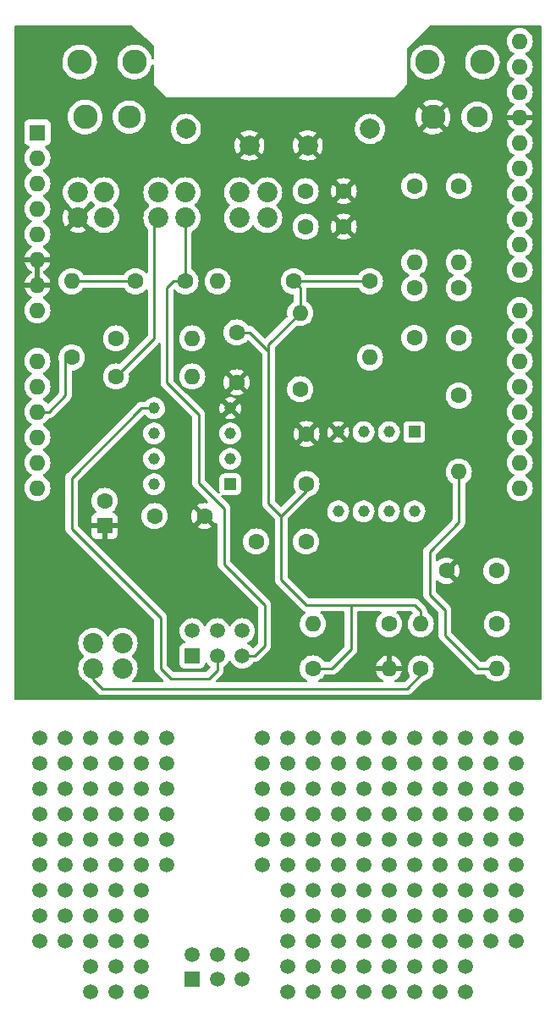
<source format=gbr>
G04 #@! TF.GenerationSoftware,KiCad,Pcbnew,(6.0.11)*
G04 #@! TF.CreationDate,2023-02-27T20:19:56+09:00*
G04 #@! TF.ProjectId,signalprocessing,7369676e-616c-4707-926f-63657373696e,rev?*
G04 #@! TF.SameCoordinates,Original*
G04 #@! TF.FileFunction,Copper,L2,Bot*
G04 #@! TF.FilePolarity,Positive*
%FSLAX46Y46*%
G04 Gerber Fmt 4.6, Leading zero omitted, Abs format (unit mm)*
G04 Created by KiCad (PCBNEW (6.0.11)) date 2023-02-27 20:19:56*
%MOMM*%
%LPD*%
G01*
G04 APERTURE LIST*
G04 #@! TA.AperFunction,ComponentPad*
%ADD10C,1.600000*%
G04 #@! TD*
G04 #@! TA.AperFunction,ComponentPad*
%ADD11R,1.160000X1.160000*%
G04 #@! TD*
G04 #@! TA.AperFunction,ComponentPad*
%ADD12C,1.160000*%
G04 #@! TD*
G04 #@! TA.AperFunction,ComponentPad*
%ADD13C,2.000000*%
G04 #@! TD*
G04 #@! TA.AperFunction,ComponentPad*
%ADD14C,1.500000*%
G04 #@! TD*
G04 #@! TA.AperFunction,ComponentPad*
%ADD15R,1.600000X1.600000*%
G04 #@! TD*
G04 #@! TA.AperFunction,ComponentPad*
%ADD16O,1.600000X1.600000*%
G04 #@! TD*
G04 #@! TA.AperFunction,ComponentPad*
%ADD17C,2.450000*%
G04 #@! TD*
G04 #@! TA.AperFunction,ComponentPad*
%ADD18C,2.100000*%
G04 #@! TD*
G04 #@! TA.AperFunction,ComponentPad*
%ADD19C,2.020000*%
G04 #@! TD*
G04 #@! TA.AperFunction,ComponentPad*
%ADD20C,2.300000*%
G04 #@! TD*
G04 #@! TA.AperFunction,ComponentPad*
%ADD21R,1.500000X1.500000*%
G04 #@! TD*
G04 #@! TA.AperFunction,ViaPad*
%ADD22C,0.800000*%
G04 #@! TD*
G04 #@! TA.AperFunction,ViaPad*
%ADD23C,1.000000*%
G04 #@! TD*
G04 #@! TA.AperFunction,Conductor*
%ADD24C,0.250000*%
G04 #@! TD*
G04 APERTURE END LIST*
D10*
G04 #@! TO.P,C10,1*
G04 #@! TO.N,GND*
X97115000Y-127000000D03*
G04 #@! TO.P,C10,2*
G04 #@! TO.N,+5V*
X92115000Y-127000000D03*
G04 #@! TD*
G04 #@! TO.P,C5,1*
G04 #@! TO.N,GND*
X121325000Y-132461000D03*
G04 #@! TO.P,C5,2*
G04 #@! TO.N,VDDA*
X126325000Y-132461000D03*
G04 #@! TD*
D11*
G04 #@! TO.P,IC1,1,VOUTA*
G04 #@! TO.N,Net-(IC1-Pad1)*
X118110000Y-118585000D03*
D12*
G04 #@! TO.P,IC1,2,VINA-*
G04 #@! TO.N,Net-(C2-Pad2)*
X115570000Y-118585000D03*
G04 #@! TO.P,IC1,3,VINA+*
G04 #@! TO.N,Net-(IC1-Pad3)*
X113030000Y-118585000D03*
G04 #@! TO.P,IC1,4,VSS*
G04 #@! TO.N,GND*
X110490000Y-118585000D03*
G04 #@! TO.P,IC1,5,VINB+*
G04 #@! TO.N,Net-(C1-Pad1)*
X110490000Y-126525000D03*
G04 #@! TO.P,IC1,6,VINB-*
G04 #@! TO.N,Net-(IC1-Pad6)*
X113030000Y-126525000D03*
G04 #@! TO.P,IC1,7,VOUTB*
X115570000Y-126525000D03*
G04 #@! TO.P,IC1,8,VDD*
G04 #@! TO.N,VDDA*
X118110000Y-126525000D03*
G04 #@! TD*
D11*
G04 #@! TO.P,IC2,1,OUTPUT_A*
G04 #@! TO.N,Net-(IC2-Pad1)*
X99695000Y-123825000D03*
D12*
G04 #@! TO.P,IC2,2,-INPUT_A*
G04 #@! TO.N,Net-(IC2-Pad2)*
X99695000Y-121285000D03*
G04 #@! TO.P,IC2,3,+INPUT_A*
G04 #@! TO.N,Net-(IC2-Pad3)*
X99695000Y-118745000D03*
G04 #@! TO.P,IC2,4,VSS_(V-)*
G04 #@! TO.N,GND*
X99695000Y-116205000D03*
G04 #@! TO.P,IC2,5,+INPUT_B*
G04 #@! TO.N,Net-(IC2-Pad5)*
X92075000Y-116205000D03*
G04 #@! TO.P,IC2,6,-INPUT_B*
G04 #@! TO.N,Net-(IC2-Pad6)*
X92075000Y-118745000D03*
G04 #@! TO.P,IC2,7,OUTPUT_B*
X92075000Y-121285000D03*
G04 #@! TO.P,IC2,8,VDD_(V+)*
G04 #@! TO.N,+5V*
X92075000Y-123825000D03*
G04 #@! TD*
D13*
G04 #@! TO.P,TP4,1,1*
G04 #@! TO.N,GND*
X101600000Y-89916000D03*
G04 #@! TD*
D14*
G04 #@! TO.P,REF\u002A\u002A30,1*
G04 #@! TO.N,N/C*
X105410000Y-156845000D03*
G04 #@! TD*
D10*
G04 #@! TO.P,C8,1*
G04 #@! TO.N,Net-(C8-Pad1)*
X90210000Y-103505000D03*
G04 #@! TO.P,C8,2*
G04 #@! TO.N,/R13*
X95210000Y-103505000D03*
G04 #@! TD*
D14*
G04 #@! TO.P,REF\u002A\u002A82,1*
G04 #@! TO.N,N/C*
X110490000Y-169545000D03*
G04 #@! TD*
G04 #@! TO.P,REF\u002A\u002A86,1*
G04 #@! TO.N,N/C*
X120650000Y-169545000D03*
G04 #@! TD*
G04 #@! TO.P,REF\u002A\u002A30,1*
G04 #@! TO.N,N/C*
X102870000Y-156845000D03*
G04 #@! TD*
G04 #@! TO.P,REF\u002A\u002A39,1*
G04 #@! TO.N,N/C*
X128270000Y-156845000D03*
G04 #@! TD*
G04 #@! TO.P,REF\u002A\u002A24,1*
G04 #@! TO.N,N/C*
X115570000Y-154305000D03*
G04 #@! TD*
G04 #@! TO.P,REF\u002A\u002A69,1*
G04 #@! TO.N,N/C*
X128270000Y-164465000D03*
G04 #@! TD*
G04 #@! TO.P,REF\u002A\u002A49,1*
G04 #@! TO.N,N/C*
X128270000Y-159385000D03*
G04 #@! TD*
G04 #@! TO.P,REF\u002A\u002A62,1*
G04 #@! TO.N,N/C*
X110490000Y-164465000D03*
G04 #@! TD*
D13*
G04 #@! TO.P,TP1,1,1*
G04 #@! TO.N,Net-(C1-Pad2)*
X113665000Y-88265000D03*
G04 #@! TD*
D15*
G04 #@! TO.P,U1,1*
G04 #@! TO.N,N/C*
X80395000Y-88625000D03*
D16*
G04 #@! TO.P,U1,2,IOREF*
G04 #@! TO.N,unconnected-(U1-Pad2)*
X80395000Y-91165000D03*
G04 #@! TO.P,U1,3,~{RESET}*
G04 #@! TO.N,unconnected-(U1-Pad3)*
X80395000Y-93705000D03*
G04 #@! TO.P,U1,4,+3V3*
G04 #@! TO.N,unconnected-(U1-Pad4)*
X80395000Y-96245000D03*
G04 #@! TO.P,U1,5,+5V*
G04 #@! TO.N,+5V*
X80395000Y-98785000D03*
G04 #@! TO.P,U1,6,GND*
G04 #@! TO.N,GND*
X80395000Y-101325000D03*
G04 #@! TO.P,U1,7,GND*
X80395000Y-103865000D03*
G04 #@! TO.P,U1,8,VIN*
G04 #@! TO.N,unconnected-(U1-Pad8)*
X80395000Y-106405000D03*
G04 #@! TO.P,U1,9*
G04 #@! TO.N,N/C*
X80395000Y-111485000D03*
G04 #@! TO.P,U1,10,PA1(A1)*
G04 #@! TO.N,Net-(JP1-Pad2)*
X80395000Y-114025000D03*
G04 #@! TO.P,U1,11,PA4(A2)*
G04 #@! TO.N,Net-(R10-Pad1)*
X80395000Y-116565000D03*
G04 #@! TO.P,U1,12*
G04 #@! TO.N,N/C*
X80395000Y-119105000D03*
G04 #@! TO.P,U1,13*
X80395000Y-121645000D03*
G04 #@! TO.P,U1,14*
X80395000Y-124185000D03*
G04 #@! TO.P,U1,15*
X128655000Y-124185000D03*
G04 #@! TO.P,U1,16*
X128655000Y-121645000D03*
G04 #@! TO.P,U1,17*
X128655000Y-119105000D03*
G04 #@! TO.P,U1,18*
X128655000Y-116565000D03*
G04 #@! TO.P,U1,19*
X128655000Y-114025000D03*
G04 #@! TO.P,U1,20*
X128655000Y-111485000D03*
G04 #@! TO.P,U1,21*
X128655000Y-108945000D03*
G04 #@! TO.P,U1,22*
X128655000Y-106405000D03*
G04 #@! TO.P,U1,23*
X128655000Y-102345000D03*
G04 #@! TO.P,U1,24*
X128655000Y-99805000D03*
G04 #@! TO.P,U1,25*
X128655000Y-97265000D03*
G04 #@! TO.P,U1,26*
X128655000Y-94725000D03*
G04 #@! TO.P,U1,27*
X128655000Y-92185000D03*
G04 #@! TO.P,U1,28*
X128655000Y-89645000D03*
G04 #@! TO.P,U1,29,GND*
G04 #@! TO.N,GND*
X128655000Y-87105000D03*
G04 #@! TO.P,U1,30,AVDD*
G04 #@! TO.N,VDDA*
X128655000Y-84565000D03*
G04 #@! TO.P,U1,31*
G04 #@! TO.N,N/C*
X128655000Y-82025000D03*
G04 #@! TO.P,U1,32*
X128655000Y-79485000D03*
G04 #@! TD*
D14*
G04 #@! TO.P,REF\u002A\u002A26,1*
G04 #@! TO.N,N/C*
X120650000Y-154305000D03*
G04 #@! TD*
D10*
G04 #@! TO.P,R12,1*
G04 #@! TO.N,Net-(IC2-Pad1)*
X88265000Y-109220000D03*
D16*
G04 #@! TO.P,R12,2*
G04 #@! TO.N,Net-(IC2-Pad2)*
X95885000Y-109220000D03*
G04 #@! TD*
D14*
G04 #@! TO.P,REF\u002A\u002A8,1*
G04 #@! TO.N,N/C*
X125730000Y-149225000D03*
G04 #@! TD*
D10*
G04 #@! TO.P,R10,1*
G04 #@! TO.N,Net-(R10-Pad1)*
X83820000Y-111125000D03*
D16*
G04 #@! TO.P,R10,2*
G04 #@! TO.N,Net-(C8-Pad1)*
X83820000Y-103505000D03*
G04 #@! TD*
D10*
G04 #@! TO.P,R1,1*
G04 #@! TO.N,Net-(C1-Pad1)*
X106680000Y-114300000D03*
D16*
G04 #@! TO.P,R1,2*
G04 #@! TO.N,/R11*
X106680000Y-106680000D03*
G04 #@! TD*
D15*
G04 #@! TO.P,C11,2*
G04 #@! TO.N,GND*
X87122000Y-127976000D03*
D10*
G04 #@! TO.P,C11,1*
G04 #@! TO.N,+5V*
X87122000Y-125476000D03*
G04 #@! TD*
D17*
G04 #@! TO.P,J1,1,GND*
G04 #@! TO.N,GND*
X119974000Y-87067500D03*
G04 #@! TO.P,J1,2,L*
G04 #@! TO.N,Net-(J1-Pad2)*
X119424000Y-81567500D03*
G04 #@! TO.P,J1,3,L*
X124924000Y-81567500D03*
D18*
G04 #@! TO.P,J1,4,R*
G04 #@! TO.N,Net-(J1-Pad4)*
X124374000Y-87067500D03*
G04 #@! TD*
D14*
G04 #@! TO.P,REF\u002A\u002A57,1*
G04 #@! TO.N,N/C*
X123190000Y-161925000D03*
G04 #@! TD*
G04 #@! TO.P,REF\u002A\u002A104,1*
G04 #@! TO.N,N/C*
X115570000Y-174625000D03*
G04 #@! TD*
G04 #@! TO.P,REF\u002A\u002A105,1*
G04 #@! TO.N,N/C*
X118110000Y-174625000D03*
G04 #@! TD*
D10*
G04 #@! TO.P,R3,1*
G04 #@! TO.N,Net-(J1-Pad2)*
X118110000Y-93980000D03*
D16*
G04 #@! TO.P,R3,2*
G04 #@! TO.N,Net-(C2-Pad1)*
X118110000Y-101600000D03*
G04 #@! TD*
D14*
G04 #@! TO.P,REF\u002A\u002A85,1*
G04 #@! TO.N,N/C*
X118110000Y-169545000D03*
G04 #@! TD*
G04 #@! TO.P,REF\u002A\u002A56,1*
G04 #@! TO.N,N/C*
X120650000Y-161925000D03*
G04 #@! TD*
G04 #@! TO.P,REF\u002A\u002A61,1*
G04 #@! TO.N,N/C*
X107950000Y-164465000D03*
G04 #@! TD*
G04 #@! TO.P,REF\u002A\u002A46,1*
G04 #@! TO.N,N/C*
X88265000Y-159385000D03*
G04 #@! TD*
G04 #@! TO.P,REF\u002A\u002A1,1*
G04 #@! TO.N,N/C*
X107950000Y-149225000D03*
G04 #@! TD*
G04 #@! TO.P,REF\u002A\u002A97,1*
G04 #@! TO.N,N/C*
X90805000Y-172085000D03*
G04 #@! TD*
G04 #@! TO.P,REF\u002A\u002A96,1*
G04 #@! TO.N,N/C*
X88265000Y-172085000D03*
G04 #@! TD*
D10*
G04 #@! TO.P,C1,1*
G04 #@! TO.N,Net-(C1-Pad1)*
X107275000Y-129540000D03*
G04 #@! TO.P,C1,2*
G04 #@! TO.N,Net-(C1-Pad2)*
X102275000Y-129540000D03*
G04 #@! TD*
D14*
G04 #@! TO.P,REF\u002A\u002A5,1*
G04 #@! TO.N,N/C*
X85725000Y-149225000D03*
G04 #@! TD*
G04 #@! TO.P,REF\u002A\u002A34,1*
G04 #@! TO.N,N/C*
X115570000Y-156845000D03*
G04 #@! TD*
G04 #@! TO.P,REF\u002A\u002A84,1*
G04 #@! TO.N,N/C*
X115570000Y-169545000D03*
G04 #@! TD*
G04 #@! TO.P,REF\u002A\u002A51,1*
G04 #@! TO.N,N/C*
X107950000Y-161925000D03*
G04 #@! TD*
D19*
G04 #@! TO.P,JP2,1*
G04 #@! TO.N,Net-(C6-Pad1)*
X100585000Y-97155000D03*
G04 #@! TO.P,JP2,2*
G04 #@! TO.N,Net-(C8-Pad1)*
X100585000Y-94615000D03*
G04 #@! TD*
D14*
G04 #@! TO.P,REF\u002A\u002A37,1*
G04 #@! TO.N,N/C*
X90805000Y-156845000D03*
G04 #@! TD*
G04 #@! TO.P,REF\u002A\u002A45,1*
G04 #@! TO.N,N/C*
X118110000Y-159385000D03*
G04 #@! TD*
G04 #@! TO.P,REF\u002A\u002A74,1*
G04 #@! TO.N,N/C*
X83185000Y-167005000D03*
G04 #@! TD*
G04 #@! TO.P,REF\u002A\u002A102,1*
G04 #@! TO.N,N/C*
X110490000Y-174625000D03*
G04 #@! TD*
G04 #@! TO.P,REF\u002A\u002A73,1*
G04 #@! TO.N,N/C*
X80645000Y-167005000D03*
G04 #@! TD*
G04 #@! TO.P,REF\u002A\u002A17,1*
G04 #@! TO.N,N/C*
X123190000Y-151765000D03*
G04 #@! TD*
G04 #@! TO.P,REF\u002A\u002A93,1*
G04 #@! TO.N,N/C*
X113030000Y-172085000D03*
G04 #@! TD*
G04 #@! TO.P,REF\u002A\u002A50,1*
G04 #@! TO.N,N/C*
X105410000Y-161925000D03*
G04 #@! TD*
G04 #@! TO.P,REF\u002A\u002A77,1*
G04 #@! TO.N,N/C*
X123190000Y-167005000D03*
G04 #@! TD*
G04 #@! TO.P,REF\u002A\u002A95,1*
G04 #@! TO.N,N/C*
X85725000Y-172085000D03*
G04 #@! TD*
G04 #@! TO.P,REF\u002A\u002A107,1*
G04 #@! TO.N,N/C*
X123190000Y-174625000D03*
G04 #@! TD*
G04 #@! TO.P,REF\u002A\u002A6,1*
G04 #@! TO.N,N/C*
X88265000Y-149225000D03*
G04 #@! TD*
D10*
G04 #@! TO.P,R9,1*
G04 #@! TO.N,Net-(IC1-Pad6)*
X115570000Y-137795000D03*
D16*
G04 #@! TO.P,R9,2*
G04 #@! TO.N,Net-(JP1-Pad1)*
X107950000Y-137795000D03*
G04 #@! TD*
D14*
G04 #@! TO.P,REF\u002A\u002A15,1*
G04 #@! TO.N,N/C*
X85725000Y-151765000D03*
G04 #@! TD*
G04 #@! TO.P,REF\u002A\u002A3,1*
G04 #@! TO.N,N/C*
X80645000Y-149225000D03*
G04 #@! TD*
G04 #@! TO.P,REF\u002A\u002A106,1*
G04 #@! TO.N,N/C*
X88265000Y-174625000D03*
G04 #@! TD*
G04 #@! TO.P,REF\u002A\u002A92,1*
G04 #@! TO.N,N/C*
X110490000Y-172085000D03*
G04 #@! TD*
G04 #@! TO.P,REF\u002A\u002A33,1*
G04 #@! TO.N,N/C*
X113030000Y-156845000D03*
G04 #@! TD*
G04 #@! TO.P,REF\u002A\u002A55,1*
G04 #@! TO.N,N/C*
X118110000Y-161925000D03*
G04 #@! TD*
G04 #@! TO.P,REF\u002A\u002A48,1*
G04 #@! TO.N,N/C*
X125730000Y-159385000D03*
G04 #@! TD*
G04 #@! TO.P,REF\u002A\u002A38,1*
G04 #@! TO.N,N/C*
X125730000Y-156845000D03*
G04 #@! TD*
G04 #@! TO.P,REF\u002A\u002A74,1*
G04 #@! TO.N,N/C*
X115570000Y-167005000D03*
G04 #@! TD*
D13*
G04 #@! TO.P,TP3,1,1*
G04 #@! TO.N,Net-(C8-Pad1)*
X95250000Y-88265000D03*
G04 #@! TD*
D14*
G04 #@! TO.P,REF\u002A\u002A57,1*
G04 #@! TO.N,N/C*
X90805000Y-161925000D03*
G04 #@! TD*
G04 #@! TO.P,REF\u002A\u002A27,1*
G04 #@! TO.N,N/C*
X123190000Y-154305000D03*
G04 #@! TD*
G04 #@! TO.P,REF\u002A\u002A19,1*
G04 #@! TO.N,N/C*
X128270000Y-151765000D03*
G04 #@! TD*
G04 #@! TO.P,REF\u002A\u002A28,1*
G04 #@! TO.N,N/C*
X125730000Y-154305000D03*
G04 #@! TD*
G04 #@! TO.P,REF\u002A\u002A42,1*
G04 #@! TO.N,N/C*
X110490000Y-159385000D03*
G04 #@! TD*
G04 #@! TO.P,REF\u002A\u002A91,1*
G04 #@! TO.N,N/C*
X107950000Y-172085000D03*
G04 #@! TD*
G04 #@! TO.P,REF\u002A\u002A55,1*
G04 #@! TO.N,N/C*
X85725000Y-161925000D03*
G04 #@! TD*
G04 #@! TO.P,REF\u002A\u002A35,1*
G04 #@! TO.N,N/C*
X118110000Y-156845000D03*
G04 #@! TD*
G04 #@! TO.P,REF\u002A\u002A73,1*
G04 #@! TO.N,N/C*
X113030000Y-167005000D03*
G04 #@! TD*
D10*
G04 #@! TO.P,C7,1*
G04 #@! TO.N,Net-(C7-Pad1)*
X107228000Y-94488000D03*
G04 #@! TO.P,C7,2*
G04 #@! TO.N,GND*
X111038000Y-94488000D03*
G04 #@! TD*
D14*
G04 #@! TO.P,REF\u002A\u002A97,1*
G04 #@! TO.N,N/C*
X123190000Y-172085000D03*
G04 #@! TD*
D17*
G04 #@! TO.P,J2,1,GND*
G04 #@! TO.N,Net-(J2-Pad1)*
X85176000Y-87067500D03*
G04 #@! TO.P,J2,2,L*
G04 #@! TO.N,Net-(J2-Pad2)*
X84626000Y-81567500D03*
G04 #@! TO.P,J2,3,L*
X90126000Y-81567500D03*
D20*
G04 #@! TO.P,J2,4,R*
G04 #@! TO.N,unconnected-(J2-Pad4)*
X89576000Y-87067500D03*
G04 #@! TD*
D10*
G04 #@! TO.P,R6,1*
G04 #@! TO.N,Net-(JP11-Pad2)*
X118745000Y-142240000D03*
D16*
G04 #@! TO.P,R6,2*
G04 #@! TO.N,Net-(IC1-Pad1)*
X126365000Y-142240000D03*
G04 #@! TD*
D14*
G04 #@! TO.P,REF\u002A\u002A79,1*
G04 #@! TO.N,N/C*
X128270000Y-167005000D03*
G04 #@! TD*
G04 #@! TO.P,REF\u002A\u002A20,1*
G04 #@! TO.N,N/C*
X105410000Y-154305000D03*
G04 #@! TD*
D19*
G04 #@! TO.P,JP3,1*
G04 #@! TO.N,/R13*
X95195000Y-97152500D03*
G04 #@! TO.P,JP3,2*
G04 #@! TO.N,Net-(J2-Pad2)*
X95195000Y-94612500D03*
G04 #@! TD*
D14*
G04 #@! TO.P,REF\u002A\u002A70,1*
G04 #@! TO.N,N/C*
X105410000Y-167005000D03*
G04 #@! TD*
G04 #@! TO.P,REF\u002A\u002A34,1*
G04 #@! TO.N,N/C*
X83185000Y-156845000D03*
G04 #@! TD*
G04 #@! TO.P,REF\u002A\u002A50,1*
G04 #@! TO.N,N/C*
X93345000Y-161925000D03*
G04 #@! TD*
G04 #@! TO.P,REF\u002A\u002A76,1*
G04 #@! TO.N,N/C*
X120650000Y-167005000D03*
G04 #@! TD*
G04 #@! TO.P,REF\u002A\u002A6,1*
G04 #@! TO.N,N/C*
X120650000Y-149225000D03*
G04 #@! TD*
G04 #@! TO.P,REF\u002A\u002A25,1*
G04 #@! TO.N,N/C*
X118110000Y-154305000D03*
G04 #@! TD*
G04 #@! TO.P,REF\u002A\u002A40,1*
G04 #@! TO.N,N/C*
X102870000Y-159385000D03*
G04 #@! TD*
D19*
G04 #@! TO.P,JP1,1*
G04 #@! TO.N,Net-(JP1-Pad1)*
X88900000Y-142240000D03*
G04 #@! TO.P,JP1,2*
G04 #@! TO.N,Net-(JP1-Pad2)*
X88900000Y-139700000D03*
G04 #@! TD*
D14*
G04 #@! TO.P,REF\u002A\u002A36,1*
G04 #@! TO.N,N/C*
X120650000Y-156845000D03*
G04 #@! TD*
G04 #@! TO.P,REF\u002A\u002A44,1*
G04 #@! TO.N,N/C*
X83185000Y-159385000D03*
G04 #@! TD*
G04 #@! TO.P,REF\u002A\u002A24,1*
G04 #@! TO.N,N/C*
X83185000Y-154305000D03*
G04 #@! TD*
G04 #@! TO.P,REF\u002A\u002A88,1*
G04 #@! TO.N,N/C*
X125730000Y-169545000D03*
G04 #@! TD*
G04 #@! TO.P,REF\u002A\u002A31,1*
G04 #@! TO.N,N/C*
X107950000Y-156845000D03*
G04 #@! TD*
G04 #@! TO.P,REF\u002A\u002A87,1*
G04 #@! TO.N,N/C*
X123190000Y-169545000D03*
G04 #@! TD*
G04 #@! TO.P,REF\u002A\u002A4,1*
G04 #@! TO.N,N/C*
X83185000Y-149225000D03*
G04 #@! TD*
D10*
G04 #@! TO.P,R7,1*
G04 #@! TO.N,VDDA*
X126365000Y-137795000D03*
D16*
G04 #@! TO.P,R7,2*
G04 #@! TO.N,/R11*
X118745000Y-137795000D03*
G04 #@! TD*
D14*
G04 #@! TO.P,REF\u002A\u002A18,1*
G04 #@! TO.N,N/C*
X125730000Y-151765000D03*
G04 #@! TD*
G04 #@! TO.P,REF\u002A\u002A11,1*
G04 #@! TO.N,N/C*
X107950000Y-151765000D03*
G04 #@! TD*
G04 #@! TO.P,REF\u002A\u002A7,1*
G04 #@! TO.N,N/C*
X123190000Y-149225000D03*
G04 #@! TD*
G04 #@! TO.P,REF\u002A\u002A26,1*
G04 #@! TO.N,N/C*
X88265000Y-154305000D03*
G04 #@! TD*
G04 #@! TO.P,REF\u002A\u002A16,1*
G04 #@! TO.N,N/C*
X88265000Y-151765000D03*
G04 #@! TD*
G04 #@! TO.P,REF\u002A\u002A50,1*
G04 #@! TO.N,N/C*
X102870000Y-161925000D03*
G04 #@! TD*
G04 #@! TO.P,REF\u002A\u002A,1*
G04 #@! TO.N,N/C*
X102870000Y-149225000D03*
G04 #@! TD*
G04 #@! TO.P,REF\u002A\u002A40,1*
G04 #@! TO.N,N/C*
X93345000Y-159385000D03*
G04 #@! TD*
D10*
G04 #@! TO.P,R8,1*
G04 #@! TO.N,/R11*
X107950000Y-142240000D03*
D16*
G04 #@! TO.P,R8,2*
G04 #@! TO.N,GND*
X115570000Y-142240000D03*
G04 #@! TD*
D14*
G04 #@! TO.P,REF\u002A\u002A40,1*
G04 #@! TO.N,N/C*
X105410000Y-159385000D03*
G04 #@! TD*
D10*
G04 #@! TO.P,R13,1*
G04 #@! TO.N,Net-(IC2-Pad6)*
X88265000Y-113030000D03*
D16*
G04 #@! TO.P,R13,2*
G04 #@! TO.N,Net-(IC2-Pad2)*
X95885000Y-113030000D03*
G04 #@! TD*
D14*
G04 #@! TO.P,REF\u002A\u002A46,1*
G04 #@! TO.N,N/C*
X120650000Y-159385000D03*
G04 #@! TD*
D10*
G04 #@! TO.P,R11,1*
G04 #@! TO.N,/R11*
X106045000Y-103505000D03*
D16*
G04 #@! TO.P,R11,2*
G04 #@! TO.N,Net-(IC2-Pad3)*
X98425000Y-103505000D03*
G04 #@! TD*
D14*
G04 #@! TO.P,REF\u002A\u002A94,1*
G04 #@! TO.N,N/C*
X115570000Y-172085000D03*
G04 #@! TD*
G04 #@! TO.P,REF\u002A\u002A95,1*
G04 #@! TO.N,N/C*
X118110000Y-172085000D03*
G04 #@! TD*
G04 #@! TO.P,REF\u002A\u002A15,1*
G04 #@! TO.N,N/C*
X118110000Y-151765000D03*
G04 #@! TD*
G04 #@! TO.P,REF\u002A\u002A47,1*
G04 #@! TO.N,N/C*
X90805000Y-159385000D03*
G04 #@! TD*
G04 #@! TO.P,REF\u002A\u002A43,1*
G04 #@! TO.N,N/C*
X80645000Y-159385000D03*
G04 #@! TD*
G04 #@! TO.P,REF\u002A\u002A14,1*
G04 #@! TO.N,N/C*
X83185000Y-151765000D03*
G04 #@! TD*
G04 #@! TO.P,REF\u002A\u002A53,1*
G04 #@! TO.N,N/C*
X113030000Y-161925000D03*
G04 #@! TD*
G04 #@! TO.P,REF\u002A\u002A21,1*
G04 #@! TO.N,N/C*
X107950000Y-154305000D03*
G04 #@! TD*
D19*
G04 #@! TO.P,JP11,1*
G04 #@! TO.N,Net-(JP1-Pad2)*
X85993500Y-139700000D03*
G04 #@! TO.P,JP11,2*
G04 #@! TO.N,Net-(JP11-Pad2)*
X85993500Y-142240000D03*
G04 #@! TD*
D14*
G04 #@! TO.P,REF\u002A\u002A77,1*
G04 #@! TO.N,N/C*
X90805000Y-167005000D03*
G04 #@! TD*
G04 #@! TO.P,REF\u002A\u002A64,1*
G04 #@! TO.N,N/C*
X115570000Y-164465000D03*
G04 #@! TD*
G04 #@! TO.P,REF\u002A\u002A58,1*
G04 #@! TO.N,N/C*
X125730000Y-161925000D03*
G04 #@! TD*
G04 #@! TO.P,REF\u002A\u002A37,1*
G04 #@! TO.N,N/C*
X123190000Y-156845000D03*
G04 #@! TD*
G04 #@! TO.P,REF\u002A\u002A80,1*
G04 #@! TO.N,N/C*
X105410000Y-169545000D03*
G04 #@! TD*
G04 #@! TO.P,REF\u002A\u002A29,1*
G04 #@! TO.N,N/C*
X128270000Y-154305000D03*
G04 #@! TD*
G04 #@! TO.P,REF\u002A\u002A44,1*
G04 #@! TO.N,N/C*
X115570000Y-159385000D03*
G04 #@! TD*
G04 #@! TO.P,REF\u002A\u002A90,1*
G04 #@! TO.N,N/C*
X105410000Y-172085000D03*
G04 #@! TD*
G04 #@! TO.P,REF\u002A\u002A65,1*
G04 #@! TO.N,N/C*
X118110000Y-164465000D03*
G04 #@! TD*
G04 #@! TO.P,REF\u002A\u002A10,1*
G04 #@! TO.N,N/C*
X102870000Y-151765000D03*
G04 #@! TD*
D19*
G04 #@! TO.P,JP12,1*
G04 #@! TO.N,Net-(C7-Pad1)*
X103374000Y-97155000D03*
G04 #@! TO.P,JP12,2*
G04 #@! TO.N,Net-(C8-Pad1)*
X103374000Y-94615000D03*
G04 #@! TD*
D14*
G04 #@! TO.P,REF\u002A\u002A13,1*
G04 #@! TO.N,N/C*
X113030000Y-151765000D03*
G04 #@! TD*
G04 #@! TO.P,REF\u002A\u002A75,1*
G04 #@! TO.N,N/C*
X118110000Y-167005000D03*
G04 #@! TD*
G04 #@! TO.P,REF\u002A\u002A67,1*
G04 #@! TO.N,N/C*
X123190000Y-164465000D03*
G04 #@! TD*
G04 #@! TO.P,REF\u002A\u002A84,1*
G04 #@! TO.N,N/C*
X83185000Y-169545000D03*
G04 #@! TD*
G04 #@! TO.P,REF\u002A\u002A59,1*
G04 #@! TO.N,N/C*
X128270000Y-161925000D03*
G04 #@! TD*
G04 #@! TO.P,REF\u002A\u002A100,1*
G04 #@! TO.N,N/C*
X105410000Y-174625000D03*
G04 #@! TD*
G04 #@! TO.P,REF\u002A\u002A14,1*
G04 #@! TO.N,N/C*
X115570000Y-151765000D03*
G04 #@! TD*
G04 #@! TO.P,REF\u002A\u002A107,1*
G04 #@! TO.N,N/C*
X90805000Y-174625000D03*
G04 #@! TD*
G04 #@! TO.P,REF\u002A\u002A4,1*
G04 #@! TO.N,N/C*
X115570000Y-149225000D03*
G04 #@! TD*
G04 #@! TO.P,REF\u002A\u002A54,1*
G04 #@! TO.N,N/C*
X115570000Y-161925000D03*
G04 #@! TD*
G04 #@! TO.P,REF\u002A\u002A36,1*
G04 #@! TO.N,N/C*
X88265000Y-156845000D03*
G04 #@! TD*
G04 #@! TO.P,REF\u002A\u002A63,1*
G04 #@! TO.N,N/C*
X80645000Y-164465000D03*
G04 #@! TD*
G04 #@! TO.P,REF\u002A\u002A52,1*
G04 #@! TO.N,N/C*
X110490000Y-161925000D03*
G04 #@! TD*
G04 #@! TO.P,REF\u002A\u002A45,1*
G04 #@! TO.N,N/C*
X85725000Y-159385000D03*
G04 #@! TD*
G04 #@! TO.P,REF\u002A\u002A65,1*
G04 #@! TO.N,N/C*
X85725000Y-164465000D03*
G04 #@! TD*
G04 #@! TO.P,REF\u002A\u002A47,1*
G04 #@! TO.N,N/C*
X123190000Y-159385000D03*
G04 #@! TD*
D10*
G04 #@! TO.P,C6,1*
G04 #@! TO.N,Net-(C6-Pad1)*
X107228000Y-98044000D03*
G04 #@! TO.P,C6,2*
G04 #@! TO.N,GND*
X111038000Y-98044000D03*
G04 #@! TD*
D13*
G04 #@! TO.P,TP2,1,1*
G04 #@! TO.N,GND*
X107442000Y-89916000D03*
G04 #@! TD*
D10*
G04 #@! TO.P,C3,1*
G04 #@! TO.N,Net-(C3-Pad1)*
X122555000Y-104180000D03*
G04 #@! TO.P,C3,2*
G04 #@! TO.N,Net-(C2-Pad2)*
X122555000Y-109180000D03*
G04 #@! TD*
D14*
G04 #@! TO.P,REF\u002A\u002A53,1*
G04 #@! TO.N,N/C*
X80645000Y-161925000D03*
G04 #@! TD*
G04 #@! TO.P,REF\u002A\u002A23,1*
G04 #@! TO.N,N/C*
X80645000Y-154305000D03*
G04 #@! TD*
D21*
G04 #@! TO.P,RV1,R11,1*
G04 #@! TO.N,/R11*
X95885000Y-173355000D03*
D14*
G04 #@! TO.P,RV1,R12,2*
G04 #@! TO.N,Net-(IC2-Pad5)*
X98385000Y-173355000D03*
G04 #@! TO.P,RV1,R13,3*
G04 #@! TO.N,/R13*
X100885000Y-173355000D03*
G04 #@! TO.P,RV1,R21*
G04 #@! TO.N,/R11*
X95885000Y-170855000D03*
G04 #@! TO.P,RV1,R22*
G04 #@! TO.N,Net-(IC2-Pad5)*
X98385000Y-170855000D03*
G04 #@! TO.P,RV1,R23*
G04 #@! TO.N,/R13*
X100885000Y-170855000D03*
G04 #@! TD*
G04 #@! TO.P,REF\u002A\u002A16,1*
G04 #@! TO.N,N/C*
X120650000Y-151765000D03*
G04 #@! TD*
G04 #@! TO.P,REF\u002A\u002A63,1*
G04 #@! TO.N,N/C*
X113030000Y-164465000D03*
G04 #@! TD*
G04 #@! TO.P,REF\u002A\u002A87,1*
G04 #@! TO.N,N/C*
X90805000Y-169545000D03*
G04 #@! TD*
G04 #@! TO.P,REF\u002A\u002A27,1*
G04 #@! TO.N,N/C*
X90805000Y-154305000D03*
G04 #@! TD*
G04 #@! TO.P,REF\u002A\u002A20,1*
G04 #@! TO.N,N/C*
X102870000Y-154305000D03*
G04 #@! TD*
G04 #@! TO.P,REF\u002A\u002A60,1*
G04 #@! TO.N,N/C*
X105410000Y-164465000D03*
G04 #@! TD*
G04 #@! TO.P,REF\u002A\u002A12,1*
G04 #@! TO.N,N/C*
X110490000Y-151765000D03*
G04 #@! TD*
G04 #@! TO.P,REF\u002A\u002A66,1*
G04 #@! TO.N,N/C*
X88265000Y-164465000D03*
G04 #@! TD*
G04 #@! TO.P,REF\u002A\u002A10,1*
G04 #@! TO.N,N/C*
X105410000Y-151765000D03*
G04 #@! TD*
G04 #@! TO.P,REF\u002A\u002A81,1*
G04 #@! TO.N,N/C*
X107950000Y-169545000D03*
G04 #@! TD*
G04 #@! TO.P,REF\u002A\u002A5,1*
G04 #@! TO.N,N/C*
X118110000Y-149225000D03*
G04 #@! TD*
D10*
G04 #@! TO.P,C9,1*
G04 #@! TO.N,GND*
X100330000Y-113625000D03*
G04 #@! TO.P,C9,2*
G04 #@! TO.N,/R11*
X100330000Y-108625000D03*
G04 #@! TD*
D14*
G04 #@! TO.P,REF\u002A\u002A66,1*
G04 #@! TO.N,N/C*
X120650000Y-164465000D03*
G04 #@! TD*
G04 #@! TO.P,REF\u002A\u002A13,1*
G04 #@! TO.N,N/C*
X80645000Y-151765000D03*
G04 #@! TD*
G04 #@! TO.P,REF\u002A\u002A17,1*
G04 #@! TO.N,N/C*
X90805000Y-151765000D03*
G04 #@! TD*
G04 #@! TO.P,REF\u002A\u002A20,1*
G04 #@! TO.N,N/C*
X93345000Y-154305000D03*
G04 #@! TD*
G04 #@! TO.P,REF\u002A\u002A23,1*
G04 #@! TO.N,N/C*
X113030000Y-154305000D03*
G04 #@! TD*
G04 #@! TO.P,REF\u002A\u002A83,1*
G04 #@! TO.N,N/C*
X80645000Y-169545000D03*
G04 #@! TD*
D10*
G04 #@! TO.P,R2,1*
G04 #@! TO.N,/R11*
X113665000Y-103505000D03*
D16*
G04 #@! TO.P,R2,2*
G04 #@! TO.N,Net-(IC1-Pad3)*
X113665000Y-111125000D03*
G04 #@! TD*
D10*
G04 #@! TO.P,C4,1*
G04 #@! TO.N,GND*
X107315000Y-118785000D03*
G04 #@! TO.P,C4,2*
G04 #@! TO.N,/R11*
X107315000Y-123785000D03*
G04 #@! TD*
D14*
G04 #@! TO.P,REF\u002A\u002A85,1*
G04 #@! TO.N,N/C*
X85725000Y-169545000D03*
G04 #@! TD*
G04 #@! TO.P,REF\u002A\u002A68,1*
G04 #@! TO.N,N/C*
X125730000Y-164465000D03*
G04 #@! TD*
G04 #@! TO.P,REF\u002A\u002A67,1*
G04 #@! TO.N,N/C*
X90805000Y-164465000D03*
G04 #@! TD*
G04 #@! TO.P,REF\u002A\u002A30,1*
G04 #@! TO.N,N/C*
X93345000Y-156845000D03*
G04 #@! TD*
G04 #@! TO.P,REF\u002A\u002A22,1*
G04 #@! TO.N,N/C*
X110490000Y-154305000D03*
G04 #@! TD*
G04 #@! TO.P,REF\u002A\u002A3,1*
G04 #@! TO.N,N/C*
X113030000Y-149225000D03*
G04 #@! TD*
G04 #@! TO.P,REF\u002A\u002A25,1*
G04 #@! TO.N,N/C*
X85725000Y-154305000D03*
G04 #@! TD*
G04 #@! TO.P,REF\u002A\u002A54,1*
G04 #@! TO.N,N/C*
X83185000Y-161925000D03*
G04 #@! TD*
G04 #@! TO.P,REF\u002A\u002A89,1*
G04 #@! TO.N,N/C*
X128270000Y-169545000D03*
G04 #@! TD*
G04 #@! TO.P,REF\u002A\u002A2,1*
G04 #@! TO.N,N/C*
X110490000Y-149225000D03*
G04 #@! TD*
D19*
G04 #@! TO.P,JP14,1*
G04 #@! TO.N,Net-(J2-Pad1)*
X84455000Y-94615000D03*
G04 #@! TO.P,JP14,2*
G04 #@! TO.N,GND*
X84455000Y-97155000D03*
G04 #@! TD*
D14*
G04 #@! TO.P,REF\u002A\u002A76,1*
G04 #@! TO.N,N/C*
X88265000Y-167005000D03*
G04 #@! TD*
G04 #@! TO.P,REF\u002A\u002A10,1*
G04 #@! TO.N,N/C*
X93345000Y-151765000D03*
G04 #@! TD*
G04 #@! TO.P,REF\u002A\u002A35,1*
G04 #@! TO.N,N/C*
X85725000Y-156845000D03*
G04 #@! TD*
G04 #@! TO.P,REF\u002A\u002A75,1*
G04 #@! TO.N,N/C*
X85725000Y-167005000D03*
G04 #@! TD*
D10*
G04 #@! TO.P,R5,1*
G04 #@! TO.N,Net-(C2-Pad2)*
X122555000Y-114935000D03*
D16*
G04 #@! TO.P,R5,2*
G04 #@! TO.N,Net-(IC1-Pad1)*
X122555000Y-122555000D03*
G04 #@! TD*
D10*
G04 #@! TO.P,C2,1*
G04 #@! TO.N,Net-(C2-Pad1)*
X118110000Y-104180000D03*
G04 #@! TO.P,C2,2*
G04 #@! TO.N,Net-(C2-Pad2)*
X118110000Y-109180000D03*
G04 #@! TD*
D14*
G04 #@! TO.P,REF\u002A\u002A32,1*
G04 #@! TO.N,N/C*
X110490000Y-156845000D03*
G04 #@! TD*
G04 #@! TO.P,REF\u002A\u002A64,1*
G04 #@! TO.N,N/C*
X83185000Y-164465000D03*
G04 #@! TD*
G04 #@! TO.P,REF\u002A\u002A43,1*
G04 #@! TO.N,N/C*
X113030000Y-159385000D03*
G04 #@! TD*
G04 #@! TO.P,REF\u002A\u002A105,1*
G04 #@! TO.N,N/C*
X85725000Y-174625000D03*
G04 #@! TD*
G04 #@! TO.P,REF\u002A\u002A9,1*
G04 #@! TO.N,GND*
X128270000Y-149225000D03*
G04 #@! TD*
G04 #@! TO.P,REF\u002A\u002A7,1*
G04 #@! TO.N,N/C*
X90805000Y-149225000D03*
G04 #@! TD*
G04 #@! TO.P,REF\u002A\u002A106,1*
G04 #@! TO.N,N/C*
X120650000Y-174625000D03*
G04 #@! TD*
G04 #@! TO.P,REF\u002A\u002A103,1*
G04 #@! TO.N,N/C*
X113030000Y-174625000D03*
G04 #@! TD*
D19*
G04 #@! TO.P,JP4,1*
G04 #@! TO.N,Net-(IC2-Pad1)*
X87067000Y-97155000D03*
G04 #@! TO.P,JP4,2*
G04 #@! TO.N,Net-(J2-Pad1)*
X87067000Y-94615000D03*
G04 #@! TD*
G04 #@! TO.P,JP13,1*
G04 #@! TO.N,Net-(J2-Pad2)*
X92511000Y-94620000D03*
G04 #@! TO.P,JP13,2*
G04 #@! TO.N,Net-(IC2-Pad6)*
X92511000Y-97160000D03*
G04 #@! TD*
D14*
G04 #@! TO.P,REF\u002A\u002A86,1*
G04 #@! TO.N,N/C*
X88265000Y-169545000D03*
G04 #@! TD*
G04 #@! TO.P,REF\u002A\u002A,1*
G04 #@! TO.N,N/C*
X93345000Y-149225000D03*
G04 #@! TD*
G04 #@! TO.P,REF\u002A\u002A72,1*
G04 #@! TO.N,N/C*
X110490000Y-167005000D03*
G04 #@! TD*
G04 #@! TO.P,REF\u002A\u002A33,1*
G04 #@! TO.N,N/C*
X80645000Y-156845000D03*
G04 #@! TD*
G04 #@! TO.P,REF\u002A\u002A56,1*
G04 #@! TO.N,N/C*
X88265000Y-161925000D03*
G04 #@! TD*
G04 #@! TO.P,REF\u002A\u002A,1*
G04 #@! TO.N,N/C*
X105410000Y-149225000D03*
G04 #@! TD*
G04 #@! TO.P,REF\u002A\u002A101,1*
G04 #@! TO.N,N/C*
X107950000Y-174625000D03*
G04 #@! TD*
G04 #@! TO.P,REF\u002A\u002A41,1*
G04 #@! TO.N,N/C*
X107950000Y-159385000D03*
G04 #@! TD*
G04 #@! TO.P,REF\u002A\u002A96,1*
G04 #@! TO.N,N/C*
X120650000Y-172085000D03*
G04 #@! TD*
G04 #@! TO.P,REF\u002A\u002A71,1*
G04 #@! TO.N,N/C*
X107950000Y-167005000D03*
G04 #@! TD*
G04 #@! TO.P,REF\u002A\u002A78,1*
G04 #@! TO.N,N/C*
X125730000Y-167005000D03*
G04 #@! TD*
D21*
G04 #@! TO.P,RV1,R11,1*
G04 #@! TO.N,/R11*
X95885000Y-140970000D03*
D14*
G04 #@! TO.P,RV1,R12,2*
G04 #@! TO.N,Net-(IC2-Pad5)*
X98385000Y-140970000D03*
G04 #@! TO.P,RV1,R13,3*
G04 #@! TO.N,/R13*
X100885000Y-140970000D03*
G04 #@! TO.P,RV1,R21*
G04 #@! TO.N,N/C*
X95885000Y-138470000D03*
G04 #@! TO.P,RV1,R22*
X98385000Y-138470000D03*
G04 #@! TO.P,RV1,R23*
X100885000Y-138470000D03*
G04 #@! TD*
G04 #@! TO.P,REF\u002A\u002A83,1*
G04 #@! TO.N,N/C*
X113030000Y-169545000D03*
G04 #@! TD*
D10*
G04 #@! TO.P,R4,1*
G04 #@! TO.N,Net-(J1-Pad4)*
X122555000Y-93980000D03*
D16*
G04 #@! TO.P,R4,2*
G04 #@! TO.N,Net-(C3-Pad1)*
X122555000Y-101600000D03*
G04 #@! TD*
D22*
G04 #@! TO.N,GND*
X80772000Y-83312000D03*
X102362000Y-143002000D03*
D23*
X130302000Y-144272000D03*
D22*
X120396000Y-97536000D03*
X111760000Y-131572000D03*
X101600000Y-103378000D03*
X120396000Y-112014000D03*
G04 #@! TD*
D24*
G04 #@! TO.N,Net-(IC1-Pad1)*
X122555000Y-127635000D02*
X122555000Y-122555000D01*
X119634000Y-134874000D02*
X119634000Y-130556000D01*
X119634000Y-130556000D02*
X122555000Y-127635000D01*
X121158000Y-136398000D02*
X119634000Y-134874000D01*
X121158000Y-138938000D02*
X121158000Y-136398000D01*
X124460000Y-142240000D02*
X121158000Y-138938000D01*
X126365000Y-142240000D02*
X124460000Y-142240000D01*
G04 #@! TO.N,Net-(C8-Pad1)*
X83820000Y-103505000D02*
X90210000Y-103505000D01*
G04 #@! TO.N,Net-(IC2-Pad5)*
X97536000Y-143256000D02*
X98385000Y-142407000D01*
X83820000Y-123190000D02*
X83820000Y-128270000D01*
X92710000Y-137160000D02*
X92710000Y-142240000D01*
X92075000Y-116205000D02*
X90805000Y-116205000D01*
X83820000Y-128270000D02*
X92710000Y-137160000D01*
X92710000Y-142240000D02*
X93726000Y-143256000D01*
X93726000Y-143256000D02*
X97536000Y-143256000D01*
X98385000Y-142407000D02*
X98385000Y-140970000D01*
X90805000Y-116205000D02*
X83820000Y-123190000D01*
G04 #@! TO.N,Net-(IC2-Pad6)*
X88265000Y-113030000D02*
X92075000Y-109220000D01*
X92075000Y-109220000D02*
X92075000Y-97160000D01*
G04 #@! TO.N,Net-(R10-Pad1)*
X80395000Y-116565000D02*
X81555000Y-116565000D01*
X81555000Y-116565000D02*
X83185000Y-114935000D01*
X83185000Y-114935000D02*
X83185000Y-111125000D01*
G04 #@! TO.N,Net-(JP11-Pad2)*
X118745000Y-142240000D02*
X118745000Y-142875000D01*
X86868000Y-144272000D02*
X85993500Y-143397500D01*
X117348000Y-144272000D02*
X86868000Y-144272000D01*
X85993500Y-143397500D02*
X85993500Y-142240000D01*
X118745000Y-142875000D02*
X117348000Y-144272000D01*
G04 #@! TO.N,/R11*
X118745000Y-137795000D02*
X118745000Y-136525000D01*
X111760000Y-135890000D02*
X111760000Y-140335000D01*
X111760000Y-135890000D02*
X108585000Y-135890000D01*
X104775000Y-127000000D02*
X107315000Y-124460000D01*
X106680000Y-106680000D02*
X106680000Y-104140000D01*
X103505000Y-110490000D02*
X103505000Y-111760000D01*
X101640000Y-108625000D02*
X102235000Y-109220000D01*
X107315000Y-124460000D02*
X107315000Y-123785000D01*
X107315000Y-135890000D02*
X107950000Y-135890000D01*
X103505000Y-111760000D02*
X103505000Y-125730000D01*
X103505000Y-109855000D02*
X106680000Y-106680000D01*
X111760000Y-140335000D02*
X109855000Y-142240000D01*
X104775000Y-133350000D02*
X104775000Y-127000000D01*
X103505000Y-125730000D02*
X104775000Y-127000000D01*
X104775000Y-133350000D02*
X107315000Y-135890000D01*
X102235000Y-109220000D02*
X103505000Y-110490000D01*
X118110000Y-135890000D02*
X111760000Y-135890000D01*
X100330000Y-108625000D02*
X101640000Y-108625000D01*
X105410000Y-103505000D02*
X113665000Y-103505000D01*
X118745000Y-136525000D02*
X118110000Y-135890000D01*
X106680000Y-104140000D02*
X106045000Y-103505000D01*
X107950000Y-135890000D02*
X108585000Y-135890000D01*
X103505000Y-110490000D02*
X103505000Y-109855000D01*
X109855000Y-142240000D02*
X107950000Y-142240000D01*
G04 #@! TO.N,/R13*
X95195000Y-97152500D02*
X95195000Y-103490000D01*
X103124000Y-135890000D02*
X103124000Y-139954000D01*
X99060000Y-131826000D02*
X103124000Y-135890000D01*
X96520000Y-123698000D02*
X99060000Y-126238000D01*
X102108000Y-140970000D02*
X100885000Y-140970000D01*
X95195000Y-103490000D02*
X95210000Y-103505000D01*
X93980000Y-103505000D02*
X93345000Y-104140000D01*
X103124000Y-139954000D02*
X102108000Y-140970000D01*
X93345000Y-104140000D02*
X93345000Y-113665000D01*
X93345000Y-113665000D02*
X96520000Y-116840000D01*
X99060000Y-126238000D02*
X99060000Y-131826000D01*
X96520000Y-116840000D02*
X96520000Y-123698000D01*
X95210000Y-103505000D02*
X93980000Y-103505000D01*
G04 #@! TD*
G04 #@! TA.AperFunction,Conductor*
G04 #@! TO.N,GND*
G36*
X89746246Y-77928502D02*
G01*
X89762141Y-77940600D01*
X91938182Y-79887584D01*
X91943261Y-79892389D01*
X92038095Y-79987223D01*
X92072121Y-80049535D01*
X92075000Y-80076318D01*
X92075000Y-81198071D01*
X92054998Y-81266192D01*
X92001342Y-81312685D01*
X91931068Y-81322789D01*
X91866488Y-81293295D01*
X91828104Y-81233569D01*
X91826107Y-81225879D01*
X91789434Y-81063809D01*
X91788403Y-81059252D01*
X91771548Y-81015910D01*
X91696712Y-80823469D01*
X91696711Y-80823467D01*
X91695019Y-80819116D01*
X91567167Y-80595421D01*
X91407654Y-80393080D01*
X91219986Y-80216540D01*
X91008285Y-80069677D01*
X91004095Y-80067611D01*
X91004092Y-80067609D01*
X90781389Y-79957785D01*
X90781386Y-79957784D01*
X90777201Y-79955720D01*
X90531812Y-79877170D01*
X90527205Y-79876420D01*
X90527202Y-79876419D01*
X90282119Y-79836505D01*
X90282120Y-79836505D01*
X90277508Y-79835754D01*
X90152285Y-79834115D01*
X90024553Y-79832442D01*
X90024550Y-79832442D01*
X90019876Y-79832381D01*
X89764574Y-79867126D01*
X89760084Y-79868435D01*
X89760078Y-79868436D01*
X89521706Y-79937916D01*
X89521701Y-79937918D01*
X89517213Y-79939226D01*
X89512966Y-79941184D01*
X89512963Y-79941185D01*
X89476955Y-79957785D01*
X89283226Y-80047095D01*
X89279317Y-80049658D01*
X89071666Y-80185799D01*
X89071661Y-80185803D01*
X89067753Y-80188365D01*
X88875528Y-80359933D01*
X88710773Y-80558029D01*
X88577109Y-80778301D01*
X88575300Y-80782615D01*
X88575299Y-80782617D01*
X88530004Y-80890634D01*
X88477471Y-81015910D01*
X88476320Y-81020442D01*
X88476319Y-81020445D01*
X88465306Y-81063809D01*
X88414049Y-81265637D01*
X88388235Y-81521995D01*
X88388459Y-81526662D01*
X88388459Y-81526667D01*
X88390572Y-81570660D01*
X88400596Y-81779353D01*
X88450862Y-82032057D01*
X88537928Y-82274555D01*
X88659881Y-82501521D01*
X88662676Y-82505264D01*
X88662678Y-82505267D01*
X88811250Y-82704229D01*
X88811255Y-82704235D01*
X88814042Y-82707967D01*
X88817351Y-82711247D01*
X88817356Y-82711253D01*
X88976789Y-82869300D01*
X88997025Y-82889360D01*
X89000787Y-82892118D01*
X89000790Y-82892121D01*
X89115626Y-82976322D01*
X89204809Y-83041714D01*
X89208940Y-83043888D01*
X89208941Y-83043888D01*
X89428695Y-83159506D01*
X89428701Y-83159508D01*
X89432830Y-83161681D01*
X89437238Y-83163220D01*
X89437244Y-83163223D01*
X89671663Y-83245086D01*
X89676079Y-83246628D01*
X89680672Y-83247500D01*
X89924623Y-83293816D01*
X89924626Y-83293816D01*
X89929212Y-83294687D01*
X90051492Y-83299491D01*
X90182000Y-83304619D01*
X90182005Y-83304619D01*
X90186668Y-83304802D01*
X90279028Y-83294687D01*
X90438138Y-83277262D01*
X90438143Y-83277261D01*
X90442791Y-83276752D01*
X90509140Y-83259284D01*
X90687432Y-83212344D01*
X90687434Y-83212343D01*
X90691955Y-83211153D01*
X90702983Y-83206415D01*
X90924392Y-83111290D01*
X90924394Y-83111289D01*
X90928686Y-83109445D01*
X91147783Y-82973864D01*
X91344433Y-82807387D01*
X91431622Y-82707967D01*
X91511241Y-82617180D01*
X91511244Y-82617176D01*
X91514317Y-82613672D01*
X91653701Y-82396974D01*
X91759525Y-82162054D01*
X91827731Y-81920214D01*
X91865472Y-81860081D01*
X91929734Y-81829898D01*
X92000112Y-81839248D01*
X92054262Y-81885164D01*
X92075000Y-81954416D01*
X92075000Y-83820000D01*
X93345000Y-85090000D01*
X116205000Y-85090000D01*
X116634601Y-84612666D01*
X116652747Y-84596088D01*
X116694276Y-84565000D01*
X127341502Y-84565000D01*
X127361457Y-84793087D01*
X127362881Y-84798400D01*
X127362881Y-84798402D01*
X127407813Y-84966087D01*
X127420716Y-85014243D01*
X127423039Y-85019224D01*
X127423039Y-85019225D01*
X127515151Y-85216762D01*
X127515154Y-85216767D01*
X127517477Y-85221749D01*
X127520634Y-85226257D01*
X127620189Y-85368436D01*
X127648802Y-85409300D01*
X127810700Y-85571198D01*
X127815208Y-85574355D01*
X127815211Y-85574357D01*
X127893389Y-85629098D01*
X127998251Y-85702523D01*
X128003233Y-85704846D01*
X128003238Y-85704849D01*
X128038049Y-85721081D01*
X128091334Y-85767998D01*
X128110795Y-85836275D01*
X128090253Y-85904235D01*
X128038049Y-85949471D01*
X128003489Y-85965586D01*
X127993993Y-85971069D01*
X127815533Y-86096028D01*
X127807125Y-86103084D01*
X127653084Y-86257125D01*
X127646028Y-86265533D01*
X127521069Y-86443993D01*
X127515586Y-86453489D01*
X127423510Y-86650947D01*
X127419764Y-86661239D01*
X127373606Y-86833503D01*
X127373942Y-86847599D01*
X127381884Y-86851000D01*
X129922967Y-86851000D01*
X129936498Y-86847027D01*
X129937727Y-86838478D01*
X129890236Y-86661239D01*
X129886490Y-86650947D01*
X129794414Y-86453489D01*
X129788931Y-86443993D01*
X129663972Y-86265533D01*
X129656916Y-86257125D01*
X129502875Y-86103084D01*
X129494467Y-86096028D01*
X129316007Y-85971069D01*
X129306511Y-85965586D01*
X129271951Y-85949471D01*
X129218666Y-85902554D01*
X129199205Y-85834277D01*
X129219747Y-85766317D01*
X129271951Y-85721081D01*
X129306762Y-85704849D01*
X129306767Y-85704846D01*
X129311749Y-85702523D01*
X129416611Y-85629098D01*
X129494789Y-85574357D01*
X129494792Y-85574355D01*
X129499300Y-85571198D01*
X129661198Y-85409300D01*
X129689812Y-85368436D01*
X129789366Y-85226257D01*
X129792523Y-85221749D01*
X129794846Y-85216767D01*
X129794849Y-85216762D01*
X129886961Y-85019225D01*
X129886961Y-85019224D01*
X129889284Y-85014243D01*
X129902188Y-84966087D01*
X129947119Y-84798402D01*
X129947119Y-84798400D01*
X129948543Y-84793087D01*
X129968498Y-84565000D01*
X129948543Y-84336913D01*
X129889284Y-84115757D01*
X129809483Y-83944622D01*
X129794849Y-83913238D01*
X129794846Y-83913233D01*
X129792523Y-83908251D01*
X129661198Y-83720700D01*
X129499300Y-83558802D01*
X129494792Y-83555645D01*
X129494789Y-83555643D01*
X129416611Y-83500902D01*
X129311749Y-83427477D01*
X129306767Y-83425154D01*
X129306762Y-83425151D01*
X129272543Y-83409195D01*
X129219258Y-83362278D01*
X129199797Y-83294001D01*
X129220339Y-83226041D01*
X129272543Y-83180805D01*
X129306762Y-83164849D01*
X129306767Y-83164846D01*
X129311749Y-83162523D01*
X129484282Y-83041714D01*
X129494789Y-83034357D01*
X129494792Y-83034355D01*
X129499300Y-83031198D01*
X129661198Y-82869300D01*
X129792523Y-82681749D01*
X129794846Y-82676767D01*
X129794849Y-82676762D01*
X129886961Y-82479225D01*
X129886961Y-82479224D01*
X129889284Y-82474243D01*
X129948543Y-82253087D01*
X129968498Y-82025000D01*
X129948543Y-81796913D01*
X129942586Y-81774681D01*
X129890707Y-81581067D01*
X129890706Y-81581065D01*
X129889284Y-81575757D01*
X129864215Y-81521995D01*
X129794849Y-81373238D01*
X129794846Y-81373233D01*
X129792523Y-81368251D01*
X129717493Y-81261098D01*
X129664357Y-81185211D01*
X129664355Y-81185208D01*
X129661198Y-81180700D01*
X129499300Y-81018802D01*
X129494792Y-81015645D01*
X129494789Y-81015643D01*
X129416611Y-80960902D01*
X129311749Y-80887477D01*
X129306767Y-80885154D01*
X129306762Y-80885151D01*
X129272543Y-80869195D01*
X129219258Y-80822278D01*
X129199797Y-80754001D01*
X129220339Y-80686041D01*
X129272543Y-80640805D01*
X129306762Y-80624849D01*
X129306767Y-80624846D01*
X129311749Y-80622523D01*
X129416611Y-80549098D01*
X129494789Y-80494357D01*
X129494792Y-80494355D01*
X129499300Y-80491198D01*
X129661198Y-80329300D01*
X129792523Y-80141749D01*
X129794846Y-80136767D01*
X129794849Y-80136762D01*
X129886961Y-79939225D01*
X129886961Y-79939224D01*
X129889284Y-79934243D01*
X129892139Y-79923590D01*
X129947119Y-79718402D01*
X129947119Y-79718400D01*
X129948543Y-79713087D01*
X129968498Y-79485000D01*
X129948543Y-79256913D01*
X129889284Y-79035757D01*
X129886961Y-79030775D01*
X129794849Y-78833238D01*
X129794846Y-78833233D01*
X129792523Y-78828251D01*
X129661198Y-78640700D01*
X129499300Y-78478802D01*
X129494792Y-78475645D01*
X129494789Y-78475643D01*
X129416611Y-78420902D01*
X129311749Y-78347477D01*
X129306767Y-78345154D01*
X129306762Y-78345151D01*
X129109225Y-78253039D01*
X129109224Y-78253039D01*
X129104243Y-78250716D01*
X129098935Y-78249294D01*
X129098933Y-78249293D01*
X128888402Y-78192881D01*
X128888400Y-78192881D01*
X128883087Y-78191457D01*
X128655000Y-78171502D01*
X128426913Y-78191457D01*
X128421600Y-78192881D01*
X128421598Y-78192881D01*
X128211067Y-78249293D01*
X128211065Y-78249294D01*
X128205757Y-78250716D01*
X128200776Y-78253039D01*
X128200775Y-78253039D01*
X128003238Y-78345151D01*
X128003233Y-78345154D01*
X127998251Y-78347477D01*
X127893389Y-78420902D01*
X127815211Y-78475643D01*
X127815208Y-78475645D01*
X127810700Y-78478802D01*
X127648802Y-78640700D01*
X127517477Y-78828251D01*
X127515154Y-78833233D01*
X127515151Y-78833238D01*
X127423039Y-79030775D01*
X127420716Y-79035757D01*
X127361457Y-79256913D01*
X127341502Y-79485000D01*
X127361457Y-79713087D01*
X127362881Y-79718400D01*
X127362881Y-79718402D01*
X127417862Y-79923590D01*
X127420716Y-79934243D01*
X127423039Y-79939224D01*
X127423039Y-79939225D01*
X127515151Y-80136762D01*
X127515154Y-80136767D01*
X127517477Y-80141749D01*
X127648802Y-80329300D01*
X127810700Y-80491198D01*
X127815208Y-80494355D01*
X127815211Y-80494357D01*
X127893389Y-80549098D01*
X127998251Y-80622523D01*
X128003233Y-80624846D01*
X128003238Y-80624849D01*
X128037457Y-80640805D01*
X128090742Y-80687722D01*
X128110203Y-80755999D01*
X128089661Y-80823959D01*
X128037457Y-80869195D01*
X128003238Y-80885151D01*
X128003233Y-80885154D01*
X127998251Y-80887477D01*
X127893389Y-80960902D01*
X127815211Y-81015643D01*
X127815208Y-81015645D01*
X127810700Y-81018802D01*
X127648802Y-81180700D01*
X127645645Y-81185208D01*
X127645643Y-81185211D01*
X127592507Y-81261098D01*
X127517477Y-81368251D01*
X127515154Y-81373233D01*
X127515151Y-81373238D01*
X127445785Y-81521995D01*
X127420716Y-81575757D01*
X127419294Y-81581065D01*
X127419293Y-81581067D01*
X127367414Y-81774681D01*
X127361457Y-81796913D01*
X127341502Y-82025000D01*
X127361457Y-82253087D01*
X127420716Y-82474243D01*
X127423039Y-82479224D01*
X127423039Y-82479225D01*
X127515151Y-82676762D01*
X127515154Y-82676767D01*
X127517477Y-82681749D01*
X127648802Y-82869300D01*
X127810700Y-83031198D01*
X127815208Y-83034355D01*
X127815211Y-83034357D01*
X127825718Y-83041714D01*
X127998251Y-83162523D01*
X128003233Y-83164846D01*
X128003238Y-83164849D01*
X128037457Y-83180805D01*
X128090742Y-83227722D01*
X128110203Y-83295999D01*
X128089661Y-83363959D01*
X128037457Y-83409195D01*
X128003238Y-83425151D01*
X128003233Y-83425154D01*
X127998251Y-83427477D01*
X127893389Y-83500902D01*
X127815211Y-83555643D01*
X127815208Y-83555645D01*
X127810700Y-83558802D01*
X127648802Y-83720700D01*
X127517477Y-83908251D01*
X127515154Y-83913233D01*
X127515151Y-83913238D01*
X127500517Y-83944622D01*
X127420716Y-84115757D01*
X127361457Y-84336913D01*
X127341502Y-84565000D01*
X116694276Y-84565000D01*
X116734041Y-84535232D01*
X116734042Y-84535231D01*
X116737645Y-84532534D01*
X116917534Y-84352645D01*
X117069991Y-84148986D01*
X117090813Y-84110854D01*
X117107745Y-84086950D01*
X117335881Y-83833466D01*
X117335881Y-83833465D01*
X117348000Y-83820000D01*
X117348000Y-83260008D01*
X117348321Y-83251019D01*
X117350659Y-83218331D01*
X117352082Y-83206430D01*
X117353576Y-83197552D01*
X117353729Y-83185000D01*
X117349773Y-83157376D01*
X117348500Y-83139514D01*
X117348500Y-81521995D01*
X117686235Y-81521995D01*
X117686459Y-81526662D01*
X117686459Y-81526667D01*
X117688572Y-81570660D01*
X117698596Y-81779353D01*
X117748862Y-82032057D01*
X117835928Y-82274555D01*
X117957881Y-82501521D01*
X117960676Y-82505264D01*
X117960678Y-82505267D01*
X118109250Y-82704229D01*
X118109255Y-82704235D01*
X118112042Y-82707967D01*
X118115351Y-82711247D01*
X118115356Y-82711253D01*
X118274789Y-82869300D01*
X118295025Y-82889360D01*
X118298787Y-82892118D01*
X118298790Y-82892121D01*
X118413626Y-82976322D01*
X118502809Y-83041714D01*
X118506940Y-83043888D01*
X118506941Y-83043888D01*
X118726695Y-83159506D01*
X118726701Y-83159508D01*
X118730830Y-83161681D01*
X118735238Y-83163220D01*
X118735244Y-83163223D01*
X118969663Y-83245086D01*
X118974079Y-83246628D01*
X118978672Y-83247500D01*
X119222623Y-83293816D01*
X119222626Y-83293816D01*
X119227212Y-83294687D01*
X119349492Y-83299491D01*
X119480000Y-83304619D01*
X119480005Y-83304619D01*
X119484668Y-83304802D01*
X119577028Y-83294687D01*
X119736138Y-83277262D01*
X119736143Y-83277261D01*
X119740791Y-83276752D01*
X119807140Y-83259284D01*
X119985432Y-83212344D01*
X119985434Y-83212343D01*
X119989955Y-83211153D01*
X120000983Y-83206415D01*
X120222392Y-83111290D01*
X120222394Y-83111289D01*
X120226686Y-83109445D01*
X120445783Y-82973864D01*
X120642433Y-82807387D01*
X120729622Y-82707967D01*
X120809241Y-82617180D01*
X120809244Y-82617176D01*
X120812317Y-82613672D01*
X120951701Y-82396974D01*
X121057525Y-82162054D01*
X121058795Y-82157551D01*
X121126193Y-81918577D01*
X121126194Y-81918574D01*
X121127463Y-81914073D01*
X121159979Y-81658479D01*
X121162361Y-81567500D01*
X121159327Y-81526667D01*
X121158980Y-81521995D01*
X123186235Y-81521995D01*
X123186459Y-81526662D01*
X123186459Y-81526667D01*
X123188572Y-81570660D01*
X123198596Y-81779353D01*
X123248862Y-82032057D01*
X123335928Y-82274555D01*
X123457881Y-82501521D01*
X123460676Y-82505264D01*
X123460678Y-82505267D01*
X123609250Y-82704229D01*
X123609255Y-82704235D01*
X123612042Y-82707967D01*
X123615351Y-82711247D01*
X123615356Y-82711253D01*
X123774789Y-82869300D01*
X123795025Y-82889360D01*
X123798787Y-82892118D01*
X123798790Y-82892121D01*
X123913626Y-82976322D01*
X124002809Y-83041714D01*
X124006940Y-83043888D01*
X124006941Y-83043888D01*
X124226695Y-83159506D01*
X124226701Y-83159508D01*
X124230830Y-83161681D01*
X124235238Y-83163220D01*
X124235244Y-83163223D01*
X124469663Y-83245086D01*
X124474079Y-83246628D01*
X124478672Y-83247500D01*
X124722623Y-83293816D01*
X124722626Y-83293816D01*
X124727212Y-83294687D01*
X124849492Y-83299491D01*
X124980000Y-83304619D01*
X124980005Y-83304619D01*
X124984668Y-83304802D01*
X125077028Y-83294687D01*
X125236138Y-83277262D01*
X125236143Y-83277261D01*
X125240791Y-83276752D01*
X125307140Y-83259284D01*
X125485432Y-83212344D01*
X125485434Y-83212343D01*
X125489955Y-83211153D01*
X125500983Y-83206415D01*
X125722392Y-83111290D01*
X125722394Y-83111289D01*
X125726686Y-83109445D01*
X125945783Y-82973864D01*
X126142433Y-82807387D01*
X126229622Y-82707967D01*
X126309241Y-82617180D01*
X126309244Y-82617176D01*
X126312317Y-82613672D01*
X126451701Y-82396974D01*
X126557525Y-82162054D01*
X126558795Y-82157551D01*
X126626193Y-81918577D01*
X126626194Y-81918574D01*
X126627463Y-81914073D01*
X126659979Y-81658479D01*
X126662361Y-81567500D01*
X126659327Y-81526667D01*
X126643614Y-81315219D01*
X126643613Y-81315215D01*
X126643267Y-81310554D01*
X126586403Y-81059252D01*
X126569548Y-81015910D01*
X126494712Y-80823469D01*
X126494711Y-80823467D01*
X126493019Y-80819116D01*
X126365167Y-80595421D01*
X126205654Y-80393080D01*
X126017986Y-80216540D01*
X125806285Y-80069677D01*
X125802095Y-80067611D01*
X125802092Y-80067609D01*
X125579389Y-79957785D01*
X125579386Y-79957784D01*
X125575201Y-79955720D01*
X125329812Y-79877170D01*
X125325205Y-79876420D01*
X125325202Y-79876419D01*
X125080119Y-79836505D01*
X125080120Y-79836505D01*
X125075508Y-79835754D01*
X124950285Y-79834115D01*
X124822553Y-79832442D01*
X124822550Y-79832442D01*
X124817876Y-79832381D01*
X124562574Y-79867126D01*
X124558084Y-79868435D01*
X124558078Y-79868436D01*
X124319706Y-79937916D01*
X124319701Y-79937918D01*
X124315213Y-79939226D01*
X124310966Y-79941184D01*
X124310963Y-79941185D01*
X124274955Y-79957785D01*
X124081226Y-80047095D01*
X124077317Y-80049658D01*
X123869666Y-80185799D01*
X123869661Y-80185803D01*
X123865753Y-80188365D01*
X123673528Y-80359933D01*
X123508773Y-80558029D01*
X123375109Y-80778301D01*
X123373300Y-80782615D01*
X123373299Y-80782617D01*
X123328004Y-80890634D01*
X123275471Y-81015910D01*
X123274320Y-81020442D01*
X123274319Y-81020445D01*
X123263306Y-81063809D01*
X123212049Y-81265637D01*
X123186235Y-81521995D01*
X121158980Y-81521995D01*
X121143614Y-81315219D01*
X121143613Y-81315215D01*
X121143267Y-81310554D01*
X121086403Y-81059252D01*
X121069548Y-81015910D01*
X120994712Y-80823469D01*
X120994711Y-80823467D01*
X120993019Y-80819116D01*
X120865167Y-80595421D01*
X120705654Y-80393080D01*
X120517986Y-80216540D01*
X120306285Y-80069677D01*
X120302095Y-80067611D01*
X120302092Y-80067609D01*
X120079389Y-79957785D01*
X120079386Y-79957784D01*
X120075201Y-79955720D01*
X119829812Y-79877170D01*
X119825205Y-79876420D01*
X119825202Y-79876419D01*
X119580119Y-79836505D01*
X119580120Y-79836505D01*
X119575508Y-79835754D01*
X119450285Y-79834115D01*
X119322553Y-79832442D01*
X119322550Y-79832442D01*
X119317876Y-79832381D01*
X119062574Y-79867126D01*
X119058084Y-79868435D01*
X119058078Y-79868436D01*
X118819706Y-79937916D01*
X118819701Y-79937918D01*
X118815213Y-79939226D01*
X118810966Y-79941184D01*
X118810963Y-79941185D01*
X118774955Y-79957785D01*
X118581226Y-80047095D01*
X118577317Y-80049658D01*
X118369666Y-80185799D01*
X118369661Y-80185803D01*
X118365753Y-80188365D01*
X118173528Y-80359933D01*
X118008773Y-80558029D01*
X117875109Y-80778301D01*
X117873300Y-80782615D01*
X117873299Y-80782617D01*
X117828004Y-80890634D01*
X117775471Y-81015910D01*
X117774320Y-81020442D01*
X117774319Y-81020445D01*
X117763306Y-81063809D01*
X117712049Y-81265637D01*
X117686235Y-81521995D01*
X117348500Y-81521995D01*
X117348500Y-80315690D01*
X117368502Y-80247569D01*
X117385405Y-80226595D01*
X119666595Y-77945405D01*
X119728907Y-77911379D01*
X119755690Y-77908500D01*
X130684000Y-77908500D01*
X130752121Y-77928502D01*
X130798614Y-77982158D01*
X130810000Y-78034500D01*
X130810000Y-145289000D01*
X130789998Y-145357121D01*
X130736342Y-145403614D01*
X130684000Y-145415000D01*
X78231000Y-145415000D01*
X78162879Y-145394998D01*
X78116386Y-145341342D01*
X78105000Y-145289000D01*
X78105000Y-124185000D01*
X79081502Y-124185000D01*
X79101457Y-124413087D01*
X79102881Y-124418400D01*
X79102881Y-124418402D01*
X79126886Y-124507987D01*
X79160716Y-124634243D01*
X79163039Y-124639224D01*
X79163039Y-124639225D01*
X79255151Y-124836762D01*
X79255154Y-124836767D01*
X79257477Y-124841749D01*
X79330902Y-124946611D01*
X79381789Y-125019284D01*
X79388802Y-125029300D01*
X79550700Y-125191198D01*
X79555208Y-125194355D01*
X79555211Y-125194357D01*
X79624107Y-125242598D01*
X79738251Y-125322523D01*
X79743233Y-125324846D01*
X79743238Y-125324849D01*
X79937438Y-125415405D01*
X79945757Y-125419284D01*
X79951065Y-125420706D01*
X79951067Y-125420707D01*
X80161598Y-125477119D01*
X80161600Y-125477119D01*
X80166913Y-125478543D01*
X80395000Y-125498498D01*
X80623087Y-125478543D01*
X80628400Y-125477119D01*
X80628402Y-125477119D01*
X80838933Y-125420707D01*
X80838935Y-125420706D01*
X80844243Y-125419284D01*
X80852562Y-125415405D01*
X81046762Y-125324849D01*
X81046767Y-125324846D01*
X81051749Y-125322523D01*
X81165893Y-125242598D01*
X81234789Y-125194357D01*
X81234792Y-125194355D01*
X81239300Y-125191198D01*
X81401198Y-125029300D01*
X81408212Y-125019284D01*
X81459098Y-124946611D01*
X81532523Y-124841749D01*
X81534846Y-124836767D01*
X81534849Y-124836762D01*
X81626961Y-124639225D01*
X81626961Y-124639224D01*
X81629284Y-124634243D01*
X81663115Y-124507987D01*
X81687119Y-124418402D01*
X81687119Y-124418400D01*
X81688543Y-124413087D01*
X81708498Y-124185000D01*
X81688543Y-123956913D01*
X81687119Y-123951598D01*
X81630707Y-123741067D01*
X81630706Y-123741065D01*
X81629284Y-123735757D01*
X81616321Y-123707958D01*
X81534849Y-123533238D01*
X81534846Y-123533233D01*
X81532523Y-123528251D01*
X81439072Y-123394789D01*
X81404357Y-123345211D01*
X81404355Y-123345208D01*
X81401198Y-123340700D01*
X81239300Y-123178802D01*
X81234792Y-123175645D01*
X81234789Y-123175643D01*
X81124124Y-123098155D01*
X81051749Y-123047477D01*
X81046767Y-123045154D01*
X81046762Y-123045151D01*
X81012543Y-123029195D01*
X80959258Y-122982278D01*
X80939797Y-122914001D01*
X80960339Y-122846041D01*
X81012543Y-122800805D01*
X81046762Y-122784849D01*
X81046767Y-122784846D01*
X81051749Y-122782523D01*
X81189101Y-122686348D01*
X81234789Y-122654357D01*
X81234792Y-122654355D01*
X81239300Y-122651198D01*
X81401198Y-122489300D01*
X81413661Y-122471502D01*
X81480225Y-122376438D01*
X81532523Y-122301749D01*
X81534846Y-122296767D01*
X81534849Y-122296762D01*
X81626961Y-122099225D01*
X81626961Y-122099224D01*
X81629284Y-122094243D01*
X81688543Y-121873087D01*
X81708498Y-121645000D01*
X81688543Y-121416913D01*
X81667533Y-121338503D01*
X81630707Y-121201067D01*
X81630706Y-121201065D01*
X81629284Y-121195757D01*
X81580689Y-121091544D01*
X81534849Y-120993238D01*
X81534846Y-120993233D01*
X81532523Y-120988251D01*
X81401198Y-120800700D01*
X81239300Y-120638802D01*
X81234792Y-120635645D01*
X81234789Y-120635643D01*
X81124124Y-120558155D01*
X81051749Y-120507477D01*
X81046767Y-120505154D01*
X81046762Y-120505151D01*
X81012543Y-120489195D01*
X80959258Y-120442278D01*
X80939797Y-120374001D01*
X80960339Y-120306041D01*
X81012543Y-120260805D01*
X81046762Y-120244849D01*
X81046767Y-120244846D01*
X81051749Y-120242523D01*
X81156611Y-120169098D01*
X81234789Y-120114357D01*
X81234792Y-120114355D01*
X81239300Y-120111198D01*
X81401198Y-119949300D01*
X81418624Y-119924414D01*
X81480225Y-119836438D01*
X81532523Y-119761749D01*
X81534846Y-119756767D01*
X81534849Y-119756762D01*
X81626961Y-119559225D01*
X81626961Y-119559224D01*
X81629284Y-119554243D01*
X81637291Y-119524363D01*
X81687119Y-119338402D01*
X81687119Y-119338400D01*
X81688543Y-119333087D01*
X81708498Y-119105000D01*
X81688543Y-118876913D01*
X81664218Y-118786132D01*
X81630707Y-118661067D01*
X81630706Y-118661065D01*
X81629284Y-118655757D01*
X81622968Y-118642212D01*
X81534849Y-118453238D01*
X81534846Y-118453233D01*
X81532523Y-118448251D01*
X81401198Y-118260700D01*
X81239300Y-118098802D01*
X81234792Y-118095645D01*
X81234789Y-118095643D01*
X81125725Y-118019276D01*
X81051749Y-117967477D01*
X81046767Y-117965154D01*
X81046762Y-117965151D01*
X81012543Y-117949195D01*
X80959258Y-117902278D01*
X80939797Y-117834001D01*
X80960339Y-117766041D01*
X81012543Y-117720805D01*
X81046762Y-117704849D01*
X81046767Y-117704846D01*
X81051749Y-117702523D01*
X81178078Y-117614066D01*
X81234789Y-117574357D01*
X81234792Y-117574355D01*
X81239300Y-117571198D01*
X81401198Y-117409300D01*
X81512249Y-117250703D01*
X81567705Y-117206376D01*
X81611502Y-117197037D01*
X81630086Y-117196453D01*
X81646970Y-117195922D01*
X81654889Y-117195673D01*
X81674343Y-117190021D01*
X81693700Y-117186013D01*
X81705930Y-117184468D01*
X81705931Y-117184468D01*
X81713797Y-117183474D01*
X81721168Y-117180555D01*
X81721170Y-117180555D01*
X81754912Y-117167196D01*
X81766142Y-117163351D01*
X81800983Y-117153229D01*
X81800984Y-117153229D01*
X81808593Y-117151018D01*
X81815412Y-117146985D01*
X81815417Y-117146983D01*
X81826028Y-117140707D01*
X81843776Y-117132012D01*
X81862617Y-117124552D01*
X81884395Y-117108730D01*
X81898387Y-117098564D01*
X81908307Y-117092048D01*
X81939535Y-117073580D01*
X81939538Y-117073578D01*
X81946362Y-117069542D01*
X81960683Y-117055221D01*
X81975717Y-117042380D01*
X81985694Y-117035131D01*
X81992107Y-117030472D01*
X82020298Y-116996395D01*
X82028288Y-116987616D01*
X83577253Y-115438652D01*
X83585539Y-115431112D01*
X83592018Y-115427000D01*
X83638644Y-115377348D01*
X83641398Y-115374507D01*
X83661135Y-115354770D01*
X83663615Y-115351573D01*
X83671320Y-115342551D01*
X83701586Y-115310321D01*
X83705405Y-115303375D01*
X83705407Y-115303372D01*
X83711348Y-115292566D01*
X83722199Y-115276047D01*
X83722559Y-115275583D01*
X83734614Y-115260041D01*
X83737759Y-115252772D01*
X83737762Y-115252768D01*
X83752174Y-115219463D01*
X83757391Y-115208813D01*
X83778695Y-115170060D01*
X83783733Y-115150437D01*
X83790137Y-115131734D01*
X83795033Y-115120420D01*
X83795033Y-115120419D01*
X83798181Y-115113145D01*
X83799420Y-115105322D01*
X83799423Y-115105312D01*
X83805099Y-115069476D01*
X83807505Y-115057856D01*
X83816528Y-115022711D01*
X83816528Y-115022710D01*
X83818500Y-115015030D01*
X83818500Y-114994776D01*
X83820051Y-114975065D01*
X83821980Y-114962886D01*
X83823220Y-114955057D01*
X83819059Y-114911038D01*
X83818500Y-114899181D01*
X83818500Y-112554087D01*
X83838502Y-112485966D01*
X83892158Y-112439473D01*
X83933517Y-112428567D01*
X83982530Y-112424278D01*
X84042606Y-112419023D01*
X84042611Y-112419022D01*
X84048087Y-112418543D01*
X84053400Y-112417119D01*
X84053402Y-112417119D01*
X84263933Y-112360707D01*
X84263935Y-112360706D01*
X84269243Y-112359284D01*
X84274225Y-112356961D01*
X84471762Y-112264849D01*
X84471767Y-112264846D01*
X84476749Y-112262523D01*
X84656354Y-112136762D01*
X84659789Y-112134357D01*
X84659792Y-112134355D01*
X84664300Y-112131198D01*
X84826198Y-111969300D01*
X84854464Y-111928933D01*
X84884098Y-111886611D01*
X84957523Y-111781749D01*
X84959846Y-111776767D01*
X84959849Y-111776762D01*
X85051961Y-111579225D01*
X85051961Y-111579224D01*
X85054284Y-111574243D01*
X85092794Y-111430525D01*
X85112119Y-111358402D01*
X85112120Y-111358399D01*
X85113543Y-111353087D01*
X85133498Y-111125000D01*
X85113543Y-110896913D01*
X85088806Y-110804594D01*
X85055707Y-110681067D01*
X85055706Y-110681065D01*
X85054284Y-110675757D01*
X84998864Y-110556907D01*
X84959849Y-110473238D01*
X84959846Y-110473233D01*
X84957523Y-110468251D01*
X84877780Y-110354366D01*
X84829357Y-110285211D01*
X84829355Y-110285208D01*
X84826198Y-110280700D01*
X84664300Y-110118802D01*
X84659792Y-110115645D01*
X84659789Y-110115643D01*
X84534903Y-110028197D01*
X84476749Y-109987477D01*
X84471767Y-109985154D01*
X84471762Y-109985151D01*
X84274225Y-109893039D01*
X84274224Y-109893039D01*
X84269243Y-109890716D01*
X84263935Y-109889294D01*
X84263933Y-109889293D01*
X84053402Y-109832881D01*
X84053400Y-109832881D01*
X84048087Y-109831457D01*
X83820000Y-109811502D01*
X83591913Y-109831457D01*
X83586600Y-109832881D01*
X83586598Y-109832881D01*
X83376067Y-109889293D01*
X83376065Y-109889294D01*
X83370757Y-109890716D01*
X83365776Y-109893039D01*
X83365775Y-109893039D01*
X83168238Y-109985151D01*
X83168233Y-109985154D01*
X83163251Y-109987477D01*
X83105097Y-110028197D01*
X82980211Y-110115643D01*
X82980208Y-110115645D01*
X82975700Y-110118802D01*
X82813802Y-110280700D01*
X82810645Y-110285208D01*
X82810643Y-110285211D01*
X82762220Y-110354366D01*
X82682477Y-110468251D01*
X82680154Y-110473233D01*
X82680151Y-110473238D01*
X82641136Y-110556907D01*
X82585716Y-110675757D01*
X82584294Y-110681065D01*
X82584293Y-110681067D01*
X82551194Y-110804594D01*
X82526457Y-110896913D01*
X82506502Y-111125000D01*
X82526457Y-111353087D01*
X82547207Y-111430525D01*
X82551500Y-111463137D01*
X82551500Y-114620406D01*
X82531498Y-114688527D01*
X82514595Y-114709501D01*
X81541392Y-115682704D01*
X81479080Y-115716730D01*
X81408265Y-115711665D01*
X81363202Y-115682704D01*
X81239300Y-115558802D01*
X81234792Y-115555645D01*
X81234789Y-115555643D01*
X81124124Y-115478155D01*
X81051749Y-115427477D01*
X81046767Y-115425154D01*
X81046762Y-115425151D01*
X81012543Y-115409195D01*
X80959258Y-115362278D01*
X80939797Y-115294001D01*
X80960339Y-115226041D01*
X81012543Y-115180805D01*
X81046762Y-115164849D01*
X81046767Y-115164846D01*
X81051749Y-115162523D01*
X81201229Y-115057856D01*
X81234789Y-115034357D01*
X81234792Y-115034355D01*
X81239300Y-115031198D01*
X81401198Y-114869300D01*
X81532523Y-114681749D01*
X81534846Y-114676767D01*
X81534849Y-114676762D01*
X81626961Y-114479225D01*
X81626961Y-114479224D01*
X81629284Y-114474243D01*
X81685162Y-114265707D01*
X81687119Y-114258402D01*
X81687119Y-114258400D01*
X81688543Y-114253087D01*
X81708498Y-114025000D01*
X81688543Y-113796913D01*
X81677840Y-113756970D01*
X81630707Y-113581067D01*
X81630706Y-113581065D01*
X81629284Y-113575757D01*
X81626961Y-113570775D01*
X81534849Y-113373238D01*
X81534846Y-113373233D01*
X81532523Y-113368251D01*
X81401198Y-113180700D01*
X81239300Y-113018802D01*
X81234792Y-113015645D01*
X81234789Y-113015643D01*
X81087898Y-112912789D01*
X81051749Y-112887477D01*
X81046767Y-112885154D01*
X81046762Y-112885151D01*
X81012543Y-112869195D01*
X80959258Y-112822278D01*
X80939797Y-112754001D01*
X80960339Y-112686041D01*
X81012543Y-112640805D01*
X81046762Y-112624849D01*
X81046767Y-112624846D01*
X81051749Y-112622523D01*
X81156611Y-112549098D01*
X81234789Y-112494357D01*
X81234792Y-112494355D01*
X81239300Y-112491198D01*
X81401198Y-112329300D01*
X81412974Y-112312483D01*
X81529366Y-112146257D01*
X81532523Y-112141749D01*
X81534846Y-112136767D01*
X81534849Y-112136762D01*
X81626961Y-111939225D01*
X81626961Y-111939224D01*
X81629284Y-111934243D01*
X81639630Y-111895634D01*
X81687119Y-111718402D01*
X81687119Y-111718400D01*
X81688543Y-111713087D01*
X81708498Y-111485000D01*
X81688543Y-111256913D01*
X81629284Y-111035757D01*
X81567096Y-110902393D01*
X81534849Y-110833238D01*
X81534846Y-110833233D01*
X81532523Y-110828251D01*
X81453573Y-110715499D01*
X81404357Y-110645211D01*
X81404355Y-110645208D01*
X81401198Y-110640700D01*
X81239300Y-110478802D01*
X81234792Y-110475645D01*
X81234789Y-110475643D01*
X81143841Y-110411961D01*
X81051749Y-110347477D01*
X81046767Y-110345154D01*
X81046762Y-110345151D01*
X80849225Y-110253039D01*
X80849224Y-110253039D01*
X80844243Y-110250716D01*
X80838935Y-110249294D01*
X80838933Y-110249293D01*
X80628402Y-110192881D01*
X80628400Y-110192881D01*
X80623087Y-110191457D01*
X80395000Y-110171502D01*
X80166913Y-110191457D01*
X80161600Y-110192881D01*
X80161598Y-110192881D01*
X79951067Y-110249293D01*
X79951065Y-110249294D01*
X79945757Y-110250716D01*
X79940776Y-110253039D01*
X79940775Y-110253039D01*
X79743238Y-110345151D01*
X79743233Y-110345154D01*
X79738251Y-110347477D01*
X79646159Y-110411961D01*
X79555211Y-110475643D01*
X79555208Y-110475645D01*
X79550700Y-110478802D01*
X79388802Y-110640700D01*
X79385645Y-110645208D01*
X79385643Y-110645211D01*
X79336427Y-110715499D01*
X79257477Y-110828251D01*
X79255154Y-110833233D01*
X79255151Y-110833238D01*
X79222904Y-110902393D01*
X79160716Y-111035757D01*
X79101457Y-111256913D01*
X79081502Y-111485000D01*
X79101457Y-111713087D01*
X79102881Y-111718400D01*
X79102881Y-111718402D01*
X79150371Y-111895634D01*
X79160716Y-111934243D01*
X79163039Y-111939224D01*
X79163039Y-111939225D01*
X79255151Y-112136762D01*
X79255154Y-112136767D01*
X79257477Y-112141749D01*
X79260634Y-112146257D01*
X79377027Y-112312483D01*
X79388802Y-112329300D01*
X79550700Y-112491198D01*
X79555208Y-112494355D01*
X79555211Y-112494357D01*
X79633389Y-112549098D01*
X79738251Y-112622523D01*
X79743233Y-112624846D01*
X79743238Y-112624849D01*
X79777457Y-112640805D01*
X79830742Y-112687722D01*
X79850203Y-112755999D01*
X79829661Y-112823959D01*
X79777457Y-112869195D01*
X79743238Y-112885151D01*
X79743233Y-112885154D01*
X79738251Y-112887477D01*
X79702102Y-112912789D01*
X79555211Y-113015643D01*
X79555208Y-113015645D01*
X79550700Y-113018802D01*
X79388802Y-113180700D01*
X79257477Y-113368251D01*
X79255154Y-113373233D01*
X79255151Y-113373238D01*
X79163039Y-113570775D01*
X79160716Y-113575757D01*
X79159294Y-113581065D01*
X79159293Y-113581067D01*
X79112160Y-113756970D01*
X79101457Y-113796913D01*
X79081502Y-114025000D01*
X79101457Y-114253087D01*
X79102881Y-114258400D01*
X79102881Y-114258402D01*
X79104839Y-114265707D01*
X79160716Y-114474243D01*
X79163039Y-114479224D01*
X79163039Y-114479225D01*
X79255151Y-114676762D01*
X79255154Y-114676767D01*
X79257477Y-114681749D01*
X79388802Y-114869300D01*
X79550700Y-115031198D01*
X79555208Y-115034355D01*
X79555211Y-115034357D01*
X79588771Y-115057856D01*
X79738251Y-115162523D01*
X79743233Y-115164846D01*
X79743238Y-115164849D01*
X79777457Y-115180805D01*
X79830742Y-115227722D01*
X79850203Y-115295999D01*
X79829661Y-115363959D01*
X79777457Y-115409195D01*
X79743238Y-115425151D01*
X79743233Y-115425154D01*
X79738251Y-115427477D01*
X79665876Y-115478155D01*
X79555211Y-115555643D01*
X79555208Y-115555645D01*
X79550700Y-115558802D01*
X79388802Y-115720700D01*
X79385645Y-115725208D01*
X79385643Y-115725211D01*
X79375618Y-115739528D01*
X79257477Y-115908251D01*
X79255154Y-115913233D01*
X79255151Y-115913238D01*
X79163039Y-116110775D01*
X79160716Y-116115757D01*
X79159294Y-116121065D01*
X79159293Y-116121067D01*
X79125276Y-116248019D01*
X79101457Y-116336913D01*
X79081502Y-116565000D01*
X79101457Y-116793087D01*
X79102881Y-116798400D01*
X79102881Y-116798402D01*
X79155934Y-116996395D01*
X79160716Y-117014243D01*
X79163039Y-117019224D01*
X79163039Y-117019225D01*
X79255151Y-117216762D01*
X79255154Y-117216767D01*
X79257477Y-117221749D01*
X79388802Y-117409300D01*
X79550700Y-117571198D01*
X79555208Y-117574355D01*
X79555211Y-117574357D01*
X79611922Y-117614066D01*
X79738251Y-117702523D01*
X79743233Y-117704846D01*
X79743238Y-117704849D01*
X79777457Y-117720805D01*
X79830742Y-117767722D01*
X79850203Y-117835999D01*
X79829661Y-117903959D01*
X79777457Y-117949195D01*
X79743238Y-117965151D01*
X79743233Y-117965154D01*
X79738251Y-117967477D01*
X79664275Y-118019276D01*
X79555211Y-118095643D01*
X79555208Y-118095645D01*
X79550700Y-118098802D01*
X79388802Y-118260700D01*
X79257477Y-118448251D01*
X79255154Y-118453233D01*
X79255151Y-118453238D01*
X79167032Y-118642212D01*
X79160716Y-118655757D01*
X79159294Y-118661065D01*
X79159293Y-118661067D01*
X79125782Y-118786132D01*
X79101457Y-118876913D01*
X79081502Y-119105000D01*
X79101457Y-119333087D01*
X79102881Y-119338400D01*
X79102881Y-119338402D01*
X79152710Y-119524363D01*
X79160716Y-119554243D01*
X79163039Y-119559224D01*
X79163039Y-119559225D01*
X79255151Y-119756762D01*
X79255154Y-119756767D01*
X79257477Y-119761749D01*
X79309775Y-119836438D01*
X79371377Y-119924414D01*
X79388802Y-119949300D01*
X79550700Y-120111198D01*
X79555208Y-120114355D01*
X79555211Y-120114357D01*
X79633389Y-120169098D01*
X79738251Y-120242523D01*
X79743233Y-120244846D01*
X79743238Y-120244849D01*
X79777457Y-120260805D01*
X79830742Y-120307722D01*
X79850203Y-120375999D01*
X79829661Y-120443959D01*
X79777457Y-120489195D01*
X79743238Y-120505151D01*
X79743233Y-120505154D01*
X79738251Y-120507477D01*
X79665876Y-120558155D01*
X79555211Y-120635643D01*
X79555208Y-120635645D01*
X79550700Y-120638802D01*
X79388802Y-120800700D01*
X79257477Y-120988251D01*
X79255154Y-120993233D01*
X79255151Y-120993238D01*
X79209311Y-121091544D01*
X79160716Y-121195757D01*
X79159294Y-121201065D01*
X79159293Y-121201067D01*
X79122467Y-121338503D01*
X79101457Y-121416913D01*
X79081502Y-121645000D01*
X79101457Y-121873087D01*
X79160716Y-122094243D01*
X79163039Y-122099224D01*
X79163039Y-122099225D01*
X79255151Y-122296762D01*
X79255154Y-122296767D01*
X79257477Y-122301749D01*
X79309775Y-122376438D01*
X79376340Y-122471502D01*
X79388802Y-122489300D01*
X79550700Y-122651198D01*
X79555208Y-122654355D01*
X79555211Y-122654357D01*
X79600899Y-122686348D01*
X79738251Y-122782523D01*
X79743233Y-122784846D01*
X79743238Y-122784849D01*
X79777457Y-122800805D01*
X79830742Y-122847722D01*
X79850203Y-122915999D01*
X79829661Y-122983959D01*
X79777457Y-123029195D01*
X79743238Y-123045151D01*
X79743233Y-123045154D01*
X79738251Y-123047477D01*
X79665876Y-123098155D01*
X79555211Y-123175643D01*
X79555208Y-123175645D01*
X79550700Y-123178802D01*
X79388802Y-123340700D01*
X79385645Y-123345208D01*
X79385643Y-123345211D01*
X79350928Y-123394789D01*
X79257477Y-123528251D01*
X79255154Y-123533233D01*
X79255151Y-123533238D01*
X79173679Y-123707958D01*
X79160716Y-123735757D01*
X79159294Y-123741065D01*
X79159293Y-123741067D01*
X79102881Y-123951598D01*
X79101457Y-123956913D01*
X79081502Y-124185000D01*
X78105000Y-124185000D01*
X78105000Y-109220000D01*
X86951502Y-109220000D01*
X86971457Y-109448087D01*
X86972881Y-109453400D01*
X86972881Y-109453402D01*
X87019478Y-109627301D01*
X87030716Y-109669243D01*
X87033039Y-109674224D01*
X87033039Y-109674225D01*
X87125151Y-109871762D01*
X87125154Y-109871767D01*
X87127477Y-109876749D01*
X87156742Y-109918543D01*
X87230794Y-110024300D01*
X87258802Y-110064300D01*
X87420700Y-110226198D01*
X87425208Y-110229355D01*
X87425211Y-110229357D01*
X87453683Y-110249293D01*
X87608251Y-110357523D01*
X87613233Y-110359846D01*
X87613238Y-110359849D01*
X87810775Y-110451961D01*
X87815757Y-110454284D01*
X87821065Y-110455706D01*
X87821067Y-110455707D01*
X88031598Y-110512119D01*
X88031600Y-110512119D01*
X88036913Y-110513543D01*
X88265000Y-110533498D01*
X88493087Y-110513543D01*
X88498400Y-110512119D01*
X88498402Y-110512119D01*
X88708933Y-110455707D01*
X88708935Y-110455706D01*
X88714243Y-110454284D01*
X88719225Y-110451961D01*
X88916762Y-110359849D01*
X88916767Y-110359846D01*
X88921749Y-110357523D01*
X89076317Y-110249293D01*
X89104789Y-110229357D01*
X89104792Y-110229355D01*
X89109300Y-110226198D01*
X89271198Y-110064300D01*
X89299207Y-110024300D01*
X89373258Y-109918543D01*
X89402523Y-109876749D01*
X89404846Y-109871767D01*
X89404849Y-109871762D01*
X89496961Y-109674225D01*
X89496961Y-109674224D01*
X89499284Y-109669243D01*
X89510523Y-109627301D01*
X89557119Y-109453402D01*
X89557119Y-109453400D01*
X89558543Y-109448087D01*
X89578498Y-109220000D01*
X89558543Y-108991913D01*
X89557119Y-108986598D01*
X89500707Y-108776067D01*
X89500706Y-108776065D01*
X89499284Y-108770757D01*
X89476732Y-108722393D01*
X89404849Y-108568238D01*
X89404846Y-108568233D01*
X89402523Y-108563251D01*
X89271198Y-108375700D01*
X89109300Y-108213802D01*
X89104792Y-108210645D01*
X89104789Y-108210643D01*
X88966541Y-108113841D01*
X88921749Y-108082477D01*
X88916767Y-108080154D01*
X88916762Y-108080151D01*
X88719225Y-107988039D01*
X88719224Y-107988039D01*
X88714243Y-107985716D01*
X88708935Y-107984294D01*
X88708933Y-107984293D01*
X88498402Y-107927881D01*
X88498400Y-107927881D01*
X88493087Y-107926457D01*
X88265000Y-107906502D01*
X88036913Y-107926457D01*
X88031600Y-107927881D01*
X88031598Y-107927881D01*
X87821067Y-107984293D01*
X87821065Y-107984294D01*
X87815757Y-107985716D01*
X87810776Y-107988039D01*
X87810775Y-107988039D01*
X87613238Y-108080151D01*
X87613233Y-108080154D01*
X87608251Y-108082477D01*
X87563459Y-108113841D01*
X87425211Y-108210643D01*
X87425208Y-108210645D01*
X87420700Y-108213802D01*
X87258802Y-108375700D01*
X87127477Y-108563251D01*
X87125154Y-108568233D01*
X87125151Y-108568238D01*
X87053268Y-108722393D01*
X87030716Y-108770757D01*
X87029294Y-108776065D01*
X87029293Y-108776067D01*
X86972881Y-108986598D01*
X86971457Y-108991913D01*
X86951502Y-109220000D01*
X78105000Y-109220000D01*
X78105000Y-106405000D01*
X79081502Y-106405000D01*
X79101457Y-106633087D01*
X79160716Y-106854243D01*
X79163039Y-106859224D01*
X79163039Y-106859225D01*
X79255151Y-107056762D01*
X79255154Y-107056767D01*
X79257477Y-107061749D01*
X79388802Y-107249300D01*
X79550700Y-107411198D01*
X79555208Y-107414355D01*
X79555211Y-107414357D01*
X79633389Y-107469098D01*
X79738251Y-107542523D01*
X79743233Y-107544846D01*
X79743238Y-107544849D01*
X79910190Y-107622699D01*
X79945757Y-107639284D01*
X79951065Y-107640706D01*
X79951067Y-107640707D01*
X80161598Y-107697119D01*
X80161600Y-107697119D01*
X80166913Y-107698543D01*
X80395000Y-107718498D01*
X80623087Y-107698543D01*
X80628400Y-107697119D01*
X80628402Y-107697119D01*
X80838933Y-107640707D01*
X80838935Y-107640706D01*
X80844243Y-107639284D01*
X80879810Y-107622699D01*
X81046762Y-107544849D01*
X81046767Y-107544846D01*
X81051749Y-107542523D01*
X81156611Y-107469098D01*
X81234789Y-107414357D01*
X81234792Y-107414355D01*
X81239300Y-107411198D01*
X81401198Y-107249300D01*
X81532523Y-107061749D01*
X81534846Y-107056767D01*
X81534849Y-107056762D01*
X81626961Y-106859225D01*
X81626961Y-106859224D01*
X81629284Y-106854243D01*
X81688543Y-106633087D01*
X81708498Y-106405000D01*
X81688543Y-106176913D01*
X81687119Y-106171598D01*
X81630707Y-105961067D01*
X81630706Y-105961065D01*
X81629284Y-105955757D01*
X81626961Y-105950775D01*
X81534849Y-105753238D01*
X81534846Y-105753233D01*
X81532523Y-105748251D01*
X81401198Y-105560700D01*
X81239300Y-105398802D01*
X81234792Y-105395645D01*
X81234789Y-105395643D01*
X81118713Y-105314366D01*
X81051749Y-105267477D01*
X81046767Y-105265154D01*
X81046762Y-105265151D01*
X81011951Y-105248919D01*
X80958666Y-105202002D01*
X80939205Y-105133725D01*
X80959747Y-105065765D01*
X81011951Y-105020529D01*
X81046511Y-105004414D01*
X81056007Y-104998931D01*
X81234467Y-104873972D01*
X81242875Y-104866916D01*
X81396916Y-104712875D01*
X81403972Y-104704467D01*
X81528931Y-104526007D01*
X81534414Y-104516511D01*
X81626490Y-104319053D01*
X81630236Y-104308761D01*
X81676394Y-104136497D01*
X81676058Y-104122401D01*
X81668116Y-104119000D01*
X79127033Y-104119000D01*
X79113502Y-104122973D01*
X79112273Y-104131522D01*
X79159764Y-104308761D01*
X79163510Y-104319053D01*
X79255586Y-104516511D01*
X79261069Y-104526007D01*
X79386028Y-104704467D01*
X79393084Y-104712875D01*
X79547125Y-104866916D01*
X79555533Y-104873972D01*
X79733993Y-104998931D01*
X79743489Y-105004414D01*
X79778049Y-105020529D01*
X79831334Y-105067446D01*
X79850795Y-105135723D01*
X79830253Y-105203683D01*
X79778049Y-105248919D01*
X79743238Y-105265151D01*
X79743233Y-105265154D01*
X79738251Y-105267477D01*
X79671287Y-105314366D01*
X79555211Y-105395643D01*
X79555208Y-105395645D01*
X79550700Y-105398802D01*
X79388802Y-105560700D01*
X79257477Y-105748251D01*
X79255154Y-105753233D01*
X79255151Y-105753238D01*
X79163039Y-105950775D01*
X79160716Y-105955757D01*
X79159294Y-105961065D01*
X79159293Y-105961067D01*
X79102881Y-106171598D01*
X79101457Y-106176913D01*
X79081502Y-106405000D01*
X78105000Y-106405000D01*
X78105000Y-101591522D01*
X79112273Y-101591522D01*
X79159764Y-101768761D01*
X79163510Y-101779053D01*
X79255586Y-101976511D01*
X79261069Y-101986007D01*
X79386028Y-102164467D01*
X79393084Y-102172875D01*
X79547125Y-102326916D01*
X79555533Y-102333972D01*
X79733993Y-102458931D01*
X79743489Y-102464414D01*
X79778641Y-102480805D01*
X79831926Y-102527722D01*
X79851387Y-102595999D01*
X79830845Y-102663959D01*
X79778641Y-102709195D01*
X79743489Y-102725586D01*
X79733993Y-102731069D01*
X79555533Y-102856028D01*
X79547125Y-102863084D01*
X79393084Y-103017125D01*
X79386028Y-103025533D01*
X79261069Y-103203993D01*
X79255586Y-103213489D01*
X79163510Y-103410947D01*
X79159764Y-103421239D01*
X79113606Y-103593503D01*
X79113942Y-103607599D01*
X79121884Y-103611000D01*
X80122885Y-103611000D01*
X80138124Y-103606525D01*
X80139329Y-103605135D01*
X80141000Y-103597452D01*
X80141000Y-103592885D01*
X80649000Y-103592885D01*
X80653475Y-103608124D01*
X80654865Y-103609329D01*
X80662548Y-103611000D01*
X81662967Y-103611000D01*
X81676498Y-103607027D01*
X81677727Y-103598478D01*
X81652680Y-103505000D01*
X82506502Y-103505000D01*
X82526457Y-103733087D01*
X82527881Y-103738400D01*
X82527881Y-103738402D01*
X82583668Y-103946598D01*
X82585716Y-103954243D01*
X82588039Y-103959224D01*
X82588039Y-103959225D01*
X82680151Y-104156762D01*
X82680154Y-104156767D01*
X82682477Y-104161749D01*
X82709325Y-104200092D01*
X82782636Y-104304790D01*
X82813802Y-104349300D01*
X82975700Y-104511198D01*
X82980208Y-104514355D01*
X82980211Y-104514357D01*
X82996849Y-104526007D01*
X83163251Y-104642523D01*
X83168233Y-104644846D01*
X83168238Y-104644849D01*
X83296091Y-104704467D01*
X83370757Y-104739284D01*
X83376065Y-104740706D01*
X83376067Y-104740707D01*
X83586598Y-104797119D01*
X83586600Y-104797119D01*
X83591913Y-104798543D01*
X83820000Y-104818498D01*
X84048087Y-104798543D01*
X84053400Y-104797119D01*
X84053402Y-104797119D01*
X84263933Y-104740707D01*
X84263935Y-104740706D01*
X84269243Y-104739284D01*
X84343909Y-104704467D01*
X84471762Y-104644849D01*
X84471767Y-104644846D01*
X84476749Y-104642523D01*
X84643151Y-104526007D01*
X84659789Y-104514357D01*
X84659792Y-104514355D01*
X84664300Y-104511198D01*
X84826198Y-104349300D01*
X84844379Y-104323335D01*
X84936181Y-104192229D01*
X84991638Y-104147901D01*
X85039394Y-104138500D01*
X88990606Y-104138500D01*
X89058727Y-104158502D01*
X89093819Y-104192229D01*
X89185621Y-104323335D01*
X89203802Y-104349300D01*
X89365700Y-104511198D01*
X89370208Y-104514355D01*
X89370211Y-104514357D01*
X89386849Y-104526007D01*
X89553251Y-104642523D01*
X89558233Y-104644846D01*
X89558238Y-104644849D01*
X89686091Y-104704467D01*
X89760757Y-104739284D01*
X89766065Y-104740706D01*
X89766067Y-104740707D01*
X89976598Y-104797119D01*
X89976600Y-104797119D01*
X89981913Y-104798543D01*
X90210000Y-104818498D01*
X90438087Y-104798543D01*
X90443400Y-104797119D01*
X90443402Y-104797119D01*
X90653933Y-104740707D01*
X90653935Y-104740706D01*
X90659243Y-104739284D01*
X90733909Y-104704467D01*
X90861762Y-104644849D01*
X90861767Y-104644846D01*
X90866749Y-104642523D01*
X91033151Y-104526007D01*
X91049789Y-104514357D01*
X91049792Y-104514355D01*
X91054300Y-104511198D01*
X91216198Y-104349300D01*
X91219097Y-104345159D01*
X91278094Y-104305912D01*
X91349082Y-104304790D01*
X91409408Y-104342224D01*
X91439918Y-104406330D01*
X91441500Y-104426232D01*
X91441500Y-108905406D01*
X91421498Y-108973527D01*
X91404595Y-108994501D01*
X88678248Y-111720848D01*
X88615936Y-111754874D01*
X88556541Y-111753459D01*
X88498409Y-111737882D01*
X88498398Y-111737880D01*
X88493087Y-111736457D01*
X88265000Y-111716502D01*
X88036913Y-111736457D01*
X88031600Y-111737881D01*
X88031598Y-111737881D01*
X87821067Y-111794293D01*
X87821065Y-111794294D01*
X87815757Y-111795716D01*
X87810776Y-111798039D01*
X87810775Y-111798039D01*
X87613238Y-111890151D01*
X87613233Y-111890154D01*
X87608251Y-111892477D01*
X87556187Y-111928933D01*
X87425211Y-112020643D01*
X87425208Y-112020645D01*
X87420700Y-112023802D01*
X87258802Y-112185700D01*
X87127477Y-112373251D01*
X87125154Y-112378233D01*
X87125151Y-112378238D01*
X87044389Y-112551434D01*
X87030716Y-112580757D01*
X87029294Y-112586065D01*
X87029293Y-112586067D01*
X86984295Y-112754001D01*
X86971457Y-112801913D01*
X86951502Y-113030000D01*
X86971457Y-113258087D01*
X86972881Y-113263400D01*
X86972881Y-113263402D01*
X87024408Y-113455700D01*
X87030716Y-113479243D01*
X87033039Y-113484224D01*
X87033039Y-113484225D01*
X87125151Y-113681762D01*
X87125154Y-113681767D01*
X87127477Y-113686749D01*
X87182191Y-113764889D01*
X87240050Y-113847519D01*
X87258802Y-113874300D01*
X87420700Y-114036198D01*
X87425208Y-114039355D01*
X87425211Y-114039357D01*
X87481903Y-114079053D01*
X87608251Y-114167523D01*
X87613233Y-114169846D01*
X87613238Y-114169849D01*
X87803143Y-114258402D01*
X87815757Y-114264284D01*
X87821065Y-114265706D01*
X87821067Y-114265707D01*
X88031598Y-114322119D01*
X88031600Y-114322119D01*
X88036913Y-114323543D01*
X88265000Y-114343498D01*
X88493087Y-114323543D01*
X88498400Y-114322119D01*
X88498402Y-114322119D01*
X88708933Y-114265707D01*
X88708935Y-114265706D01*
X88714243Y-114264284D01*
X88726857Y-114258402D01*
X88916762Y-114169849D01*
X88916767Y-114169846D01*
X88921749Y-114167523D01*
X89048097Y-114079053D01*
X89104789Y-114039357D01*
X89104792Y-114039355D01*
X89109300Y-114036198D01*
X89271198Y-113874300D01*
X89289951Y-113847519D01*
X89347809Y-113764889D01*
X89402523Y-113686749D01*
X89404846Y-113681767D01*
X89404849Y-113681762D01*
X89496961Y-113484225D01*
X89496961Y-113484224D01*
X89499284Y-113479243D01*
X89505593Y-113455700D01*
X89557119Y-113263402D01*
X89557119Y-113263400D01*
X89558543Y-113258087D01*
X89578498Y-113030000D01*
X89558543Y-112801913D01*
X89557119Y-112796598D01*
X89557118Y-112796591D01*
X89541541Y-112738459D01*
X89543230Y-112667483D01*
X89574152Y-112616752D01*
X92467247Y-109723657D01*
X92475537Y-109716113D01*
X92482018Y-109712000D01*
X92493649Y-109699614D01*
X92554862Y-109663648D01*
X92625802Y-109666485D01*
X92683946Y-109707225D01*
X92710835Y-109772933D01*
X92711500Y-109785866D01*
X92711500Y-113586233D01*
X92710973Y-113597416D01*
X92709298Y-113604909D01*
X92709547Y-113612835D01*
X92709547Y-113612836D01*
X92711438Y-113672986D01*
X92711500Y-113676945D01*
X92711500Y-113704856D01*
X92711997Y-113708790D01*
X92711997Y-113708791D01*
X92712005Y-113708856D01*
X92712938Y-113720693D01*
X92714327Y-113764889D01*
X92719978Y-113784339D01*
X92723987Y-113803700D01*
X92726526Y-113823797D01*
X92729445Y-113831168D01*
X92729445Y-113831170D01*
X92742804Y-113864912D01*
X92746649Y-113876142D01*
X92758982Y-113918593D01*
X92763015Y-113925412D01*
X92763017Y-113925417D01*
X92769293Y-113936028D01*
X92777988Y-113953776D01*
X92785448Y-113972617D01*
X92790110Y-113979033D01*
X92790110Y-113979034D01*
X92811436Y-114008387D01*
X92817952Y-114018307D01*
X92840458Y-114056362D01*
X92854779Y-114070683D01*
X92867619Y-114085716D01*
X92879528Y-114102107D01*
X92885634Y-114107158D01*
X92913605Y-114130298D01*
X92922384Y-114138288D01*
X95849595Y-117065500D01*
X95883621Y-117127812D01*
X95886500Y-117154595D01*
X95886500Y-123619233D01*
X95885973Y-123630416D01*
X95884298Y-123637909D01*
X95884547Y-123645835D01*
X95884547Y-123645836D01*
X95886438Y-123705986D01*
X95886500Y-123709945D01*
X95886500Y-123737856D01*
X95886997Y-123741790D01*
X95886997Y-123741791D01*
X95887005Y-123741856D01*
X95887938Y-123753693D01*
X95889327Y-123797889D01*
X95894978Y-123817339D01*
X95898987Y-123836700D01*
X95901526Y-123856797D01*
X95904445Y-123864168D01*
X95904445Y-123864170D01*
X95917804Y-123897912D01*
X95921649Y-123909142D01*
X95933982Y-123951593D01*
X95938015Y-123958412D01*
X95938017Y-123958417D01*
X95944293Y-123969028D01*
X95952988Y-123986776D01*
X95960448Y-124005617D01*
X95965110Y-124012033D01*
X95965110Y-124012034D01*
X95986436Y-124041387D01*
X95992952Y-124051307D01*
X96015458Y-124089362D01*
X96029779Y-124103683D01*
X96042619Y-124118716D01*
X96054528Y-124135107D01*
X96060634Y-124140158D01*
X96088605Y-124163298D01*
X96097384Y-124171288D01*
X97416068Y-125489972D01*
X97450094Y-125552284D01*
X97445029Y-125623099D01*
X97402482Y-125679935D01*
X97335962Y-125704746D01*
X97315992Y-125704588D01*
X97120475Y-125687483D01*
X97109525Y-125687483D01*
X96892481Y-125706472D01*
X96881688Y-125708375D01*
X96671239Y-125764764D01*
X96660947Y-125768510D01*
X96463489Y-125860586D01*
X96453994Y-125866069D01*
X96401952Y-125902509D01*
X96393576Y-125912988D01*
X96400644Y-125926434D01*
X98189287Y-127715077D01*
X98201062Y-127721507D01*
X98223401Y-127704225D01*
X98289519Y-127678362D01*
X98359124Y-127692352D01*
X98410116Y-127741751D01*
X98426500Y-127803883D01*
X98426500Y-131747233D01*
X98425973Y-131758416D01*
X98424298Y-131765909D01*
X98424547Y-131773835D01*
X98424547Y-131773836D01*
X98426438Y-131833986D01*
X98426500Y-131837945D01*
X98426500Y-131865856D01*
X98426997Y-131869790D01*
X98426997Y-131869791D01*
X98427005Y-131869856D01*
X98427938Y-131881693D01*
X98429327Y-131925889D01*
X98434978Y-131945339D01*
X98438987Y-131964700D01*
X98441526Y-131984797D01*
X98444445Y-131992168D01*
X98444445Y-131992170D01*
X98457804Y-132025912D01*
X98461649Y-132037142D01*
X98473982Y-132079593D01*
X98478015Y-132086412D01*
X98478017Y-132086417D01*
X98484293Y-132097028D01*
X98492988Y-132114776D01*
X98500448Y-132133617D01*
X98505110Y-132140033D01*
X98505110Y-132140034D01*
X98526436Y-132169387D01*
X98532952Y-132179307D01*
X98555458Y-132217362D01*
X98569779Y-132231683D01*
X98582619Y-132246716D01*
X98594528Y-132263107D01*
X98600634Y-132268158D01*
X98628605Y-132291298D01*
X98637384Y-132299288D01*
X102453595Y-136115500D01*
X102487621Y-136177812D01*
X102490500Y-136204595D01*
X102490500Y-139639405D01*
X102470498Y-139707526D01*
X102453595Y-139728500D01*
X102027536Y-140154559D01*
X101965224Y-140188585D01*
X101894409Y-140183520D01*
X101849346Y-140154559D01*
X101697038Y-140002251D01*
X101685348Y-139994065D01*
X101576974Y-139918181D01*
X101516654Y-139875944D01*
X101511666Y-139873618D01*
X101511663Y-139873616D01*
X101427123Y-139834195D01*
X101373837Y-139787278D01*
X101354376Y-139719001D01*
X101374918Y-139651041D01*
X101427123Y-139605805D01*
X101511663Y-139566384D01*
X101511669Y-139566380D01*
X101516654Y-139564056D01*
X101617759Y-139493261D01*
X101692527Y-139440908D01*
X101692529Y-139440906D01*
X101697038Y-139437749D01*
X101852749Y-139282038D01*
X101878252Y-139245617D01*
X101975899Y-139106162D01*
X101975900Y-139106160D01*
X101979056Y-139101653D01*
X101981379Y-139096671D01*
X101981382Y-139096666D01*
X102051644Y-138945986D01*
X102072120Y-138902076D01*
X102129115Y-138689371D01*
X102148307Y-138470000D01*
X102129115Y-138250629D01*
X102072120Y-138037924D01*
X102020805Y-137927878D01*
X101981382Y-137843334D01*
X101981379Y-137843329D01*
X101979056Y-137838347D01*
X101948704Y-137795000D01*
X101855908Y-137662473D01*
X101855906Y-137662470D01*
X101852749Y-137657962D01*
X101697038Y-137502251D01*
X101516654Y-137375944D01*
X101317076Y-137282880D01*
X101104371Y-137225885D01*
X100885000Y-137206693D01*
X100665629Y-137225885D01*
X100452924Y-137282880D01*
X100359562Y-137326415D01*
X100258334Y-137373618D01*
X100258329Y-137373621D01*
X100253347Y-137375944D01*
X100248840Y-137379100D01*
X100248838Y-137379101D01*
X100077473Y-137499092D01*
X100077470Y-137499094D01*
X100072962Y-137502251D01*
X99917251Y-137657962D01*
X99914094Y-137662470D01*
X99914092Y-137662473D01*
X99821296Y-137795000D01*
X99790944Y-137838347D01*
X99788621Y-137843329D01*
X99788618Y-137843334D01*
X99749195Y-137927878D01*
X99702278Y-137981163D01*
X99634000Y-138000624D01*
X99566040Y-137980082D01*
X99520805Y-137927878D01*
X99481382Y-137843334D01*
X99481379Y-137843329D01*
X99479056Y-137838347D01*
X99448704Y-137795000D01*
X99355908Y-137662473D01*
X99355906Y-137662470D01*
X99352749Y-137657962D01*
X99197038Y-137502251D01*
X99016654Y-137375944D01*
X98817076Y-137282880D01*
X98604371Y-137225885D01*
X98385000Y-137206693D01*
X98165629Y-137225885D01*
X97952924Y-137282880D01*
X97859562Y-137326415D01*
X97758334Y-137373618D01*
X97758329Y-137373621D01*
X97753347Y-137375944D01*
X97748840Y-137379100D01*
X97748838Y-137379101D01*
X97577473Y-137499092D01*
X97577470Y-137499094D01*
X97572962Y-137502251D01*
X97417251Y-137657962D01*
X97414094Y-137662470D01*
X97414092Y-137662473D01*
X97321296Y-137795000D01*
X97290944Y-137838347D01*
X97288621Y-137843329D01*
X97288618Y-137843334D01*
X97249195Y-137927878D01*
X97202278Y-137981163D01*
X97134000Y-138000624D01*
X97066040Y-137980082D01*
X97020805Y-137927878D01*
X96981382Y-137843334D01*
X96981379Y-137843329D01*
X96979056Y-137838347D01*
X96948704Y-137795000D01*
X96855908Y-137662473D01*
X96855906Y-137662470D01*
X96852749Y-137657962D01*
X96697038Y-137502251D01*
X96516654Y-137375944D01*
X96317076Y-137282880D01*
X96104371Y-137225885D01*
X95885000Y-137206693D01*
X95665629Y-137225885D01*
X95452924Y-137282880D01*
X95359562Y-137326415D01*
X95258334Y-137373618D01*
X95258329Y-137373621D01*
X95253347Y-137375944D01*
X95248840Y-137379100D01*
X95248838Y-137379101D01*
X95077473Y-137499092D01*
X95077470Y-137499094D01*
X95072962Y-137502251D01*
X94917251Y-137657962D01*
X94914094Y-137662470D01*
X94914092Y-137662473D01*
X94821296Y-137795000D01*
X94790944Y-137838347D01*
X94788621Y-137843329D01*
X94788618Y-137843334D01*
X94749195Y-137927878D01*
X94697880Y-138037924D01*
X94640885Y-138250629D01*
X94621693Y-138470000D01*
X94640885Y-138689371D01*
X94697880Y-138902076D01*
X94718356Y-138945986D01*
X94788618Y-139096666D01*
X94788621Y-139096671D01*
X94790944Y-139101653D01*
X94794100Y-139106160D01*
X94794101Y-139106162D01*
X94891749Y-139245617D01*
X94917251Y-139282038D01*
X95072962Y-139437749D01*
X95077471Y-139440906D01*
X95077473Y-139440908D01*
X95138683Y-139483768D01*
X95183011Y-139539226D01*
X95190320Y-139609845D01*
X95158289Y-139673205D01*
X95097087Y-139709190D01*
X95080022Y-139712244D01*
X95068243Y-139713523D01*
X95032540Y-139717401D01*
X95032536Y-139717402D01*
X95024684Y-139718255D01*
X94888295Y-139769385D01*
X94771739Y-139856739D01*
X94684385Y-139973295D01*
X94633255Y-140109684D01*
X94626500Y-140171866D01*
X94626500Y-141768134D01*
X94633255Y-141830316D01*
X94684385Y-141966705D01*
X94771739Y-142083261D01*
X94888295Y-142170615D01*
X95024684Y-142221745D01*
X95086866Y-142228500D01*
X96683134Y-142228500D01*
X96745316Y-142221745D01*
X96881705Y-142170615D01*
X96998261Y-142083261D01*
X97085615Y-141966705D01*
X97136745Y-141830316D01*
X97137598Y-141822464D01*
X97137599Y-141822460D01*
X97141584Y-141785775D01*
X97142756Y-141774980D01*
X97169997Y-141709419D01*
X97228360Y-141668992D01*
X97299314Y-141666536D01*
X97360332Y-141702831D01*
X97371232Y-141716317D01*
X97414092Y-141777527D01*
X97417251Y-141782038D01*
X97572962Y-141937749D01*
X97577470Y-141940906D01*
X97577473Y-141940908D01*
X97616883Y-141968503D01*
X97671369Y-142006654D01*
X97676627Y-142010336D01*
X97720955Y-142065793D01*
X97728264Y-142136412D01*
X97693451Y-142202644D01*
X97310500Y-142585595D01*
X97248188Y-142619621D01*
X97221405Y-142622500D01*
X94040595Y-142622500D01*
X93972474Y-142602498D01*
X93951499Y-142585595D01*
X93380404Y-142014499D01*
X93346379Y-141952187D01*
X93343500Y-141925404D01*
X93343500Y-137238768D01*
X93344027Y-137227585D01*
X93345702Y-137220092D01*
X93343562Y-137152001D01*
X93343500Y-137148044D01*
X93343500Y-137120144D01*
X93342996Y-137116153D01*
X93342063Y-137104311D01*
X93340923Y-137068036D01*
X93340674Y-137060111D01*
X93335021Y-137040652D01*
X93331012Y-137021293D01*
X93330846Y-137019983D01*
X93328474Y-137001203D01*
X93325558Y-136993837D01*
X93325556Y-136993831D01*
X93312200Y-136960098D01*
X93308355Y-136948868D01*
X93298230Y-136914017D01*
X93298230Y-136914016D01*
X93296019Y-136906407D01*
X93285705Y-136888966D01*
X93277008Y-136871213D01*
X93272472Y-136859758D01*
X93269552Y-136852383D01*
X93243563Y-136816612D01*
X93237047Y-136806692D01*
X93214542Y-136768638D01*
X93200221Y-136754317D01*
X93187380Y-136739283D01*
X93180131Y-136729306D01*
X93175472Y-136722893D01*
X93141395Y-136694702D01*
X93132616Y-136686712D01*
X85266574Y-128820669D01*
X85814001Y-128820669D01*
X85814371Y-128827490D01*
X85819895Y-128878352D01*
X85823521Y-128893604D01*
X85868676Y-129014054D01*
X85877214Y-129029649D01*
X85953715Y-129131724D01*
X85966276Y-129144285D01*
X86068351Y-129220786D01*
X86083946Y-129229324D01*
X86204394Y-129274478D01*
X86219649Y-129278105D01*
X86270514Y-129283631D01*
X86277328Y-129284000D01*
X86849885Y-129284000D01*
X86865124Y-129279525D01*
X86866329Y-129278135D01*
X86868000Y-129270452D01*
X86868000Y-129265884D01*
X87376000Y-129265884D01*
X87380475Y-129281123D01*
X87381865Y-129282328D01*
X87389548Y-129283999D01*
X87966669Y-129283999D01*
X87973490Y-129283629D01*
X88024352Y-129278105D01*
X88039604Y-129274479D01*
X88160054Y-129229324D01*
X88175649Y-129220786D01*
X88277724Y-129144285D01*
X88290285Y-129131724D01*
X88366786Y-129029649D01*
X88375324Y-129014054D01*
X88420478Y-128893606D01*
X88424105Y-128878351D01*
X88429631Y-128827486D01*
X88430000Y-128820672D01*
X88430000Y-128248115D01*
X88425525Y-128232876D01*
X88424135Y-128231671D01*
X88416452Y-128230000D01*
X87394115Y-128230000D01*
X87378876Y-128234475D01*
X87377671Y-128235865D01*
X87376000Y-128243548D01*
X87376000Y-129265884D01*
X86868000Y-129265884D01*
X86868000Y-128248115D01*
X86863525Y-128232876D01*
X86862135Y-128231671D01*
X86854452Y-128230000D01*
X85832116Y-128230000D01*
X85816877Y-128234475D01*
X85815672Y-128235865D01*
X85814001Y-128243548D01*
X85814001Y-128820669D01*
X85266574Y-128820669D01*
X84490405Y-128044500D01*
X84456379Y-127982188D01*
X84453500Y-127955405D01*
X84453500Y-125476000D01*
X85808502Y-125476000D01*
X85828457Y-125704087D01*
X85829881Y-125709400D01*
X85829881Y-125709402D01*
X85870275Y-125860151D01*
X85887716Y-125925243D01*
X85890039Y-125930224D01*
X85890039Y-125930225D01*
X85982151Y-126127762D01*
X85982154Y-126127767D01*
X85984477Y-126132749D01*
X86033037Y-126202099D01*
X86099991Y-126297719D01*
X86115802Y-126320300D01*
X86261922Y-126466420D01*
X86295948Y-126528732D01*
X86290883Y-126599547D01*
X86248336Y-126656383D01*
X86211394Y-126673683D01*
X86211793Y-126674748D01*
X86083946Y-126722676D01*
X86068351Y-126731214D01*
X85966276Y-126807715D01*
X85953715Y-126820276D01*
X85877214Y-126922351D01*
X85868676Y-126937946D01*
X85823522Y-127058394D01*
X85819895Y-127073649D01*
X85814369Y-127124514D01*
X85814000Y-127131328D01*
X85814000Y-127703885D01*
X85818475Y-127719124D01*
X85819865Y-127720329D01*
X85827548Y-127722000D01*
X88411884Y-127722000D01*
X88427123Y-127717525D01*
X88428328Y-127716135D01*
X88429999Y-127708452D01*
X88429999Y-127131331D01*
X88429629Y-127124510D01*
X88424105Y-127073648D01*
X88420479Y-127058396D01*
X88398587Y-127000000D01*
X90801502Y-127000000D01*
X90821457Y-127228087D01*
X90822881Y-127233400D01*
X90822881Y-127233402D01*
X90875220Y-127428730D01*
X90880716Y-127449243D01*
X90883039Y-127454224D01*
X90883039Y-127454225D01*
X90975151Y-127651762D01*
X90975154Y-127651767D01*
X90977477Y-127656749D01*
X91023664Y-127722711D01*
X91080502Y-127803883D01*
X91108802Y-127844300D01*
X91270700Y-128006198D01*
X91275208Y-128009355D01*
X91275211Y-128009357D01*
X91276588Y-128010321D01*
X91458251Y-128137523D01*
X91463233Y-128139846D01*
X91463238Y-128139849D01*
X91656570Y-128230000D01*
X91665757Y-128234284D01*
X91671065Y-128235706D01*
X91671067Y-128235707D01*
X91881598Y-128292119D01*
X91881600Y-128292119D01*
X91886913Y-128293543D01*
X92115000Y-128313498D01*
X92343087Y-128293543D01*
X92348400Y-128292119D01*
X92348402Y-128292119D01*
X92558933Y-128235707D01*
X92558935Y-128235706D01*
X92564243Y-128234284D01*
X92573430Y-128230000D01*
X92766762Y-128139849D01*
X92766767Y-128139846D01*
X92771749Y-128137523D01*
X92845243Y-128086062D01*
X96393493Y-128086062D01*
X96402789Y-128098077D01*
X96453994Y-128133931D01*
X96463489Y-128139414D01*
X96660947Y-128231490D01*
X96671239Y-128235236D01*
X96881688Y-128291625D01*
X96892481Y-128293528D01*
X97109525Y-128312517D01*
X97120475Y-128312517D01*
X97337519Y-128293528D01*
X97348312Y-128291625D01*
X97558761Y-128235236D01*
X97569053Y-128231490D01*
X97766511Y-128139414D01*
X97776006Y-128133931D01*
X97828048Y-128097491D01*
X97836424Y-128087012D01*
X97829356Y-128073566D01*
X97127812Y-127372022D01*
X97113868Y-127364408D01*
X97112035Y-127364539D01*
X97105420Y-127368790D01*
X96399923Y-128074287D01*
X96393493Y-128086062D01*
X92845243Y-128086062D01*
X92953412Y-128010321D01*
X92954789Y-128009357D01*
X92954792Y-128009355D01*
X92959300Y-128006198D01*
X93121198Y-127844300D01*
X93149499Y-127803883D01*
X93206336Y-127722711D01*
X93252523Y-127656749D01*
X93254846Y-127651767D01*
X93254849Y-127651762D01*
X93346961Y-127454225D01*
X93346961Y-127454224D01*
X93349284Y-127449243D01*
X93354781Y-127428730D01*
X93407119Y-127233402D01*
X93407119Y-127233400D01*
X93408543Y-127228087D01*
X93428019Y-127005475D01*
X95802483Y-127005475D01*
X95821472Y-127222519D01*
X95823375Y-127233312D01*
X95879764Y-127443761D01*
X95883510Y-127454053D01*
X95975586Y-127651511D01*
X95981069Y-127661006D01*
X96017509Y-127713048D01*
X96027988Y-127721424D01*
X96041434Y-127714356D01*
X96742978Y-127012812D01*
X96750592Y-126998868D01*
X96750461Y-126997035D01*
X96746210Y-126990420D01*
X96040713Y-126284923D01*
X96028938Y-126278493D01*
X96016923Y-126287789D01*
X95981069Y-126338994D01*
X95975586Y-126348489D01*
X95883510Y-126545947D01*
X95879764Y-126556239D01*
X95823375Y-126766688D01*
X95821472Y-126777481D01*
X95802483Y-126994525D01*
X95802483Y-127005475D01*
X93428019Y-127005475D01*
X93428498Y-127000000D01*
X93408543Y-126771913D01*
X93395350Y-126722676D01*
X93350707Y-126556067D01*
X93350706Y-126556065D01*
X93349284Y-126550757D01*
X93339001Y-126528704D01*
X93254849Y-126348238D01*
X93254846Y-126348233D01*
X93252523Y-126343251D01*
X93132722Y-126172158D01*
X93124357Y-126160211D01*
X93124355Y-126160208D01*
X93121198Y-126155700D01*
X92959300Y-125993802D01*
X92954792Y-125990645D01*
X92954789Y-125990643D01*
X92874937Y-125934730D01*
X92771749Y-125862477D01*
X92766767Y-125860154D01*
X92766762Y-125860151D01*
X92569225Y-125768039D01*
X92569224Y-125768039D01*
X92564243Y-125765716D01*
X92558935Y-125764294D01*
X92558933Y-125764293D01*
X92348402Y-125707881D01*
X92348400Y-125707881D01*
X92343087Y-125706457D01*
X92115000Y-125686502D01*
X91886913Y-125706457D01*
X91881600Y-125707881D01*
X91881598Y-125707881D01*
X91671067Y-125764293D01*
X91671065Y-125764294D01*
X91665757Y-125765716D01*
X91660776Y-125768039D01*
X91660775Y-125768039D01*
X91463238Y-125860151D01*
X91463233Y-125860154D01*
X91458251Y-125862477D01*
X91355063Y-125934730D01*
X91275211Y-125990643D01*
X91275208Y-125990645D01*
X91270700Y-125993802D01*
X91108802Y-126155700D01*
X91105645Y-126160208D01*
X91105643Y-126160211D01*
X91097278Y-126172158D01*
X90977477Y-126343251D01*
X90975154Y-126348233D01*
X90975151Y-126348238D01*
X90890999Y-126528704D01*
X90880716Y-126550757D01*
X90879294Y-126556065D01*
X90879293Y-126556067D01*
X90834650Y-126722676D01*
X90821457Y-126771913D01*
X90801502Y-127000000D01*
X88398587Y-127000000D01*
X88375324Y-126937946D01*
X88366786Y-126922351D01*
X88290285Y-126820276D01*
X88277724Y-126807715D01*
X88175649Y-126731214D01*
X88160054Y-126722676D01*
X88032207Y-126674748D01*
X88032904Y-126672888D01*
X87980372Y-126642869D01*
X87947558Y-126579910D01*
X87953992Y-126509206D01*
X87982079Y-126466419D01*
X88128198Y-126320300D01*
X88144010Y-126297719D01*
X88210963Y-126202099D01*
X88259523Y-126132749D01*
X88261846Y-126127767D01*
X88261849Y-126127762D01*
X88353961Y-125930225D01*
X88353961Y-125930224D01*
X88356284Y-125925243D01*
X88373726Y-125860151D01*
X88414119Y-125709402D01*
X88414119Y-125709400D01*
X88415543Y-125704087D01*
X88435498Y-125476000D01*
X88415543Y-125247913D01*
X88373245Y-125090055D01*
X88357707Y-125032067D01*
X88357706Y-125032065D01*
X88356284Y-125026757D01*
X88351716Y-125016961D01*
X88261849Y-124824238D01*
X88261846Y-124824233D01*
X88259523Y-124819251D01*
X88154564Y-124669354D01*
X88131357Y-124636211D01*
X88131355Y-124636208D01*
X88128198Y-124631700D01*
X87966300Y-124469802D01*
X87961792Y-124466645D01*
X87961789Y-124466643D01*
X87826026Y-124371581D01*
X87778749Y-124338477D01*
X87773767Y-124336154D01*
X87773762Y-124336151D01*
X87576225Y-124244039D01*
X87576224Y-124244039D01*
X87571243Y-124241716D01*
X87565935Y-124240294D01*
X87565933Y-124240293D01*
X87355402Y-124183881D01*
X87355400Y-124183881D01*
X87350087Y-124182457D01*
X87122000Y-124162502D01*
X86893913Y-124182457D01*
X86888600Y-124183881D01*
X86888598Y-124183881D01*
X86678067Y-124240293D01*
X86678065Y-124240294D01*
X86672757Y-124241716D01*
X86667776Y-124244039D01*
X86667775Y-124244039D01*
X86470238Y-124336151D01*
X86470233Y-124336154D01*
X86465251Y-124338477D01*
X86417974Y-124371581D01*
X86282211Y-124466643D01*
X86282208Y-124466645D01*
X86277700Y-124469802D01*
X86115802Y-124631700D01*
X86112645Y-124636208D01*
X86112643Y-124636211D01*
X86089436Y-124669354D01*
X85984477Y-124819251D01*
X85982154Y-124824233D01*
X85982151Y-124824238D01*
X85892284Y-125016961D01*
X85887716Y-125026757D01*
X85886294Y-125032065D01*
X85886293Y-125032067D01*
X85870755Y-125090055D01*
X85828457Y-125247913D01*
X85808502Y-125476000D01*
X84453500Y-125476000D01*
X84453500Y-123796384D01*
X90982212Y-123796384D01*
X90995296Y-123996008D01*
X91044539Y-124189905D01*
X91128293Y-124371581D01*
X91131626Y-124376297D01*
X91185929Y-124453134D01*
X91243752Y-124534953D01*
X91247894Y-124538988D01*
X91308454Y-124597983D01*
X91387050Y-124674547D01*
X91553388Y-124785690D01*
X91558691Y-124787968D01*
X91558694Y-124787970D01*
X91694360Y-124846257D01*
X91737194Y-124864660D01*
X91809103Y-124880931D01*
X91926677Y-124907536D01*
X91926682Y-124907537D01*
X91932314Y-124908811D01*
X91938085Y-124909038D01*
X91938087Y-124909038D01*
X91998850Y-124911425D01*
X92132212Y-124916665D01*
X92248540Y-124899798D01*
X92324472Y-124888789D01*
X92324476Y-124888788D01*
X92330194Y-124887959D01*
X92335666Y-124886101D01*
X92335668Y-124886101D01*
X92514161Y-124825510D01*
X92519629Y-124823654D01*
X92694174Y-124725904D01*
X92847983Y-124597983D01*
X92975904Y-124444174D01*
X93073654Y-124269629D01*
X93117604Y-124140158D01*
X93136101Y-124085668D01*
X93136101Y-124085666D01*
X93137959Y-124080194D01*
X93142148Y-124051307D01*
X93155834Y-123956913D01*
X93166665Y-123882212D01*
X93168163Y-123825000D01*
X93149858Y-123625787D01*
X93140385Y-123592196D01*
X93097125Y-123438810D01*
X93095556Y-123433245D01*
X93007075Y-123253824D01*
X92912583Y-123127285D01*
X92890831Y-123098155D01*
X92890831Y-123098154D01*
X92887378Y-123093531D01*
X92785043Y-122998933D01*
X92744715Y-122961654D01*
X92744712Y-122961652D01*
X92740475Y-122957735D01*
X92571286Y-122850985D01*
X92400126Y-122782699D01*
X92390844Y-122778996D01*
X92385475Y-122776854D01*
X92189267Y-122737825D01*
X92183493Y-122737749D01*
X92183489Y-122737749D01*
X92082271Y-122736425D01*
X91989231Y-122735207D01*
X91983534Y-122736186D01*
X91983533Y-122736186D01*
X91797759Y-122768108D01*
X91797756Y-122768109D01*
X91792069Y-122769086D01*
X91604381Y-122838327D01*
X91432455Y-122940613D01*
X91282048Y-123072516D01*
X91278476Y-123077047D01*
X91176217Y-123206762D01*
X91158196Y-123229621D01*
X91155508Y-123234730D01*
X91067738Y-123401553D01*
X91067736Y-123401558D01*
X91065049Y-123406665D01*
X91005725Y-123597719D01*
X90982212Y-123796384D01*
X84453500Y-123796384D01*
X84453500Y-123504594D01*
X84473502Y-123436473D01*
X84490405Y-123415499D01*
X86649520Y-121256384D01*
X90982212Y-121256384D01*
X90995296Y-121456008D01*
X91044539Y-121649905D01*
X91128293Y-121831581D01*
X91243752Y-121994953D01*
X91387050Y-122134547D01*
X91553388Y-122245690D01*
X91558691Y-122247968D01*
X91558694Y-122247970D01*
X91694360Y-122306257D01*
X91737194Y-122324660D01*
X91809103Y-122340931D01*
X91926677Y-122367536D01*
X91926682Y-122367537D01*
X91932314Y-122368811D01*
X91938085Y-122369038D01*
X91938087Y-122369038D01*
X91998850Y-122371425D01*
X92132212Y-122376665D01*
X92248540Y-122359798D01*
X92324472Y-122348789D01*
X92324476Y-122348788D01*
X92330194Y-122347959D01*
X92335666Y-122346101D01*
X92335668Y-122346101D01*
X92514161Y-122285510D01*
X92519629Y-122283654D01*
X92694174Y-122185904D01*
X92847983Y-122057983D01*
X92975904Y-121904174D01*
X93073654Y-121729629D01*
X93137959Y-121540194D01*
X93166665Y-121342212D01*
X93168163Y-121285000D01*
X93149858Y-121085787D01*
X93140385Y-121052196D01*
X93097125Y-120898810D01*
X93095556Y-120893245D01*
X93007075Y-120713824D01*
X92887378Y-120553531D01*
X92768844Y-120443959D01*
X92744715Y-120421654D01*
X92744712Y-120421652D01*
X92740475Y-120417735D01*
X92571286Y-120310985D01*
X92405515Y-120244849D01*
X92390844Y-120238996D01*
X92385475Y-120236854D01*
X92189267Y-120197825D01*
X92183493Y-120197749D01*
X92183489Y-120197749D01*
X92082271Y-120196425D01*
X91989231Y-120195207D01*
X91983534Y-120196186D01*
X91983533Y-120196186D01*
X91797759Y-120228108D01*
X91797756Y-120228109D01*
X91792069Y-120229086D01*
X91604381Y-120298327D01*
X91432455Y-120400613D01*
X91282048Y-120532516D01*
X91278476Y-120537047D01*
X91198259Y-120638802D01*
X91158196Y-120689621D01*
X91155508Y-120694730D01*
X91067738Y-120861553D01*
X91067736Y-120861558D01*
X91065049Y-120866665D01*
X91005725Y-121057719D01*
X90982212Y-121256384D01*
X86649520Y-121256384D01*
X89189521Y-118716384D01*
X90982212Y-118716384D01*
X90995296Y-118916008D01*
X91044539Y-119109905D01*
X91128293Y-119291581D01*
X91131626Y-119296297D01*
X91230719Y-119436511D01*
X91243752Y-119454953D01*
X91387050Y-119594547D01*
X91553388Y-119705690D01*
X91558691Y-119707968D01*
X91558694Y-119707970D01*
X91694360Y-119766257D01*
X91737194Y-119784660D01*
X91809103Y-119800931D01*
X91926677Y-119827536D01*
X91926682Y-119827537D01*
X91932314Y-119828811D01*
X91938085Y-119829038D01*
X91938087Y-119829038D01*
X91998850Y-119831425D01*
X92132212Y-119836665D01*
X92248540Y-119819798D01*
X92324472Y-119808789D01*
X92324476Y-119808788D01*
X92330194Y-119807959D01*
X92335666Y-119806101D01*
X92335668Y-119806101D01*
X92514161Y-119745510D01*
X92519629Y-119743654D01*
X92694174Y-119645904D01*
X92847983Y-119517983D01*
X92975904Y-119364174D01*
X93073654Y-119189629D01*
X93131809Y-119018312D01*
X93136101Y-119005668D01*
X93136101Y-119005666D01*
X93137959Y-119000194D01*
X93166665Y-118802212D01*
X93168163Y-118745000D01*
X93149858Y-118545787D01*
X93140385Y-118512196D01*
X93121079Y-118443743D01*
X93095556Y-118353245D01*
X93007075Y-118173824D01*
X92931003Y-118071952D01*
X92890831Y-118018155D01*
X92890831Y-118018154D01*
X92887378Y-118013531D01*
X92767309Y-117902540D01*
X92744715Y-117881654D01*
X92744712Y-117881652D01*
X92740475Y-117877735D01*
X92571286Y-117770985D01*
X92404447Y-117704423D01*
X92390844Y-117698996D01*
X92385475Y-117696854D01*
X92189267Y-117657825D01*
X92183493Y-117657749D01*
X92183489Y-117657749D01*
X92082271Y-117656425D01*
X91989231Y-117655207D01*
X91983534Y-117656186D01*
X91983533Y-117656186D01*
X91797759Y-117688108D01*
X91797756Y-117688109D01*
X91792069Y-117689086D01*
X91604381Y-117758327D01*
X91432455Y-117860613D01*
X91282048Y-117992516D01*
X91278476Y-117997047D01*
X91178399Y-118123994D01*
X91158196Y-118149621D01*
X91155508Y-118154730D01*
X91067738Y-118321553D01*
X91067736Y-118321558D01*
X91065049Y-118326665D01*
X91005725Y-118517719D01*
X90982212Y-118716384D01*
X89189521Y-118716384D01*
X91030500Y-116875405D01*
X91092812Y-116841379D01*
X91119595Y-116838500D01*
X91124478Y-116838500D01*
X91192599Y-116858502D01*
X91227375Y-116891780D01*
X91240211Y-116909942D01*
X91243752Y-116914953D01*
X91387050Y-117054547D01*
X91553388Y-117165690D01*
X91558691Y-117167968D01*
X91558694Y-117167970D01*
X91731887Y-117242380D01*
X91737194Y-117244660D01*
X91809103Y-117260931D01*
X91926677Y-117287536D01*
X91926682Y-117287537D01*
X91932314Y-117288811D01*
X91938085Y-117289038D01*
X91938087Y-117289038D01*
X91998850Y-117291425D01*
X92132212Y-117296665D01*
X92248540Y-117279798D01*
X92324472Y-117268789D01*
X92324476Y-117268788D01*
X92330194Y-117267959D01*
X92335666Y-117266101D01*
X92335668Y-117266101D01*
X92514161Y-117205510D01*
X92519629Y-117203654D01*
X92531445Y-117197037D01*
X92583347Y-117167970D01*
X92694174Y-117105904D01*
X92847983Y-116977983D01*
X92975904Y-116824174D01*
X93073654Y-116649629D01*
X93125596Y-116496613D01*
X93136101Y-116465668D01*
X93136101Y-116465666D01*
X93137959Y-116460194D01*
X93145338Y-116409306D01*
X93155834Y-116336913D01*
X93166665Y-116262212D01*
X93168163Y-116205000D01*
X93149858Y-116005787D01*
X93143590Y-115983560D01*
X93121079Y-115903743D01*
X93095556Y-115813245D01*
X93007075Y-115633824D01*
X92887378Y-115473531D01*
X92768844Y-115363959D01*
X92744715Y-115341654D01*
X92744712Y-115341652D01*
X92740475Y-115337735D01*
X92571286Y-115230985D01*
X92401098Y-115163087D01*
X92390844Y-115158996D01*
X92385475Y-115156854D01*
X92202313Y-115120420D01*
X92194933Y-115118952D01*
X92194932Y-115118952D01*
X92189267Y-115117825D01*
X92183493Y-115117749D01*
X92183489Y-115117749D01*
X92082271Y-115116425D01*
X91989231Y-115115207D01*
X91983534Y-115116186D01*
X91983533Y-115116186D01*
X91797759Y-115148108D01*
X91797756Y-115148109D01*
X91792069Y-115149086D01*
X91604381Y-115218327D01*
X91535539Y-115259284D01*
X91440041Y-115316100D01*
X91432455Y-115320613D01*
X91282048Y-115452516D01*
X91278481Y-115457041D01*
X91278476Y-115457046D01*
X91226084Y-115523506D01*
X91168203Y-115564619D01*
X91127134Y-115571500D01*
X90883768Y-115571500D01*
X90872585Y-115570973D01*
X90865092Y-115569298D01*
X90857166Y-115569547D01*
X90857165Y-115569547D01*
X90797002Y-115571438D01*
X90793044Y-115571500D01*
X90765144Y-115571500D01*
X90761154Y-115572004D01*
X90749320Y-115572936D01*
X90705111Y-115574326D01*
X90697497Y-115576538D01*
X90697492Y-115576539D01*
X90685659Y-115579977D01*
X90666296Y-115583988D01*
X90646203Y-115586526D01*
X90638836Y-115589443D01*
X90638831Y-115589444D01*
X90605092Y-115602802D01*
X90593865Y-115606646D01*
X90551407Y-115618982D01*
X90544581Y-115623019D01*
X90533972Y-115629293D01*
X90516224Y-115637988D01*
X90497383Y-115645448D01*
X90490967Y-115650110D01*
X90490966Y-115650110D01*
X90461613Y-115671436D01*
X90451693Y-115677952D01*
X90420465Y-115696420D01*
X90420462Y-115696422D01*
X90413638Y-115700458D01*
X90399317Y-115714779D01*
X90384284Y-115727619D01*
X90367893Y-115739528D01*
X90362842Y-115745634D01*
X90339702Y-115773605D01*
X90331712Y-115782384D01*
X83427747Y-122686348D01*
X83419461Y-122693888D01*
X83412982Y-122698000D01*
X83375656Y-122737749D01*
X83366357Y-122747651D01*
X83363602Y-122750493D01*
X83343865Y-122770230D01*
X83341385Y-122773427D01*
X83333682Y-122782447D01*
X83303414Y-122814679D01*
X83299595Y-122821625D01*
X83299593Y-122821628D01*
X83293652Y-122832434D01*
X83282801Y-122848953D01*
X83270386Y-122864959D01*
X83267241Y-122872228D01*
X83267238Y-122872232D01*
X83252826Y-122905537D01*
X83247609Y-122916187D01*
X83226305Y-122954940D01*
X83224334Y-122962615D01*
X83224334Y-122962616D01*
X83221267Y-122974562D01*
X83214863Y-122993266D01*
X83206819Y-123011855D01*
X83205580Y-123019678D01*
X83205577Y-123019688D01*
X83199901Y-123055524D01*
X83197495Y-123067144D01*
X83189533Y-123098155D01*
X83186500Y-123109970D01*
X83186500Y-123130224D01*
X83184949Y-123149934D01*
X83181780Y-123169943D01*
X83182526Y-123177835D01*
X83185941Y-123213961D01*
X83186500Y-123225819D01*
X83186500Y-128191233D01*
X83185973Y-128202416D01*
X83184298Y-128209909D01*
X83184547Y-128217835D01*
X83184547Y-128217836D01*
X83186438Y-128277986D01*
X83186500Y-128281945D01*
X83186500Y-128309856D01*
X83186997Y-128313790D01*
X83186997Y-128313791D01*
X83187005Y-128313856D01*
X83187938Y-128325693D01*
X83189327Y-128369889D01*
X83194978Y-128389339D01*
X83198987Y-128408700D01*
X83201526Y-128428797D01*
X83204445Y-128436168D01*
X83204445Y-128436170D01*
X83217804Y-128469912D01*
X83221649Y-128481142D01*
X83233982Y-128523593D01*
X83238015Y-128530412D01*
X83238017Y-128530417D01*
X83244293Y-128541028D01*
X83252988Y-128558776D01*
X83260448Y-128577617D01*
X83265110Y-128584033D01*
X83265110Y-128584034D01*
X83286436Y-128613387D01*
X83292952Y-128623307D01*
X83315458Y-128661362D01*
X83329779Y-128675683D01*
X83342619Y-128690716D01*
X83354528Y-128707107D01*
X83360634Y-128712158D01*
X83388605Y-128735298D01*
X83397384Y-128743288D01*
X92039595Y-137385499D01*
X92073621Y-137447811D01*
X92076500Y-137474594D01*
X92076500Y-142161233D01*
X92075973Y-142172416D01*
X92074298Y-142179909D01*
X92074547Y-142187835D01*
X92074547Y-142187836D01*
X92076438Y-142247986D01*
X92076500Y-142251945D01*
X92076500Y-142279856D01*
X92076997Y-142283790D01*
X92076997Y-142283791D01*
X92077005Y-142283856D01*
X92077938Y-142295693D01*
X92079327Y-142339889D01*
X92084978Y-142359339D01*
X92088987Y-142378700D01*
X92091526Y-142398797D01*
X92094445Y-142406168D01*
X92094445Y-142406170D01*
X92107804Y-142439912D01*
X92111649Y-142451142D01*
X92121771Y-142485983D01*
X92123982Y-142493593D01*
X92128015Y-142500412D01*
X92128017Y-142500417D01*
X92134293Y-142511028D01*
X92142988Y-142528776D01*
X92150448Y-142547617D01*
X92155110Y-142554033D01*
X92155110Y-142554034D01*
X92176436Y-142583387D01*
X92182952Y-142593307D01*
X92200183Y-142622442D01*
X92205458Y-142631362D01*
X92219779Y-142645683D01*
X92232619Y-142660716D01*
X92244528Y-142677107D01*
X92250632Y-142682157D01*
X92250637Y-142682162D01*
X92278598Y-142705293D01*
X92287379Y-142713283D01*
X92997500Y-143423405D01*
X93031525Y-143485717D01*
X93026460Y-143556533D01*
X92983913Y-143613368D01*
X92917393Y-143638179D01*
X92908404Y-143638500D01*
X89942244Y-143638500D01*
X89874123Y-143618498D01*
X89827630Y-143564842D01*
X89817526Y-143494568D01*
X89847020Y-143429988D01*
X89860409Y-143416693D01*
X89977062Y-143317062D01*
X90012720Y-143275312D01*
X90129073Y-143139080D01*
X90129074Y-143139079D01*
X90132291Y-143135312D01*
X90257178Y-142931517D01*
X90259072Y-142926945D01*
X90346751Y-142715267D01*
X90346753Y-142715260D01*
X90348645Y-142710693D01*
X90369330Y-142624535D01*
X90403288Y-142483093D01*
X90403289Y-142483087D01*
X90404443Y-142478280D01*
X90423196Y-142240000D01*
X90404443Y-142001720D01*
X90403289Y-141996913D01*
X90403288Y-141996907D01*
X90355111Y-141796239D01*
X90348645Y-141769307D01*
X90346753Y-141764740D01*
X90346751Y-141764733D01*
X90259072Y-141553055D01*
X90259071Y-141553052D01*
X90257178Y-141548483D01*
X90132291Y-141344688D01*
X90034888Y-141230643D01*
X89980275Y-141166700D01*
X89977062Y-141162938D01*
X89863341Y-141065811D01*
X89824531Y-141006361D01*
X89824025Y-140935366D01*
X89863341Y-140874189D01*
X89973300Y-140780275D01*
X89977062Y-140777062D01*
X90116321Y-140614011D01*
X90129073Y-140599080D01*
X90129074Y-140599079D01*
X90132291Y-140595312D01*
X90257178Y-140391517D01*
X90259936Y-140384858D01*
X90346751Y-140175267D01*
X90346753Y-140175260D01*
X90348645Y-140170693D01*
X90396037Y-139973295D01*
X90403288Y-139943093D01*
X90403289Y-139943087D01*
X90404443Y-139938280D01*
X90423196Y-139700000D01*
X90404443Y-139461720D01*
X90403289Y-139456913D01*
X90403288Y-139456907D01*
X90353250Y-139248488D01*
X90348645Y-139229307D01*
X90346753Y-139224740D01*
X90346751Y-139224733D01*
X90259072Y-139013055D01*
X90259071Y-139013052D01*
X90257178Y-139008483D01*
X90132291Y-138804688D01*
X89977062Y-138622938D01*
X89795312Y-138467709D01*
X89591517Y-138342822D01*
X89586948Y-138340929D01*
X89586945Y-138340928D01*
X89375267Y-138253249D01*
X89375260Y-138253247D01*
X89370693Y-138251355D01*
X89288691Y-138231668D01*
X89143093Y-138196712D01*
X89143087Y-138196711D01*
X89138280Y-138195557D01*
X88900000Y-138176804D01*
X88661720Y-138195557D01*
X88656913Y-138196711D01*
X88656907Y-138196712D01*
X88511309Y-138231668D01*
X88429307Y-138251355D01*
X88424740Y-138253247D01*
X88424733Y-138253249D01*
X88213055Y-138340928D01*
X88213052Y-138340929D01*
X88208483Y-138342822D01*
X88004688Y-138467709D01*
X87822938Y-138622938D01*
X87667709Y-138804688D01*
X87665120Y-138808913D01*
X87554182Y-138989945D01*
X87501535Y-139037577D01*
X87431493Y-139049183D01*
X87366296Y-139021079D01*
X87339318Y-138989945D01*
X87228380Y-138808913D01*
X87225791Y-138804688D01*
X87070562Y-138622938D01*
X86888812Y-138467709D01*
X86685017Y-138342822D01*
X86680448Y-138340929D01*
X86680445Y-138340928D01*
X86468767Y-138253249D01*
X86468760Y-138253247D01*
X86464193Y-138251355D01*
X86382191Y-138231668D01*
X86236593Y-138196712D01*
X86236587Y-138196711D01*
X86231780Y-138195557D01*
X85993500Y-138176804D01*
X85755220Y-138195557D01*
X85750413Y-138196711D01*
X85750407Y-138196712D01*
X85604809Y-138231668D01*
X85522807Y-138251355D01*
X85518240Y-138253247D01*
X85518233Y-138253249D01*
X85306555Y-138340928D01*
X85306552Y-138340929D01*
X85301983Y-138342822D01*
X85098188Y-138467709D01*
X84916438Y-138622938D01*
X84761209Y-138804688D01*
X84636322Y-139008483D01*
X84634429Y-139013052D01*
X84634428Y-139013055D01*
X84546749Y-139224733D01*
X84546747Y-139224740D01*
X84544855Y-139229307D01*
X84540250Y-139248488D01*
X84490212Y-139456907D01*
X84490211Y-139456913D01*
X84489057Y-139461720D01*
X84470304Y-139700000D01*
X84489057Y-139938280D01*
X84490211Y-139943087D01*
X84490212Y-139943093D01*
X84497463Y-139973295D01*
X84544855Y-140170693D01*
X84546747Y-140175260D01*
X84546749Y-140175267D01*
X84633564Y-140384858D01*
X84636322Y-140391517D01*
X84761209Y-140595312D01*
X84764426Y-140599079D01*
X84764427Y-140599080D01*
X84777179Y-140614011D01*
X84916438Y-140777062D01*
X84920200Y-140780275D01*
X85030159Y-140874189D01*
X85068969Y-140933639D01*
X85069475Y-141004634D01*
X85030159Y-141065811D01*
X84916438Y-141162938D01*
X84913225Y-141166700D01*
X84858613Y-141230643D01*
X84761209Y-141344688D01*
X84636322Y-141548483D01*
X84634429Y-141553052D01*
X84634428Y-141553055D01*
X84546749Y-141764733D01*
X84546747Y-141764740D01*
X84544855Y-141769307D01*
X84538389Y-141796239D01*
X84490212Y-141996907D01*
X84490211Y-141996913D01*
X84489057Y-142001720D01*
X84470304Y-142240000D01*
X84489057Y-142478280D01*
X84490211Y-142483087D01*
X84490212Y-142483093D01*
X84524170Y-142624535D01*
X84544855Y-142710693D01*
X84546747Y-142715260D01*
X84546749Y-142715267D01*
X84634428Y-142926945D01*
X84636322Y-142931517D01*
X84761209Y-143135312D01*
X84764426Y-143139079D01*
X84764427Y-143139080D01*
X84880780Y-143275312D01*
X84916438Y-143317062D01*
X85098188Y-143472291D01*
X85301983Y-143597178D01*
X85306553Y-143599071D01*
X85306559Y-143599074D01*
X85359423Y-143620970D01*
X85414704Y-143665517D01*
X85428357Y-143690995D01*
X85433948Y-143705117D01*
X85438610Y-143711533D01*
X85438610Y-143711534D01*
X85459936Y-143740887D01*
X85466452Y-143750807D01*
X85488958Y-143788862D01*
X85503279Y-143803183D01*
X85516119Y-143818216D01*
X85528028Y-143834607D01*
X85534133Y-143839658D01*
X85534138Y-143839663D01*
X85562104Y-143862799D01*
X85570882Y-143870787D01*
X86364348Y-144664253D01*
X86371888Y-144672539D01*
X86376000Y-144679018D01*
X86381777Y-144684443D01*
X86425651Y-144725643D01*
X86428493Y-144728398D01*
X86448230Y-144748135D01*
X86451427Y-144750615D01*
X86460447Y-144758318D01*
X86492679Y-144788586D01*
X86499625Y-144792405D01*
X86499628Y-144792407D01*
X86510434Y-144798348D01*
X86526953Y-144809199D01*
X86542959Y-144821614D01*
X86550228Y-144824759D01*
X86550232Y-144824762D01*
X86583537Y-144839174D01*
X86594187Y-144844391D01*
X86632940Y-144865695D01*
X86640615Y-144867666D01*
X86640616Y-144867666D01*
X86652562Y-144870733D01*
X86671267Y-144877137D01*
X86689855Y-144885181D01*
X86697678Y-144886420D01*
X86697688Y-144886423D01*
X86733524Y-144892099D01*
X86745144Y-144894505D01*
X86776959Y-144902673D01*
X86787970Y-144905500D01*
X86808224Y-144905500D01*
X86827934Y-144907051D01*
X86847943Y-144910220D01*
X86855835Y-144909474D01*
X86874580Y-144907702D01*
X86891962Y-144906059D01*
X86903819Y-144905500D01*
X117269233Y-144905500D01*
X117280416Y-144906027D01*
X117287909Y-144907702D01*
X117295835Y-144907453D01*
X117295836Y-144907453D01*
X117355986Y-144905562D01*
X117359945Y-144905500D01*
X117387856Y-144905500D01*
X117391791Y-144905003D01*
X117391856Y-144904995D01*
X117403693Y-144904062D01*
X117435951Y-144903048D01*
X117439970Y-144902922D01*
X117447889Y-144902673D01*
X117467343Y-144897021D01*
X117486700Y-144893013D01*
X117498930Y-144891468D01*
X117498931Y-144891468D01*
X117506797Y-144890474D01*
X117514168Y-144887555D01*
X117514170Y-144887555D01*
X117547912Y-144874196D01*
X117559142Y-144870351D01*
X117593983Y-144860229D01*
X117593984Y-144860229D01*
X117601593Y-144858018D01*
X117608412Y-144853985D01*
X117608417Y-144853983D01*
X117619028Y-144847707D01*
X117636776Y-144839012D01*
X117655617Y-144831552D01*
X117691387Y-144805564D01*
X117701307Y-144799048D01*
X117732535Y-144780580D01*
X117732538Y-144780578D01*
X117739362Y-144776542D01*
X117753683Y-144762221D01*
X117768717Y-144749380D01*
X117778694Y-144742131D01*
X117785107Y-144737472D01*
X117813298Y-144703395D01*
X117821288Y-144694616D01*
X118961882Y-143554022D01*
X119018365Y-143521410D01*
X119151575Y-143485717D01*
X119188933Y-143475707D01*
X119188935Y-143475706D01*
X119194243Y-143474284D01*
X119205418Y-143469073D01*
X119396762Y-143379849D01*
X119396767Y-143379846D01*
X119401749Y-143377523D01*
X119506611Y-143304098D01*
X119584789Y-143249357D01*
X119584792Y-143249355D01*
X119589300Y-143246198D01*
X119751198Y-143084300D01*
X119882523Y-142896749D01*
X119884846Y-142891767D01*
X119884849Y-142891762D01*
X119976961Y-142694225D01*
X119976961Y-142694224D01*
X119979284Y-142689243D01*
X119981182Y-142682162D01*
X120037119Y-142473402D01*
X120037119Y-142473400D01*
X120038543Y-142468087D01*
X120058498Y-142240000D01*
X120038543Y-142011913D01*
X120030028Y-141980135D01*
X119980707Y-141796067D01*
X119980706Y-141796065D01*
X119979284Y-141790757D01*
X119967149Y-141764733D01*
X119884849Y-141588238D01*
X119884846Y-141588233D01*
X119882523Y-141583251D01*
X119782309Y-141440131D01*
X119754357Y-141400211D01*
X119754355Y-141400208D01*
X119751198Y-141395700D01*
X119589300Y-141233802D01*
X119584792Y-141230645D01*
X119584789Y-141230643D01*
X119483507Y-141159725D01*
X119401749Y-141102477D01*
X119396767Y-141100154D01*
X119396762Y-141100151D01*
X119199225Y-141008039D01*
X119199224Y-141008039D01*
X119194243Y-141005716D01*
X119188935Y-141004294D01*
X119188933Y-141004293D01*
X118978402Y-140947881D01*
X118978400Y-140947881D01*
X118973087Y-140946457D01*
X118745000Y-140926502D01*
X118516913Y-140946457D01*
X118511600Y-140947881D01*
X118511598Y-140947881D01*
X118301067Y-141004293D01*
X118301065Y-141004294D01*
X118295757Y-141005716D01*
X118290776Y-141008039D01*
X118290775Y-141008039D01*
X118093238Y-141100151D01*
X118093233Y-141100154D01*
X118088251Y-141102477D01*
X118006493Y-141159725D01*
X117905211Y-141230643D01*
X117905208Y-141230645D01*
X117900700Y-141233802D01*
X117738802Y-141395700D01*
X117735645Y-141400208D01*
X117735643Y-141400211D01*
X117707691Y-141440131D01*
X117607477Y-141583251D01*
X117605154Y-141588233D01*
X117605151Y-141588238D01*
X117522851Y-141764733D01*
X117510716Y-141790757D01*
X117509294Y-141796065D01*
X117509293Y-141796067D01*
X117459972Y-141980135D01*
X117451457Y-142011913D01*
X117431502Y-142240000D01*
X117451457Y-142468087D01*
X117452881Y-142473400D01*
X117452881Y-142473402D01*
X117508819Y-142682162D01*
X117510716Y-142689243D01*
X117513039Y-142694224D01*
X117513039Y-142694225D01*
X117605151Y-142891762D01*
X117605154Y-142891767D01*
X117607477Y-142896749D01*
X117610633Y-142901256D01*
X117610634Y-142901258D01*
X117637385Y-142939462D01*
X117660073Y-143006736D01*
X117642788Y-143075597D01*
X117623267Y-143100828D01*
X117122500Y-143601595D01*
X117060188Y-143635621D01*
X117033405Y-143638500D01*
X116234248Y-143638500D01*
X116166127Y-143618498D01*
X116119634Y-143564842D01*
X116109530Y-143494568D01*
X116139024Y-143429988D01*
X116180998Y-143398305D01*
X116221511Y-143379414D01*
X116231007Y-143373931D01*
X116409467Y-143248972D01*
X116417875Y-143241916D01*
X116571916Y-143087875D01*
X116578972Y-143079467D01*
X116703931Y-142901007D01*
X116709414Y-142891511D01*
X116801490Y-142694053D01*
X116805236Y-142683761D01*
X116851394Y-142511497D01*
X116851058Y-142497401D01*
X116843116Y-142494000D01*
X114302033Y-142494000D01*
X114288502Y-142497973D01*
X114287273Y-142506522D01*
X114334764Y-142683761D01*
X114338510Y-142694053D01*
X114430586Y-142891511D01*
X114436069Y-142901007D01*
X114561028Y-143079467D01*
X114568084Y-143087875D01*
X114722125Y-143241916D01*
X114730533Y-143248972D01*
X114908993Y-143373931D01*
X114918489Y-143379414D01*
X114959002Y-143398305D01*
X115012287Y-143445222D01*
X115031748Y-143513500D01*
X115011206Y-143581460D01*
X114957183Y-143627525D01*
X114905752Y-143638500D01*
X108615432Y-143638500D01*
X108547311Y-143618498D01*
X108500818Y-143564842D01*
X108490714Y-143494568D01*
X108520208Y-143429988D01*
X108562182Y-143398305D01*
X108601762Y-143379849D01*
X108601767Y-143379846D01*
X108606749Y-143377523D01*
X108711611Y-143304098D01*
X108789789Y-143249357D01*
X108789792Y-143249355D01*
X108794300Y-143246198D01*
X108956198Y-143084300D01*
X109057615Y-142939462D01*
X109066181Y-142927229D01*
X109121638Y-142882901D01*
X109169394Y-142873500D01*
X109776233Y-142873500D01*
X109787416Y-142874027D01*
X109794909Y-142875702D01*
X109802835Y-142875453D01*
X109802836Y-142875453D01*
X109862986Y-142873562D01*
X109866945Y-142873500D01*
X109894856Y-142873500D01*
X109898791Y-142873003D01*
X109898856Y-142872995D01*
X109910693Y-142872062D01*
X109942951Y-142871048D01*
X109946970Y-142870922D01*
X109954889Y-142870673D01*
X109974343Y-142865021D01*
X109993700Y-142861013D01*
X110005930Y-142859468D01*
X110005931Y-142859468D01*
X110013797Y-142858474D01*
X110021168Y-142855555D01*
X110021170Y-142855555D01*
X110054912Y-142842196D01*
X110066142Y-142838351D01*
X110100983Y-142828229D01*
X110100984Y-142828229D01*
X110108593Y-142826018D01*
X110115412Y-142821985D01*
X110115417Y-142821983D01*
X110126028Y-142815707D01*
X110143776Y-142807012D01*
X110162617Y-142799552D01*
X110182987Y-142784753D01*
X110198387Y-142773564D01*
X110208307Y-142767048D01*
X110239535Y-142748580D01*
X110239538Y-142748578D01*
X110246362Y-142744542D01*
X110260683Y-142730221D01*
X110275717Y-142717380D01*
X110278625Y-142715267D01*
X110292107Y-142705472D01*
X110320298Y-142671395D01*
X110328288Y-142662616D01*
X111022401Y-141968503D01*
X114288606Y-141968503D01*
X114288942Y-141982599D01*
X114296884Y-141986000D01*
X115297885Y-141986000D01*
X115313124Y-141981525D01*
X115314329Y-141980135D01*
X115316000Y-141972452D01*
X115316000Y-141967885D01*
X115824000Y-141967885D01*
X115828475Y-141983124D01*
X115829865Y-141984329D01*
X115837548Y-141986000D01*
X116837967Y-141986000D01*
X116851498Y-141982027D01*
X116852727Y-141973478D01*
X116805236Y-141796239D01*
X116801490Y-141785947D01*
X116709414Y-141588489D01*
X116703931Y-141578993D01*
X116578972Y-141400533D01*
X116571916Y-141392125D01*
X116417875Y-141238084D01*
X116409467Y-141231028D01*
X116231007Y-141106069D01*
X116221511Y-141100586D01*
X116024053Y-141008510D01*
X116013761Y-141004764D01*
X115841497Y-140958606D01*
X115827401Y-140958942D01*
X115824000Y-140966884D01*
X115824000Y-141967885D01*
X115316000Y-141967885D01*
X115316000Y-140972033D01*
X115312027Y-140958502D01*
X115303478Y-140957273D01*
X115126239Y-141004764D01*
X115115947Y-141008510D01*
X114918489Y-141100586D01*
X114908993Y-141106069D01*
X114730533Y-141231028D01*
X114722125Y-141238084D01*
X114568084Y-141392125D01*
X114561028Y-141400533D01*
X114436069Y-141578993D01*
X114430586Y-141588489D01*
X114338510Y-141785947D01*
X114334764Y-141796239D01*
X114288606Y-141968503D01*
X111022401Y-141968503D01*
X112152253Y-140838652D01*
X112160539Y-140831112D01*
X112167018Y-140827000D01*
X112213644Y-140777348D01*
X112216398Y-140774507D01*
X112236135Y-140754770D01*
X112238615Y-140751573D01*
X112246320Y-140742551D01*
X112271159Y-140716100D01*
X112276586Y-140710321D01*
X112280405Y-140703375D01*
X112280407Y-140703372D01*
X112286348Y-140692566D01*
X112297199Y-140676047D01*
X112304758Y-140666301D01*
X112309614Y-140660041D01*
X112312759Y-140652772D01*
X112312762Y-140652768D01*
X112327174Y-140619463D01*
X112332391Y-140608813D01*
X112353695Y-140570060D01*
X112358733Y-140550437D01*
X112365137Y-140531734D01*
X112370033Y-140520420D01*
X112370033Y-140520419D01*
X112373181Y-140513145D01*
X112374420Y-140505322D01*
X112374423Y-140505312D01*
X112380099Y-140469476D01*
X112382505Y-140457856D01*
X112391528Y-140422711D01*
X112391528Y-140422710D01*
X112393500Y-140415030D01*
X112393500Y-140394776D01*
X112395051Y-140375065D01*
X112396980Y-140362886D01*
X112398220Y-140355057D01*
X112394059Y-140311038D01*
X112393500Y-140299181D01*
X112393500Y-136649500D01*
X112413502Y-136581379D01*
X112467158Y-136534886D01*
X112519500Y-136523500D01*
X114704969Y-136523500D01*
X114773090Y-136543502D01*
X114819583Y-136597158D01*
X114829687Y-136667432D01*
X114800193Y-136732012D01*
X114777240Y-136752713D01*
X114730211Y-136785643D01*
X114730208Y-136785645D01*
X114725700Y-136788802D01*
X114563802Y-136950700D01*
X114432477Y-137138251D01*
X114430154Y-137143233D01*
X114430151Y-137143238D01*
X114338039Y-137340775D01*
X114335716Y-137345757D01*
X114334294Y-137351065D01*
X114334293Y-137351067D01*
X114301194Y-137474594D01*
X114276457Y-137566913D01*
X114256502Y-137795000D01*
X114276457Y-138023087D01*
X114277881Y-138028400D01*
X114277881Y-138028402D01*
X114322671Y-138195557D01*
X114335716Y-138244243D01*
X114338039Y-138249224D01*
X114338039Y-138249225D01*
X114430151Y-138446762D01*
X114430154Y-138446767D01*
X114432477Y-138451749D01*
X114563802Y-138639300D01*
X114725700Y-138801198D01*
X114730208Y-138804355D01*
X114730211Y-138804357D01*
X114730684Y-138804688D01*
X114913251Y-138932523D01*
X114918233Y-138934846D01*
X114918238Y-138934849D01*
X115103161Y-139021079D01*
X115120757Y-139029284D01*
X115126065Y-139030706D01*
X115126067Y-139030707D01*
X115336598Y-139087119D01*
X115336600Y-139087119D01*
X115341913Y-139088543D01*
X115570000Y-139108498D01*
X115798087Y-139088543D01*
X115803400Y-139087119D01*
X115803402Y-139087119D01*
X116013933Y-139030707D01*
X116013935Y-139030706D01*
X116019243Y-139029284D01*
X116036839Y-139021079D01*
X116221762Y-138934849D01*
X116221767Y-138934846D01*
X116226749Y-138932523D01*
X116409316Y-138804688D01*
X116409789Y-138804357D01*
X116409792Y-138804355D01*
X116414300Y-138801198D01*
X116576198Y-138639300D01*
X116707523Y-138451749D01*
X116709846Y-138446767D01*
X116709849Y-138446762D01*
X116801961Y-138249225D01*
X116801961Y-138249224D01*
X116804284Y-138244243D01*
X116817330Y-138195557D01*
X116862119Y-138028402D01*
X116862119Y-138028400D01*
X116863543Y-138023087D01*
X116883498Y-137795000D01*
X116863543Y-137566913D01*
X116838806Y-137474594D01*
X116805707Y-137351067D01*
X116805706Y-137351065D01*
X116804284Y-137345757D01*
X116801961Y-137340775D01*
X116709849Y-137143238D01*
X116709846Y-137143233D01*
X116707523Y-137138251D01*
X116576198Y-136950700D01*
X116414300Y-136788802D01*
X116409792Y-136785645D01*
X116409789Y-136785643D01*
X116362760Y-136752713D01*
X116318432Y-136697256D01*
X116311123Y-136626636D01*
X116343154Y-136563276D01*
X116404355Y-136527291D01*
X116435031Y-136523500D01*
X117795406Y-136523500D01*
X117863527Y-136543502D01*
X117884501Y-136560405D01*
X117919327Y-136595231D01*
X117953353Y-136657543D01*
X117948288Y-136728358D01*
X117908013Y-136780427D01*
X117909424Y-136782108D01*
X117905211Y-136785643D01*
X117900700Y-136788802D01*
X117738802Y-136950700D01*
X117607477Y-137138251D01*
X117605154Y-137143233D01*
X117605151Y-137143238D01*
X117513039Y-137340775D01*
X117510716Y-137345757D01*
X117509294Y-137351065D01*
X117509293Y-137351067D01*
X117476194Y-137474594D01*
X117451457Y-137566913D01*
X117431502Y-137795000D01*
X117451457Y-138023087D01*
X117452881Y-138028400D01*
X117452881Y-138028402D01*
X117497671Y-138195557D01*
X117510716Y-138244243D01*
X117513039Y-138249224D01*
X117513039Y-138249225D01*
X117605151Y-138446762D01*
X117605154Y-138446767D01*
X117607477Y-138451749D01*
X117738802Y-138639300D01*
X117900700Y-138801198D01*
X117905208Y-138804355D01*
X117905211Y-138804357D01*
X117905684Y-138804688D01*
X118088251Y-138932523D01*
X118093233Y-138934846D01*
X118093238Y-138934849D01*
X118278161Y-139021079D01*
X118295757Y-139029284D01*
X118301065Y-139030706D01*
X118301067Y-139030707D01*
X118511598Y-139087119D01*
X118511600Y-139087119D01*
X118516913Y-139088543D01*
X118745000Y-139108498D01*
X118973087Y-139088543D01*
X118978400Y-139087119D01*
X118978402Y-139087119D01*
X119188933Y-139030707D01*
X119188935Y-139030706D01*
X119194243Y-139029284D01*
X119211839Y-139021079D01*
X119396762Y-138934849D01*
X119396767Y-138934846D01*
X119401749Y-138932523D01*
X119584316Y-138804688D01*
X119584789Y-138804357D01*
X119584792Y-138804355D01*
X119589300Y-138801198D01*
X119751198Y-138639300D01*
X119882523Y-138451749D01*
X119884846Y-138446767D01*
X119884849Y-138446762D01*
X119976961Y-138249225D01*
X119976961Y-138249224D01*
X119979284Y-138244243D01*
X119992330Y-138195557D01*
X120037119Y-138028402D01*
X120037119Y-138028400D01*
X120038543Y-138023087D01*
X120058498Y-137795000D01*
X120038543Y-137566913D01*
X120013806Y-137474594D01*
X119980707Y-137351067D01*
X119980706Y-137351065D01*
X119979284Y-137345757D01*
X119976961Y-137340775D01*
X119884849Y-137143238D01*
X119884846Y-137143233D01*
X119882523Y-137138251D01*
X119751198Y-136950700D01*
X119589300Y-136788802D01*
X119584792Y-136785645D01*
X119584789Y-136785643D01*
X119434240Y-136680227D01*
X119389912Y-136624770D01*
X119380573Y-136580973D01*
X119378562Y-136517003D01*
X119378500Y-136513044D01*
X119378500Y-136485144D01*
X119377996Y-136481153D01*
X119377063Y-136469311D01*
X119376846Y-136462390D01*
X119375674Y-136425111D01*
X119373461Y-136417493D01*
X119370021Y-136405652D01*
X119366012Y-136386293D01*
X119365846Y-136384983D01*
X119363474Y-136366203D01*
X119360558Y-136358837D01*
X119360556Y-136358831D01*
X119347200Y-136325098D01*
X119343355Y-136313868D01*
X119333230Y-136279017D01*
X119333230Y-136279016D01*
X119331019Y-136271407D01*
X119320705Y-136253966D01*
X119312008Y-136236213D01*
X119307472Y-136224758D01*
X119304552Y-136217383D01*
X119278563Y-136181612D01*
X119272047Y-136171692D01*
X119253578Y-136140463D01*
X119249542Y-136133638D01*
X119235221Y-136119317D01*
X119222380Y-136104283D01*
X119215132Y-136094307D01*
X119210472Y-136087893D01*
X119176407Y-136059712D01*
X119167626Y-136051722D01*
X118613647Y-135497742D01*
X118606113Y-135489463D01*
X118602000Y-135482982D01*
X118552348Y-135436356D01*
X118549507Y-135433602D01*
X118529770Y-135413865D01*
X118526573Y-135411385D01*
X118517551Y-135403680D01*
X118491100Y-135378841D01*
X118485321Y-135373414D01*
X118478375Y-135369595D01*
X118478372Y-135369593D01*
X118467566Y-135363652D01*
X118451047Y-135352801D01*
X118443939Y-135347288D01*
X118435041Y-135340386D01*
X118427772Y-135337241D01*
X118427768Y-135337238D01*
X118394463Y-135322826D01*
X118383813Y-135317609D01*
X118345060Y-135296305D01*
X118325437Y-135291267D01*
X118306734Y-135284863D01*
X118295420Y-135279967D01*
X118295419Y-135279967D01*
X118288145Y-135276819D01*
X118280322Y-135275580D01*
X118280312Y-135275577D01*
X118244476Y-135269901D01*
X118232856Y-135267495D01*
X118197711Y-135258472D01*
X118197710Y-135258472D01*
X118190030Y-135256500D01*
X118169776Y-135256500D01*
X118150065Y-135254949D01*
X118145766Y-135254268D01*
X118130057Y-135251780D01*
X118104351Y-135254210D01*
X118086039Y-135255941D01*
X118074181Y-135256500D01*
X111831793Y-135256500D01*
X111808184Y-135254268D01*
X111807881Y-135254210D01*
X111807877Y-135254210D01*
X111800094Y-135252725D01*
X111744049Y-135256251D01*
X111736138Y-135256500D01*
X107629595Y-135256500D01*
X107561474Y-135236498D01*
X107540500Y-135219595D01*
X105445405Y-133124500D01*
X105411379Y-133062188D01*
X105408500Y-133035405D01*
X105408500Y-129540000D01*
X105961502Y-129540000D01*
X105981457Y-129768087D01*
X106040716Y-129989243D01*
X106043039Y-129994224D01*
X106043039Y-129994225D01*
X106135151Y-130191762D01*
X106135154Y-130191767D01*
X106137477Y-130196749D01*
X106140634Y-130201257D01*
X106229812Y-130328616D01*
X106268802Y-130384300D01*
X106430700Y-130546198D01*
X106435208Y-130549355D01*
X106435211Y-130549357D01*
X106478918Y-130579961D01*
X106618251Y-130677523D01*
X106623233Y-130679846D01*
X106623238Y-130679849D01*
X106820775Y-130771961D01*
X106825757Y-130774284D01*
X106831065Y-130775706D01*
X106831067Y-130775707D01*
X107041598Y-130832119D01*
X107041600Y-130832119D01*
X107046913Y-130833543D01*
X107275000Y-130853498D01*
X107503087Y-130833543D01*
X107508400Y-130832119D01*
X107508402Y-130832119D01*
X107718933Y-130775707D01*
X107718935Y-130775706D01*
X107724243Y-130774284D01*
X107729225Y-130771961D01*
X107926762Y-130679849D01*
X107926767Y-130679846D01*
X107931749Y-130677523D01*
X108071082Y-130579961D01*
X108114789Y-130549357D01*
X108114792Y-130549355D01*
X108119300Y-130546198D01*
X108129555Y-130535943D01*
X118995780Y-130535943D01*
X118996526Y-130543835D01*
X118999941Y-130579961D01*
X119000500Y-130591819D01*
X119000500Y-134795233D01*
X118999973Y-134806416D01*
X118998298Y-134813909D01*
X118998547Y-134821835D01*
X118998547Y-134821836D01*
X119000438Y-134881986D01*
X119000500Y-134885945D01*
X119000500Y-134913856D01*
X119000997Y-134917790D01*
X119000997Y-134917791D01*
X119001005Y-134917856D01*
X119001938Y-134929693D01*
X119003327Y-134973889D01*
X119008978Y-134993339D01*
X119012987Y-135012700D01*
X119015526Y-135032797D01*
X119018445Y-135040168D01*
X119018445Y-135040170D01*
X119031804Y-135073912D01*
X119035649Y-135085142D01*
X119047982Y-135127593D01*
X119052015Y-135134412D01*
X119052017Y-135134417D01*
X119058293Y-135145028D01*
X119066988Y-135162776D01*
X119074448Y-135181617D01*
X119079110Y-135188033D01*
X119079110Y-135188034D01*
X119100436Y-135217387D01*
X119106952Y-135227307D01*
X119124070Y-135256251D01*
X119129458Y-135265362D01*
X119143779Y-135279683D01*
X119156619Y-135294716D01*
X119168528Y-135311107D01*
X119182694Y-135322826D01*
X119202605Y-135339298D01*
X119211384Y-135347288D01*
X120487595Y-136623499D01*
X120521621Y-136685811D01*
X120524500Y-136712594D01*
X120524500Y-138859233D01*
X120523973Y-138870416D01*
X120522298Y-138877909D01*
X120522547Y-138885835D01*
X120522547Y-138885836D01*
X120524438Y-138945986D01*
X120524500Y-138949945D01*
X120524500Y-138977856D01*
X120524997Y-138981790D01*
X120524997Y-138981791D01*
X120525005Y-138981856D01*
X120525938Y-138993693D01*
X120527327Y-139037889D01*
X120532978Y-139057339D01*
X120536987Y-139076700D01*
X120539526Y-139096797D01*
X120542445Y-139104168D01*
X120542445Y-139104170D01*
X120555804Y-139137912D01*
X120559649Y-139149142D01*
X120571982Y-139191593D01*
X120576015Y-139198412D01*
X120576017Y-139198417D01*
X120582293Y-139209028D01*
X120590988Y-139226776D01*
X120598448Y-139245617D01*
X120603110Y-139252033D01*
X120603110Y-139252034D01*
X120624436Y-139281387D01*
X120630952Y-139291307D01*
X120653458Y-139329362D01*
X120667779Y-139343683D01*
X120680619Y-139358716D01*
X120692528Y-139375107D01*
X120698634Y-139380158D01*
X120726605Y-139403298D01*
X120735384Y-139411288D01*
X123956343Y-142632247D01*
X123963887Y-142640537D01*
X123968000Y-142647018D01*
X123973777Y-142652443D01*
X124017667Y-142693658D01*
X124020509Y-142696413D01*
X124040230Y-142716134D01*
X124043425Y-142718612D01*
X124052447Y-142726318D01*
X124084679Y-142756586D01*
X124091628Y-142760406D01*
X124102432Y-142766346D01*
X124118956Y-142777199D01*
X124134959Y-142789613D01*
X124175543Y-142807176D01*
X124186173Y-142812383D01*
X124224940Y-142833695D01*
X124232617Y-142835666D01*
X124232622Y-142835668D01*
X124244558Y-142838732D01*
X124263266Y-142845137D01*
X124281855Y-142853181D01*
X124289683Y-142854421D01*
X124289690Y-142854423D01*
X124325524Y-142860099D01*
X124337144Y-142862505D01*
X124368959Y-142870673D01*
X124379970Y-142873500D01*
X124400224Y-142873500D01*
X124419934Y-142875051D01*
X124439943Y-142878220D01*
X124447835Y-142877474D01*
X124466580Y-142875702D01*
X124483962Y-142874059D01*
X124495819Y-142873500D01*
X125145606Y-142873500D01*
X125213727Y-142893502D01*
X125248819Y-142927229D01*
X125257385Y-142939462D01*
X125358802Y-143084300D01*
X125520700Y-143246198D01*
X125525208Y-143249355D01*
X125525211Y-143249357D01*
X125603389Y-143304098D01*
X125708251Y-143377523D01*
X125713233Y-143379846D01*
X125713238Y-143379849D01*
X125904582Y-143469073D01*
X125915757Y-143474284D01*
X125921065Y-143475706D01*
X125921067Y-143475707D01*
X126131598Y-143532119D01*
X126131600Y-143532119D01*
X126136913Y-143533543D01*
X126365000Y-143553498D01*
X126593087Y-143533543D01*
X126598400Y-143532119D01*
X126598402Y-143532119D01*
X126808933Y-143475707D01*
X126808935Y-143475706D01*
X126814243Y-143474284D01*
X126825418Y-143469073D01*
X127016762Y-143379849D01*
X127016767Y-143379846D01*
X127021749Y-143377523D01*
X127126611Y-143304098D01*
X127204789Y-143249357D01*
X127204792Y-143249355D01*
X127209300Y-143246198D01*
X127371198Y-143084300D01*
X127502523Y-142896749D01*
X127504846Y-142891767D01*
X127504849Y-142891762D01*
X127596961Y-142694225D01*
X127596961Y-142694224D01*
X127599284Y-142689243D01*
X127601182Y-142682162D01*
X127657119Y-142473402D01*
X127657119Y-142473400D01*
X127658543Y-142468087D01*
X127678498Y-142240000D01*
X127658543Y-142011913D01*
X127650028Y-141980135D01*
X127600707Y-141796067D01*
X127600706Y-141796065D01*
X127599284Y-141790757D01*
X127587149Y-141764733D01*
X127504849Y-141588238D01*
X127504846Y-141588233D01*
X127502523Y-141583251D01*
X127402309Y-141440131D01*
X127374357Y-141400211D01*
X127374355Y-141400208D01*
X127371198Y-141395700D01*
X127209300Y-141233802D01*
X127204792Y-141230645D01*
X127204789Y-141230643D01*
X127103507Y-141159725D01*
X127021749Y-141102477D01*
X127016767Y-141100154D01*
X127016762Y-141100151D01*
X126819225Y-141008039D01*
X126819224Y-141008039D01*
X126814243Y-141005716D01*
X126808935Y-141004294D01*
X126808933Y-141004293D01*
X126598402Y-140947881D01*
X126598400Y-140947881D01*
X126593087Y-140946457D01*
X126365000Y-140926502D01*
X126136913Y-140946457D01*
X126131600Y-140947881D01*
X126131598Y-140947881D01*
X125921067Y-141004293D01*
X125921065Y-141004294D01*
X125915757Y-141005716D01*
X125910776Y-141008039D01*
X125910775Y-141008039D01*
X125713238Y-141100151D01*
X125713233Y-141100154D01*
X125708251Y-141102477D01*
X125626493Y-141159725D01*
X125525211Y-141230643D01*
X125525208Y-141230645D01*
X125520700Y-141233802D01*
X125358802Y-141395700D01*
X125355645Y-141400208D01*
X125355643Y-141400211D01*
X125248819Y-141552771D01*
X125193362Y-141597099D01*
X125145606Y-141606500D01*
X124774595Y-141606500D01*
X124706474Y-141586498D01*
X124685500Y-141569595D01*
X121828405Y-138712500D01*
X121794379Y-138650188D01*
X121791500Y-138623405D01*
X121791500Y-137795000D01*
X125051502Y-137795000D01*
X125071457Y-138023087D01*
X125072881Y-138028400D01*
X125072881Y-138028402D01*
X125117671Y-138195557D01*
X125130716Y-138244243D01*
X125133039Y-138249224D01*
X125133039Y-138249225D01*
X125225151Y-138446762D01*
X125225154Y-138446767D01*
X125227477Y-138451749D01*
X125358802Y-138639300D01*
X125520700Y-138801198D01*
X125525208Y-138804355D01*
X125525211Y-138804357D01*
X125525684Y-138804688D01*
X125708251Y-138932523D01*
X125713233Y-138934846D01*
X125713238Y-138934849D01*
X125898161Y-139021079D01*
X125915757Y-139029284D01*
X125921065Y-139030706D01*
X125921067Y-139030707D01*
X126131598Y-139087119D01*
X126131600Y-139087119D01*
X126136913Y-139088543D01*
X126365000Y-139108498D01*
X126593087Y-139088543D01*
X126598400Y-139087119D01*
X126598402Y-139087119D01*
X126808933Y-139030707D01*
X126808935Y-139030706D01*
X126814243Y-139029284D01*
X126831839Y-139021079D01*
X127016762Y-138934849D01*
X127016767Y-138934846D01*
X127021749Y-138932523D01*
X127204316Y-138804688D01*
X127204789Y-138804357D01*
X127204792Y-138804355D01*
X127209300Y-138801198D01*
X127371198Y-138639300D01*
X127502523Y-138451749D01*
X127504846Y-138446767D01*
X127504849Y-138446762D01*
X127596961Y-138249225D01*
X127596961Y-138249224D01*
X127599284Y-138244243D01*
X127612330Y-138195557D01*
X127657119Y-138028402D01*
X127657119Y-138028400D01*
X127658543Y-138023087D01*
X127678498Y-137795000D01*
X127658543Y-137566913D01*
X127633806Y-137474594D01*
X127600707Y-137351067D01*
X127600706Y-137351065D01*
X127599284Y-137345757D01*
X127596961Y-137340775D01*
X127504849Y-137143238D01*
X127504846Y-137143233D01*
X127502523Y-137138251D01*
X127371198Y-136950700D01*
X127209300Y-136788802D01*
X127204792Y-136785645D01*
X127204789Y-136785643D01*
X127078559Y-136697256D01*
X127021749Y-136657477D01*
X127016767Y-136655154D01*
X127016762Y-136655151D01*
X126819225Y-136563039D01*
X126819224Y-136563039D01*
X126814243Y-136560716D01*
X126808935Y-136559294D01*
X126808933Y-136559293D01*
X126598402Y-136502881D01*
X126598400Y-136502881D01*
X126593087Y-136501457D01*
X126365000Y-136481502D01*
X126136913Y-136501457D01*
X126131600Y-136502881D01*
X126131598Y-136502881D01*
X125921067Y-136559293D01*
X125921065Y-136559294D01*
X125915757Y-136560716D01*
X125910776Y-136563039D01*
X125910775Y-136563039D01*
X125713238Y-136655151D01*
X125713233Y-136655154D01*
X125708251Y-136657477D01*
X125651441Y-136697256D01*
X125525211Y-136785643D01*
X125525208Y-136785645D01*
X125520700Y-136788802D01*
X125358802Y-136950700D01*
X125227477Y-137138251D01*
X125225154Y-137143233D01*
X125225151Y-137143238D01*
X125133039Y-137340775D01*
X125130716Y-137345757D01*
X125129294Y-137351065D01*
X125129293Y-137351067D01*
X125096194Y-137474594D01*
X125071457Y-137566913D01*
X125051502Y-137795000D01*
X121791500Y-137795000D01*
X121791500Y-136476763D01*
X121792027Y-136465579D01*
X121793701Y-136458091D01*
X121791562Y-136390032D01*
X121791500Y-136386075D01*
X121791500Y-136358144D01*
X121790994Y-136354138D01*
X121790061Y-136342292D01*
X121789348Y-136319579D01*
X121788673Y-136298110D01*
X121783022Y-136278658D01*
X121779014Y-136259306D01*
X121777468Y-136247068D01*
X121777467Y-136247066D01*
X121776474Y-136239203D01*
X121760194Y-136198086D01*
X121756359Y-136186885D01*
X121744018Y-136144406D01*
X121739985Y-136137587D01*
X121739983Y-136137582D01*
X121733707Y-136126971D01*
X121725010Y-136109221D01*
X121717552Y-136090383D01*
X121691571Y-136054623D01*
X121685053Y-136044701D01*
X121666578Y-136013460D01*
X121666574Y-136013455D01*
X121662542Y-136006637D01*
X121648218Y-135992313D01*
X121635376Y-135977278D01*
X121623472Y-135960893D01*
X121589406Y-135932711D01*
X121580627Y-135924722D01*
X120304405Y-134648500D01*
X120270379Y-134586188D01*
X120267500Y-134559405D01*
X120267500Y-133557228D01*
X120287502Y-133489107D01*
X120341158Y-133442614D01*
X120411432Y-133432510D01*
X120474495Y-133460709D01*
X120485533Y-133469972D01*
X120663993Y-133594931D01*
X120673489Y-133600414D01*
X120870947Y-133692490D01*
X120881239Y-133696236D01*
X121091688Y-133752625D01*
X121102481Y-133754528D01*
X121319525Y-133773517D01*
X121330475Y-133773517D01*
X121547519Y-133754528D01*
X121558312Y-133752625D01*
X121768761Y-133696236D01*
X121779053Y-133692490D01*
X121976511Y-133600414D01*
X121986006Y-133594931D01*
X122038048Y-133558491D01*
X122046424Y-133548012D01*
X122039356Y-133534566D01*
X121054885Y-132550095D01*
X121020859Y-132487783D01*
X121022694Y-132462132D01*
X121689408Y-132462132D01*
X121689539Y-132463965D01*
X121693790Y-132470580D01*
X122399287Y-133176077D01*
X122411062Y-133182507D01*
X122423077Y-133173211D01*
X122458931Y-133122006D01*
X122464414Y-133112511D01*
X122556490Y-132915053D01*
X122560236Y-132904761D01*
X122616625Y-132694312D01*
X122618528Y-132683519D01*
X122637517Y-132466475D01*
X122637517Y-132461000D01*
X125011502Y-132461000D01*
X125031457Y-132689087D01*
X125090716Y-132910243D01*
X125093039Y-132915224D01*
X125093039Y-132915225D01*
X125185151Y-133112762D01*
X125185154Y-133112767D01*
X125187477Y-133117749D01*
X125226312Y-133173211D01*
X125313576Y-133297836D01*
X125318802Y-133305300D01*
X125480700Y-133467198D01*
X125485208Y-133470355D01*
X125485211Y-133470357D01*
X125497356Y-133478861D01*
X125668251Y-133598523D01*
X125673233Y-133600846D01*
X125673238Y-133600849D01*
X125869765Y-133692490D01*
X125875757Y-133695284D01*
X125881065Y-133696706D01*
X125881067Y-133696707D01*
X126091598Y-133753119D01*
X126091600Y-133753119D01*
X126096913Y-133754543D01*
X126325000Y-133774498D01*
X126553087Y-133754543D01*
X126558400Y-133753119D01*
X126558402Y-133753119D01*
X126768933Y-133696707D01*
X126768935Y-133696706D01*
X126774243Y-133695284D01*
X126780235Y-133692490D01*
X126976762Y-133600849D01*
X126976767Y-133600846D01*
X126981749Y-133598523D01*
X127152644Y-133478861D01*
X127164789Y-133470357D01*
X127164792Y-133470355D01*
X127169300Y-133467198D01*
X127331198Y-133305300D01*
X127336425Y-133297836D01*
X127423688Y-133173211D01*
X127462523Y-133117749D01*
X127464846Y-133112767D01*
X127464849Y-133112762D01*
X127556961Y-132915225D01*
X127556961Y-132915224D01*
X127559284Y-132910243D01*
X127618543Y-132689087D01*
X127638498Y-132461000D01*
X127618543Y-132232913D01*
X127591937Y-132133617D01*
X127560707Y-132017067D01*
X127560706Y-132017065D01*
X127559284Y-132011757D01*
X127556961Y-132006775D01*
X127464849Y-131809238D01*
X127464846Y-131809233D01*
X127462523Y-131804251D01*
X127331198Y-131616700D01*
X127169300Y-131454802D01*
X127164792Y-131451645D01*
X127164789Y-131451643D01*
X127040724Y-131364772D01*
X126981749Y-131323477D01*
X126976767Y-131321154D01*
X126976762Y-131321151D01*
X126779225Y-131229039D01*
X126779224Y-131229039D01*
X126774243Y-131226716D01*
X126768935Y-131225294D01*
X126768933Y-131225293D01*
X126558402Y-131168881D01*
X126558400Y-131168881D01*
X126553087Y-131167457D01*
X126325000Y-131147502D01*
X126096913Y-131167457D01*
X126091600Y-131168881D01*
X126091598Y-131168881D01*
X125881067Y-131225293D01*
X125881065Y-131225294D01*
X125875757Y-131226716D01*
X125870776Y-131229039D01*
X125870775Y-131229039D01*
X125673238Y-131321151D01*
X125673233Y-131321154D01*
X125668251Y-131323477D01*
X125609276Y-131364772D01*
X125485211Y-131451643D01*
X125485208Y-131451645D01*
X125480700Y-131454802D01*
X125318802Y-131616700D01*
X125187477Y-131804251D01*
X125185154Y-131809233D01*
X125185151Y-131809238D01*
X125093039Y-132006775D01*
X125090716Y-132011757D01*
X125089294Y-132017065D01*
X125089293Y-132017067D01*
X125058063Y-132133617D01*
X125031457Y-132232913D01*
X125011502Y-132461000D01*
X122637517Y-132461000D01*
X122637517Y-132455525D01*
X122618528Y-132238481D01*
X122616625Y-132227688D01*
X122560236Y-132017239D01*
X122556490Y-132006947D01*
X122464414Y-131809489D01*
X122458931Y-131799994D01*
X122422491Y-131747952D01*
X122412012Y-131739576D01*
X122398566Y-131746644D01*
X121697022Y-132448188D01*
X121689408Y-132462132D01*
X121022694Y-132462132D01*
X121025924Y-132416968D01*
X121054885Y-132371905D01*
X122040077Y-131386713D01*
X122046507Y-131374938D01*
X122037211Y-131362923D01*
X121986006Y-131327069D01*
X121976511Y-131321586D01*
X121779053Y-131229510D01*
X121768761Y-131225764D01*
X121558312Y-131169375D01*
X121547519Y-131167472D01*
X121330475Y-131148483D01*
X121319525Y-131148483D01*
X121102481Y-131167472D01*
X121091688Y-131169375D01*
X120881239Y-131225764D01*
X120870947Y-131229510D01*
X120673489Y-131321586D01*
X120663993Y-131327069D01*
X120485533Y-131452028D01*
X120474495Y-131461291D01*
X120409455Y-131489758D01*
X120339350Y-131478543D01*
X120286437Y-131431206D01*
X120267500Y-131364772D01*
X120267500Y-130870594D01*
X120287502Y-130802473D01*
X120304405Y-130781499D01*
X122947253Y-128138652D01*
X122955539Y-128131112D01*
X122962018Y-128127000D01*
X123008644Y-128077348D01*
X123011398Y-128074507D01*
X123031135Y-128054770D01*
X123033615Y-128051573D01*
X123041320Y-128042551D01*
X123066159Y-128016100D01*
X123071586Y-128010321D01*
X123075405Y-128003375D01*
X123075407Y-128003372D01*
X123081348Y-127992566D01*
X123092199Y-127976047D01*
X123099758Y-127966301D01*
X123104614Y-127960041D01*
X123107759Y-127952772D01*
X123107762Y-127952768D01*
X123122174Y-127919463D01*
X123127391Y-127908813D01*
X123148695Y-127870060D01*
X123153733Y-127850437D01*
X123160137Y-127831734D01*
X123165033Y-127820420D01*
X123165033Y-127820419D01*
X123168181Y-127813145D01*
X123169420Y-127805322D01*
X123169423Y-127805312D01*
X123175099Y-127769476D01*
X123177505Y-127757856D01*
X123186528Y-127722711D01*
X123186528Y-127722710D01*
X123188500Y-127715030D01*
X123188500Y-127694776D01*
X123190051Y-127675065D01*
X123191980Y-127662886D01*
X123193220Y-127655057D01*
X123189059Y-127611038D01*
X123188500Y-127599181D01*
X123188500Y-124185000D01*
X127341502Y-124185000D01*
X127361457Y-124413087D01*
X127362881Y-124418400D01*
X127362881Y-124418402D01*
X127386886Y-124507987D01*
X127420716Y-124634243D01*
X127423039Y-124639224D01*
X127423039Y-124639225D01*
X127515151Y-124836762D01*
X127515154Y-124836767D01*
X127517477Y-124841749D01*
X127590902Y-124946611D01*
X127641789Y-125019284D01*
X127648802Y-125029300D01*
X127810700Y-125191198D01*
X127815208Y-125194355D01*
X127815211Y-125194357D01*
X127884107Y-125242598D01*
X127998251Y-125322523D01*
X128003233Y-125324846D01*
X128003238Y-125324849D01*
X128197438Y-125415405D01*
X128205757Y-125419284D01*
X128211065Y-125420706D01*
X128211067Y-125420707D01*
X128421598Y-125477119D01*
X128421600Y-125477119D01*
X128426913Y-125478543D01*
X128655000Y-125498498D01*
X128883087Y-125478543D01*
X128888400Y-125477119D01*
X128888402Y-125477119D01*
X129098933Y-125420707D01*
X129098935Y-125420706D01*
X129104243Y-125419284D01*
X129112562Y-125415405D01*
X129306762Y-125324849D01*
X129306767Y-125324846D01*
X129311749Y-125322523D01*
X129425893Y-125242598D01*
X129494789Y-125194357D01*
X129494792Y-125194355D01*
X129499300Y-125191198D01*
X129661198Y-125029300D01*
X129668212Y-125019284D01*
X129719098Y-124946611D01*
X129792523Y-124841749D01*
X129794846Y-124836767D01*
X129794849Y-124836762D01*
X129886961Y-124639225D01*
X129886961Y-124639224D01*
X129889284Y-124634243D01*
X129923115Y-124507987D01*
X129947119Y-124418402D01*
X129947119Y-124418400D01*
X129948543Y-124413087D01*
X129968498Y-124185000D01*
X129948543Y-123956913D01*
X129947119Y-123951598D01*
X129890707Y-123741067D01*
X129890706Y-123741065D01*
X129889284Y-123735757D01*
X129876321Y-123707958D01*
X129794849Y-123533238D01*
X129794846Y-123533233D01*
X129792523Y-123528251D01*
X129699072Y-123394789D01*
X129664357Y-123345211D01*
X129664355Y-123345208D01*
X129661198Y-123340700D01*
X129499300Y-123178802D01*
X129494792Y-123175645D01*
X129494789Y-123175643D01*
X129384124Y-123098155D01*
X129311749Y-123047477D01*
X129306767Y-123045154D01*
X129306762Y-123045151D01*
X129272543Y-123029195D01*
X129219258Y-122982278D01*
X129199797Y-122914001D01*
X129220339Y-122846041D01*
X129272543Y-122800805D01*
X129306762Y-122784849D01*
X129306767Y-122784846D01*
X129311749Y-122782523D01*
X129449101Y-122686348D01*
X129494789Y-122654357D01*
X129494792Y-122654355D01*
X129499300Y-122651198D01*
X129661198Y-122489300D01*
X129673661Y-122471502D01*
X129740225Y-122376438D01*
X129792523Y-122301749D01*
X129794846Y-122296767D01*
X129794849Y-122296762D01*
X129886961Y-122099225D01*
X129886961Y-122099224D01*
X129889284Y-122094243D01*
X129948543Y-121873087D01*
X129968498Y-121645000D01*
X129948543Y-121416913D01*
X129927533Y-121338503D01*
X129890707Y-121201067D01*
X129890706Y-121201065D01*
X129889284Y-121195757D01*
X129840689Y-121091544D01*
X129794849Y-120993238D01*
X129794846Y-120993233D01*
X129792523Y-120988251D01*
X129661198Y-120800700D01*
X129499300Y-120638802D01*
X129494792Y-120635645D01*
X129494789Y-120635643D01*
X129384124Y-120558155D01*
X129311749Y-120507477D01*
X129306767Y-120505154D01*
X129306762Y-120505151D01*
X129272543Y-120489195D01*
X129219258Y-120442278D01*
X129199797Y-120374001D01*
X129220339Y-120306041D01*
X129272543Y-120260805D01*
X129306762Y-120244849D01*
X129306767Y-120244846D01*
X129311749Y-120242523D01*
X129416611Y-120169098D01*
X129494789Y-120114357D01*
X129494792Y-120114355D01*
X129499300Y-120111198D01*
X129661198Y-119949300D01*
X129678624Y-119924414D01*
X129740225Y-119836438D01*
X129792523Y-119761749D01*
X129794846Y-119756767D01*
X129794849Y-119756762D01*
X129886961Y-119559225D01*
X129886961Y-119559224D01*
X129889284Y-119554243D01*
X129897291Y-119524363D01*
X129947119Y-119338402D01*
X129947119Y-119338400D01*
X129948543Y-119333087D01*
X129968498Y-119105000D01*
X129948543Y-118876913D01*
X129924218Y-118786132D01*
X129890707Y-118661067D01*
X129890706Y-118661065D01*
X129889284Y-118655757D01*
X129882968Y-118642212D01*
X129794849Y-118453238D01*
X129794846Y-118453233D01*
X129792523Y-118448251D01*
X129661198Y-118260700D01*
X129499300Y-118098802D01*
X129494792Y-118095645D01*
X129494789Y-118095643D01*
X129385725Y-118019276D01*
X129311749Y-117967477D01*
X129306767Y-117965154D01*
X129306762Y-117965151D01*
X129272543Y-117949195D01*
X129219258Y-117902278D01*
X129199797Y-117834001D01*
X129220339Y-117766041D01*
X129272543Y-117720805D01*
X129306762Y-117704849D01*
X129306767Y-117704846D01*
X129311749Y-117702523D01*
X129438078Y-117614066D01*
X129494789Y-117574357D01*
X129494792Y-117574355D01*
X129499300Y-117571198D01*
X129661198Y-117409300D01*
X129792523Y-117221749D01*
X129794846Y-117216767D01*
X129794849Y-117216762D01*
X129886961Y-117019225D01*
X129886961Y-117019224D01*
X129889284Y-117014243D01*
X129894067Y-116996395D01*
X129947119Y-116798402D01*
X129947119Y-116798400D01*
X129948543Y-116793087D01*
X129968498Y-116565000D01*
X129948543Y-116336913D01*
X129924724Y-116248019D01*
X129890707Y-116121067D01*
X129890706Y-116121065D01*
X129889284Y-116115757D01*
X129886961Y-116110775D01*
X129794849Y-115913238D01*
X129794846Y-115913233D01*
X129792523Y-115908251D01*
X129674382Y-115739528D01*
X129664357Y-115725211D01*
X129664355Y-115725208D01*
X129661198Y-115720700D01*
X129499300Y-115558802D01*
X129494792Y-115555645D01*
X129494789Y-115555643D01*
X129384124Y-115478155D01*
X129311749Y-115427477D01*
X129306767Y-115425154D01*
X129306762Y-115425151D01*
X129272543Y-115409195D01*
X129219258Y-115362278D01*
X129199797Y-115294001D01*
X129220339Y-115226041D01*
X129272543Y-115180805D01*
X129306762Y-115164849D01*
X129306767Y-115164846D01*
X129311749Y-115162523D01*
X129461229Y-115057856D01*
X129494789Y-115034357D01*
X129494792Y-115034355D01*
X129499300Y-115031198D01*
X129661198Y-114869300D01*
X129792523Y-114681749D01*
X129794846Y-114676767D01*
X129794849Y-114676762D01*
X129886961Y-114479225D01*
X129886961Y-114479224D01*
X129889284Y-114474243D01*
X129945162Y-114265707D01*
X129947119Y-114258402D01*
X129947119Y-114258400D01*
X129948543Y-114253087D01*
X129968498Y-114025000D01*
X129948543Y-113796913D01*
X129937840Y-113756970D01*
X129890707Y-113581067D01*
X129890706Y-113581065D01*
X129889284Y-113575757D01*
X129886961Y-113570775D01*
X129794849Y-113373238D01*
X129794846Y-113373233D01*
X129792523Y-113368251D01*
X129661198Y-113180700D01*
X129499300Y-113018802D01*
X129494792Y-113015645D01*
X129494789Y-113015643D01*
X129347898Y-112912789D01*
X129311749Y-112887477D01*
X129306767Y-112885154D01*
X129306762Y-112885151D01*
X129272543Y-112869195D01*
X129219258Y-112822278D01*
X129199797Y-112754001D01*
X129220339Y-112686041D01*
X129272543Y-112640805D01*
X129306762Y-112624849D01*
X129306767Y-112624846D01*
X129311749Y-112622523D01*
X129416611Y-112549098D01*
X129494789Y-112494357D01*
X129494792Y-112494355D01*
X129499300Y-112491198D01*
X129661198Y-112329300D01*
X129672974Y-112312483D01*
X129789366Y-112146257D01*
X129792523Y-112141749D01*
X129794846Y-112136767D01*
X129794849Y-112136762D01*
X129886961Y-111939225D01*
X129886961Y-111939224D01*
X129889284Y-111934243D01*
X129899630Y-111895634D01*
X129947119Y-111718402D01*
X129947119Y-111718400D01*
X129948543Y-111713087D01*
X129968498Y-111485000D01*
X129948543Y-111256913D01*
X129889284Y-111035757D01*
X129827096Y-110902393D01*
X129794849Y-110833238D01*
X129794846Y-110833233D01*
X129792523Y-110828251D01*
X129713573Y-110715499D01*
X129664357Y-110645211D01*
X129664355Y-110645208D01*
X129661198Y-110640700D01*
X129499300Y-110478802D01*
X129494792Y-110475645D01*
X129494789Y-110475643D01*
X129403841Y-110411961D01*
X129311749Y-110347477D01*
X129306767Y-110345154D01*
X129306762Y-110345151D01*
X129272543Y-110329195D01*
X129219258Y-110282278D01*
X129199797Y-110214001D01*
X129220339Y-110146041D01*
X129272543Y-110100805D01*
X129306762Y-110084849D01*
X129306767Y-110084846D01*
X129311749Y-110082523D01*
X129442980Y-109990634D01*
X129494789Y-109954357D01*
X129494792Y-109954355D01*
X129499300Y-109951198D01*
X129661198Y-109789300D01*
X129672659Y-109772933D01*
X129726439Y-109696127D01*
X129792523Y-109601749D01*
X129794846Y-109596767D01*
X129794849Y-109596762D01*
X129886961Y-109399225D01*
X129886961Y-109399224D01*
X129889284Y-109394243D01*
X129908919Y-109320967D01*
X129947119Y-109178402D01*
X129947119Y-109178400D01*
X129948543Y-109173087D01*
X129968498Y-108945000D01*
X129948543Y-108716913D01*
X129922448Y-108619525D01*
X129890707Y-108501067D01*
X129890706Y-108501065D01*
X129889284Y-108495757D01*
X129843193Y-108396913D01*
X129794849Y-108293238D01*
X129794846Y-108293233D01*
X129792523Y-108288251D01*
X129687792Y-108138680D01*
X129664357Y-108105211D01*
X129664355Y-108105208D01*
X129661198Y-108100700D01*
X129499300Y-107938802D01*
X129494792Y-107935645D01*
X129494789Y-107935643D01*
X129396045Y-107866502D01*
X129311749Y-107807477D01*
X129306767Y-107805154D01*
X129306762Y-107805151D01*
X129272543Y-107789195D01*
X129219258Y-107742278D01*
X129199797Y-107674001D01*
X129220339Y-107606041D01*
X129272543Y-107560805D01*
X129306762Y-107544849D01*
X129306767Y-107544846D01*
X129311749Y-107542523D01*
X129416611Y-107469098D01*
X129494789Y-107414357D01*
X129494792Y-107414355D01*
X129499300Y-107411198D01*
X129661198Y-107249300D01*
X129792523Y-107061749D01*
X129794846Y-107056767D01*
X129794849Y-107056762D01*
X129886961Y-106859225D01*
X129886961Y-106859224D01*
X129889284Y-106854243D01*
X129948543Y-106633087D01*
X129968498Y-106405000D01*
X129948543Y-106176913D01*
X129947119Y-106171598D01*
X129890707Y-105961067D01*
X129890706Y-105961065D01*
X129889284Y-105955757D01*
X129886961Y-105950775D01*
X129794849Y-105753238D01*
X129794846Y-105753233D01*
X129792523Y-105748251D01*
X129661198Y-105560700D01*
X129499300Y-105398802D01*
X129494792Y-105395645D01*
X129494789Y-105395643D01*
X129378713Y-105314366D01*
X129311749Y-105267477D01*
X129306767Y-105265154D01*
X129306762Y-105265151D01*
X129109225Y-105173039D01*
X129109224Y-105173039D01*
X129104243Y-105170716D01*
X129098935Y-105169294D01*
X129098933Y-105169293D01*
X128888402Y-105112881D01*
X128888400Y-105112881D01*
X128883087Y-105111457D01*
X128655000Y-105091502D01*
X128426913Y-105111457D01*
X128421600Y-105112881D01*
X128421598Y-105112881D01*
X128211067Y-105169293D01*
X128211065Y-105169294D01*
X128205757Y-105170716D01*
X128200776Y-105173039D01*
X128200775Y-105173039D01*
X128003238Y-105265151D01*
X128003233Y-105265154D01*
X127998251Y-105267477D01*
X127931287Y-105314366D01*
X127815211Y-105395643D01*
X127815208Y-105395645D01*
X127810700Y-105398802D01*
X127648802Y-105560700D01*
X127517477Y-105748251D01*
X127515154Y-105753233D01*
X127515151Y-105753238D01*
X127423039Y-105950775D01*
X127420716Y-105955757D01*
X127419294Y-105961065D01*
X127419293Y-105961067D01*
X127362881Y-106171598D01*
X127361457Y-106176913D01*
X127341502Y-106405000D01*
X127361457Y-106633087D01*
X127420716Y-106854243D01*
X127423039Y-106859224D01*
X127423039Y-106859225D01*
X127515151Y-107056762D01*
X127515154Y-107056767D01*
X127517477Y-107061749D01*
X127648802Y-107249300D01*
X127810700Y-107411198D01*
X127815208Y-107414355D01*
X127815211Y-107414357D01*
X127893389Y-107469098D01*
X127998251Y-107542523D01*
X128003233Y-107544846D01*
X128003238Y-107544849D01*
X128037457Y-107560805D01*
X128090742Y-107607722D01*
X128110203Y-107675999D01*
X128089661Y-107743959D01*
X128037457Y-107789195D01*
X128003238Y-107805151D01*
X128003233Y-107805154D01*
X127998251Y-107807477D01*
X127913955Y-107866502D01*
X127815211Y-107935643D01*
X127815208Y-107935645D01*
X127810700Y-107938802D01*
X127648802Y-108100700D01*
X127645645Y-108105208D01*
X127645643Y-108105211D01*
X127622208Y-108138680D01*
X127517477Y-108288251D01*
X127515154Y-108293233D01*
X127515151Y-108293238D01*
X127466807Y-108396913D01*
X127420716Y-108495757D01*
X127419294Y-108501065D01*
X127419293Y-108501067D01*
X127387552Y-108619525D01*
X127361457Y-108716913D01*
X127341502Y-108945000D01*
X127361457Y-109173087D01*
X127362881Y-109178400D01*
X127362881Y-109178402D01*
X127401082Y-109320967D01*
X127420716Y-109394243D01*
X127423039Y-109399224D01*
X127423039Y-109399225D01*
X127515151Y-109596762D01*
X127515154Y-109596767D01*
X127517477Y-109601749D01*
X127583561Y-109696127D01*
X127637342Y-109772933D01*
X127648802Y-109789300D01*
X127810700Y-109951198D01*
X127815208Y-109954355D01*
X127815211Y-109954357D01*
X127867020Y-109990634D01*
X127998251Y-110082523D01*
X128003233Y-110084846D01*
X128003238Y-110084849D01*
X128037457Y-110100805D01*
X128090742Y-110147722D01*
X128110203Y-110215999D01*
X128089661Y-110283959D01*
X128037457Y-110329195D01*
X128003238Y-110345151D01*
X128003233Y-110345154D01*
X127998251Y-110347477D01*
X127906159Y-110411961D01*
X127815211Y-110475643D01*
X127815208Y-110475645D01*
X127810700Y-110478802D01*
X127648802Y-110640700D01*
X127645645Y-110645208D01*
X127645643Y-110645211D01*
X127596427Y-110715499D01*
X127517477Y-110828251D01*
X127515154Y-110833233D01*
X127515151Y-110833238D01*
X127482904Y-110902393D01*
X127420716Y-111035757D01*
X127361457Y-111256913D01*
X127341502Y-111485000D01*
X127361457Y-111713087D01*
X127362881Y-111718400D01*
X127362881Y-111718402D01*
X127410371Y-111895634D01*
X127420716Y-111934243D01*
X127423039Y-111939224D01*
X127423039Y-111939225D01*
X127515151Y-112136762D01*
X127515154Y-112136767D01*
X127517477Y-112141749D01*
X127520634Y-112146257D01*
X127637027Y-112312483D01*
X127648802Y-112329300D01*
X127810700Y-112491198D01*
X127815208Y-112494355D01*
X127815211Y-112494357D01*
X127893389Y-112549098D01*
X127998251Y-112622523D01*
X128003233Y-112624846D01*
X128003238Y-112624849D01*
X128037457Y-112640805D01*
X128090742Y-112687722D01*
X128110203Y-112755999D01*
X128089661Y-112823959D01*
X128037457Y-112869195D01*
X128003238Y-112885151D01*
X128003233Y-112885154D01*
X127998251Y-112887477D01*
X127962102Y-112912789D01*
X127815211Y-113015643D01*
X127815208Y-113015645D01*
X127810700Y-113018802D01*
X127648802Y-113180700D01*
X127517477Y-113368251D01*
X127515154Y-113373233D01*
X127515151Y-113373238D01*
X127423039Y-113570775D01*
X127420716Y-113575757D01*
X127419294Y-113581065D01*
X127419293Y-113581067D01*
X127372160Y-113756970D01*
X127361457Y-113796913D01*
X127341502Y-114025000D01*
X127361457Y-114253087D01*
X127362881Y-114258400D01*
X127362881Y-114258402D01*
X127364839Y-114265707D01*
X127420716Y-114474243D01*
X127423039Y-114479224D01*
X127423039Y-114479225D01*
X127515151Y-114676762D01*
X127515154Y-114676767D01*
X127517477Y-114681749D01*
X127648802Y-114869300D01*
X127810700Y-115031198D01*
X127815208Y-115034355D01*
X127815211Y-115034357D01*
X127848771Y-115057856D01*
X127998251Y-115162523D01*
X128003233Y-115164846D01*
X128003238Y-115164849D01*
X128037457Y-115180805D01*
X128090742Y-115227722D01*
X128110203Y-115295999D01*
X128089661Y-115363959D01*
X128037457Y-115409195D01*
X128003238Y-115425151D01*
X128003233Y-115425154D01*
X127998251Y-115427477D01*
X127925876Y-115478155D01*
X127815211Y-115555643D01*
X127815208Y-115555645D01*
X127810700Y-115558802D01*
X127648802Y-115720700D01*
X127645645Y-115725208D01*
X127645643Y-115725211D01*
X127635618Y-115739528D01*
X127517477Y-115908251D01*
X127515154Y-115913233D01*
X127515151Y-115913238D01*
X127423039Y-116110775D01*
X127420716Y-116115757D01*
X127419294Y-116121065D01*
X127419293Y-116121067D01*
X127385276Y-116248019D01*
X127361457Y-116336913D01*
X127341502Y-116565000D01*
X127361457Y-116793087D01*
X127362881Y-116798400D01*
X127362881Y-116798402D01*
X127415934Y-116996395D01*
X127420716Y-117014243D01*
X127423039Y-117019224D01*
X127423039Y-117019225D01*
X127515151Y-117216762D01*
X127515154Y-117216767D01*
X127517477Y-117221749D01*
X127648802Y-117409300D01*
X127810700Y-117571198D01*
X127815208Y-117574355D01*
X127815211Y-117574357D01*
X127871922Y-117614066D01*
X127998251Y-117702523D01*
X128003233Y-117704846D01*
X128003238Y-117704849D01*
X128037457Y-117720805D01*
X128090742Y-117767722D01*
X128110203Y-117835999D01*
X128089661Y-117903959D01*
X128037457Y-117949195D01*
X128003238Y-117965151D01*
X128003233Y-117965154D01*
X127998251Y-117967477D01*
X127924275Y-118019276D01*
X127815211Y-118095643D01*
X127815208Y-118095645D01*
X127810700Y-118098802D01*
X127648802Y-118260700D01*
X127517477Y-118448251D01*
X127515154Y-118453233D01*
X127515151Y-118453238D01*
X127427032Y-118642212D01*
X127420716Y-118655757D01*
X127419294Y-118661065D01*
X127419293Y-118661067D01*
X127385782Y-118786132D01*
X127361457Y-118876913D01*
X127341502Y-119105000D01*
X127361457Y-119333087D01*
X127362881Y-119338400D01*
X127362881Y-119338402D01*
X127412710Y-119524363D01*
X127420716Y-119554243D01*
X127423039Y-119559224D01*
X127423039Y-119559225D01*
X127515151Y-119756762D01*
X127515154Y-119756767D01*
X127517477Y-119761749D01*
X127569775Y-119836438D01*
X127631377Y-119924414D01*
X127648802Y-119949300D01*
X127810700Y-120111198D01*
X127815208Y-120114355D01*
X127815211Y-120114357D01*
X127893389Y-120169098D01*
X127998251Y-120242523D01*
X128003233Y-120244846D01*
X128003238Y-120244849D01*
X128037457Y-120260805D01*
X128090742Y-120307722D01*
X128110203Y-120375999D01*
X128089661Y-120443959D01*
X128037457Y-120489195D01*
X128003238Y-120505151D01*
X128003233Y-120505154D01*
X127998251Y-120507477D01*
X127925876Y-120558155D01*
X127815211Y-120635643D01*
X127815208Y-120635645D01*
X127810700Y-120638802D01*
X127648802Y-120800700D01*
X127517477Y-120988251D01*
X127515154Y-120993233D01*
X127515151Y-120993238D01*
X127469311Y-121091544D01*
X127420716Y-121195757D01*
X127419294Y-121201065D01*
X127419293Y-121201067D01*
X127382467Y-121338503D01*
X127361457Y-121416913D01*
X127341502Y-121645000D01*
X127361457Y-121873087D01*
X127420716Y-122094243D01*
X127423039Y-122099224D01*
X127423039Y-122099225D01*
X127515151Y-122296762D01*
X127515154Y-122296767D01*
X127517477Y-122301749D01*
X127569775Y-122376438D01*
X127636340Y-122471502D01*
X127648802Y-122489300D01*
X127810700Y-122651198D01*
X127815208Y-122654355D01*
X127815211Y-122654357D01*
X127860899Y-122686348D01*
X127998251Y-122782523D01*
X128003233Y-122784846D01*
X128003238Y-122784849D01*
X128037457Y-122800805D01*
X128090742Y-122847722D01*
X128110203Y-122915999D01*
X128089661Y-122983959D01*
X128037457Y-123029195D01*
X128003238Y-123045151D01*
X128003233Y-123045154D01*
X127998251Y-123047477D01*
X127925876Y-123098155D01*
X127815211Y-123175643D01*
X127815208Y-123175645D01*
X127810700Y-123178802D01*
X127648802Y-123340700D01*
X127645645Y-123345208D01*
X127645643Y-123345211D01*
X127610928Y-123394789D01*
X127517477Y-123528251D01*
X127515154Y-123533233D01*
X127515151Y-123533238D01*
X127433679Y-123707958D01*
X127420716Y-123735757D01*
X127419294Y-123741065D01*
X127419293Y-123741067D01*
X127362881Y-123951598D01*
X127361457Y-123956913D01*
X127341502Y-124185000D01*
X123188500Y-124185000D01*
X123188500Y-123774394D01*
X123208502Y-123706273D01*
X123242229Y-123671181D01*
X123394789Y-123564357D01*
X123394792Y-123564355D01*
X123399300Y-123561198D01*
X123561198Y-123399300D01*
X123605692Y-123335757D01*
X123659435Y-123259003D01*
X123692523Y-123211749D01*
X123694846Y-123206767D01*
X123694849Y-123206762D01*
X123786961Y-123009225D01*
X123786961Y-123009224D01*
X123789284Y-123004243D01*
X123806311Y-122940700D01*
X123847119Y-122788402D01*
X123847119Y-122788400D01*
X123848543Y-122783087D01*
X123868498Y-122555000D01*
X123848543Y-122326913D01*
X123811517Y-122188730D01*
X123790707Y-122111067D01*
X123790706Y-122111065D01*
X123789284Y-122105757D01*
X123767007Y-122057983D01*
X123694849Y-121903238D01*
X123694846Y-121903233D01*
X123692523Y-121898251D01*
X123577982Y-121734670D01*
X123564357Y-121715211D01*
X123564355Y-121715208D01*
X123561198Y-121710700D01*
X123399300Y-121548802D01*
X123394792Y-121545645D01*
X123394789Y-121545643D01*
X123274777Y-121461610D01*
X123211749Y-121417477D01*
X123206767Y-121415154D01*
X123206762Y-121415151D01*
X123009225Y-121323039D01*
X123009224Y-121323039D01*
X123004243Y-121320716D01*
X122998935Y-121319294D01*
X122998933Y-121319293D01*
X122788402Y-121262881D01*
X122788400Y-121262881D01*
X122783087Y-121261457D01*
X122555000Y-121241502D01*
X122326913Y-121261457D01*
X122321600Y-121262881D01*
X122321598Y-121262881D01*
X122111067Y-121319293D01*
X122111065Y-121319294D01*
X122105757Y-121320716D01*
X122100776Y-121323039D01*
X122100775Y-121323039D01*
X121903238Y-121415151D01*
X121903233Y-121415154D01*
X121898251Y-121417477D01*
X121835223Y-121461610D01*
X121715211Y-121545643D01*
X121715208Y-121545645D01*
X121710700Y-121548802D01*
X121548802Y-121710700D01*
X121545645Y-121715208D01*
X121545643Y-121715211D01*
X121532018Y-121734670D01*
X121417477Y-121898251D01*
X121415154Y-121903233D01*
X121415151Y-121903238D01*
X121342993Y-122057983D01*
X121320716Y-122105757D01*
X121319294Y-122111065D01*
X121319293Y-122111067D01*
X121298483Y-122188730D01*
X121261457Y-122326913D01*
X121241502Y-122555000D01*
X121261457Y-122783087D01*
X121262881Y-122788400D01*
X121262881Y-122788402D01*
X121303690Y-122940700D01*
X121320716Y-123004243D01*
X121323039Y-123009224D01*
X121323039Y-123009225D01*
X121415151Y-123206762D01*
X121415154Y-123206767D01*
X121417477Y-123211749D01*
X121450565Y-123259003D01*
X121504309Y-123335757D01*
X121548802Y-123399300D01*
X121710700Y-123561198D01*
X121715208Y-123564355D01*
X121715211Y-123564357D01*
X121867771Y-123671181D01*
X121912099Y-123726638D01*
X121921500Y-123774394D01*
X121921500Y-127320406D01*
X121901498Y-127388527D01*
X121884595Y-127409501D01*
X119241747Y-130052348D01*
X119233461Y-130059888D01*
X119226982Y-130064000D01*
X119221557Y-130069777D01*
X119180357Y-130113651D01*
X119177602Y-130116493D01*
X119157865Y-130136230D01*
X119155385Y-130139427D01*
X119147682Y-130148447D01*
X119117414Y-130180679D01*
X119113595Y-130187625D01*
X119113593Y-130187628D01*
X119107652Y-130198434D01*
X119096801Y-130214953D01*
X119084386Y-130230959D01*
X119081241Y-130238228D01*
X119081238Y-130238232D01*
X119066826Y-130271537D01*
X119061609Y-130282187D01*
X119040305Y-130320940D01*
X119038334Y-130328615D01*
X119038334Y-130328616D01*
X119035267Y-130340562D01*
X119028863Y-130359266D01*
X119020819Y-130377855D01*
X119019580Y-130385678D01*
X119019577Y-130385688D01*
X119013901Y-130421524D01*
X119011495Y-130433144D01*
X119000500Y-130475970D01*
X119000500Y-130496224D01*
X118998949Y-130515934D01*
X118995780Y-130535943D01*
X108129555Y-130535943D01*
X108281198Y-130384300D01*
X108320189Y-130328616D01*
X108409366Y-130201257D01*
X108412523Y-130196749D01*
X108414846Y-130191767D01*
X108414849Y-130191762D01*
X108506961Y-129994225D01*
X108506961Y-129994224D01*
X108509284Y-129989243D01*
X108568543Y-129768087D01*
X108588498Y-129540000D01*
X108568543Y-129311913D01*
X108561064Y-129284000D01*
X108510707Y-129096067D01*
X108510706Y-129096065D01*
X108509284Y-129090757D01*
X108417351Y-128893604D01*
X108414849Y-128888238D01*
X108414846Y-128888233D01*
X108412523Y-128883251D01*
X108292722Y-128712158D01*
X108284357Y-128700211D01*
X108284355Y-128700208D01*
X108281198Y-128695700D01*
X108119300Y-128533802D01*
X108114792Y-128530645D01*
X108114789Y-128530643D01*
X107979867Y-128436170D01*
X107931749Y-128402477D01*
X107926767Y-128400154D01*
X107926762Y-128400151D01*
X107729225Y-128308039D01*
X107729224Y-128308039D01*
X107724243Y-128305716D01*
X107718935Y-128304294D01*
X107718933Y-128304293D01*
X107508402Y-128247881D01*
X107508400Y-128247881D01*
X107503087Y-128246457D01*
X107275000Y-128226502D01*
X107046913Y-128246457D01*
X107041600Y-128247881D01*
X107041598Y-128247881D01*
X106831067Y-128304293D01*
X106831065Y-128304294D01*
X106825757Y-128305716D01*
X106820776Y-128308039D01*
X106820775Y-128308039D01*
X106623238Y-128400151D01*
X106623233Y-128400154D01*
X106618251Y-128402477D01*
X106570133Y-128436170D01*
X106435211Y-128530643D01*
X106435208Y-128530645D01*
X106430700Y-128533802D01*
X106268802Y-128695700D01*
X106265645Y-128700208D01*
X106265643Y-128700211D01*
X106257278Y-128712158D01*
X106137477Y-128883251D01*
X106135154Y-128888233D01*
X106135151Y-128888238D01*
X106132649Y-128893604D01*
X106040716Y-129090757D01*
X106039294Y-129096065D01*
X106039293Y-129096067D01*
X105988936Y-129284000D01*
X105981457Y-129311913D01*
X105961502Y-129540000D01*
X105408500Y-129540000D01*
X105408500Y-127314594D01*
X105428502Y-127246473D01*
X105445405Y-127225499D01*
X106174520Y-126496384D01*
X109397212Y-126496384D01*
X109410296Y-126696008D01*
X109459539Y-126889905D01*
X109543293Y-127071581D01*
X109546626Y-127076297D01*
X109653900Y-127228087D01*
X109658752Y-127234953D01*
X109802050Y-127374547D01*
X109968388Y-127485690D01*
X109973691Y-127487968D01*
X109973694Y-127487970D01*
X110146887Y-127562380D01*
X110152194Y-127564660D01*
X110224103Y-127580931D01*
X110341677Y-127607536D01*
X110341682Y-127607537D01*
X110347314Y-127608811D01*
X110353085Y-127609038D01*
X110353087Y-127609038D01*
X110404020Y-127611039D01*
X110547212Y-127616665D01*
X110667797Y-127599181D01*
X110739472Y-127588789D01*
X110739476Y-127588788D01*
X110745194Y-127587959D01*
X110750666Y-127586101D01*
X110750668Y-127586101D01*
X110929161Y-127525510D01*
X110934629Y-127523654D01*
X111109174Y-127425904D01*
X111262983Y-127297983D01*
X111390904Y-127144174D01*
X111474712Y-126994525D01*
X111485831Y-126974670D01*
X111485831Y-126974669D01*
X111488654Y-126969629D01*
X111552959Y-126780194D01*
X111554504Y-126769543D01*
X111577125Y-126613523D01*
X111581665Y-126582212D01*
X111583163Y-126525000D01*
X111580534Y-126496384D01*
X111937212Y-126496384D01*
X111950296Y-126696008D01*
X111999539Y-126889905D01*
X112083293Y-127071581D01*
X112086626Y-127076297D01*
X112193900Y-127228087D01*
X112198752Y-127234953D01*
X112342050Y-127374547D01*
X112508388Y-127485690D01*
X112513691Y-127487968D01*
X112513694Y-127487970D01*
X112686887Y-127562380D01*
X112692194Y-127564660D01*
X112764103Y-127580931D01*
X112881677Y-127607536D01*
X112881682Y-127607537D01*
X112887314Y-127608811D01*
X112893085Y-127609038D01*
X112893087Y-127609038D01*
X112944020Y-127611039D01*
X113087212Y-127616665D01*
X113207797Y-127599181D01*
X113279472Y-127588789D01*
X113279476Y-127588788D01*
X113285194Y-127587959D01*
X113290666Y-127586101D01*
X113290668Y-127586101D01*
X113469161Y-127525510D01*
X113474629Y-127523654D01*
X113649174Y-127425904D01*
X113802983Y-127297983D01*
X113930904Y-127144174D01*
X114014712Y-126994525D01*
X114025831Y-126974670D01*
X114025831Y-126974669D01*
X114028654Y-126969629D01*
X114092959Y-126780194D01*
X114094504Y-126769543D01*
X114117125Y-126613523D01*
X114121665Y-126582212D01*
X114123163Y-126525000D01*
X114120534Y-126496384D01*
X114477212Y-126496384D01*
X114490296Y-126696008D01*
X114539539Y-126889905D01*
X114623293Y-127071581D01*
X114626626Y-127076297D01*
X114733900Y-127228087D01*
X114738752Y-127234953D01*
X114882050Y-127374547D01*
X115048388Y-127485690D01*
X115053691Y-127487968D01*
X115053694Y-127487970D01*
X115226887Y-127562380D01*
X115232194Y-127564660D01*
X115304103Y-127580931D01*
X115421677Y-127607536D01*
X115421682Y-127607537D01*
X115427314Y-127608811D01*
X115433085Y-127609038D01*
X115433087Y-127609038D01*
X115484020Y-127611039D01*
X115627212Y-127616665D01*
X115747797Y-127599181D01*
X115819472Y-127588789D01*
X115819476Y-127588788D01*
X115825194Y-127587959D01*
X115830666Y-127586101D01*
X115830668Y-127586101D01*
X116009161Y-127525510D01*
X116014629Y-127523654D01*
X116189174Y-127425904D01*
X116342983Y-127297983D01*
X116470904Y-127144174D01*
X116554712Y-126994525D01*
X116565831Y-126974670D01*
X116565831Y-126974669D01*
X116568654Y-126969629D01*
X116632959Y-126780194D01*
X116634504Y-126769543D01*
X116657125Y-126613523D01*
X116661665Y-126582212D01*
X116663163Y-126525000D01*
X116660534Y-126496384D01*
X117017212Y-126496384D01*
X117030296Y-126696008D01*
X117079539Y-126889905D01*
X117163293Y-127071581D01*
X117166626Y-127076297D01*
X117273900Y-127228087D01*
X117278752Y-127234953D01*
X117422050Y-127374547D01*
X117588388Y-127485690D01*
X117593691Y-127487968D01*
X117593694Y-127487970D01*
X117766887Y-127562380D01*
X117772194Y-127564660D01*
X117844103Y-127580931D01*
X117961677Y-127607536D01*
X117961682Y-127607537D01*
X117967314Y-127608811D01*
X117973085Y-127609038D01*
X117973087Y-127609038D01*
X118024020Y-127611039D01*
X118167212Y-127616665D01*
X118287797Y-127599181D01*
X118359472Y-127588789D01*
X118359476Y-127588788D01*
X118365194Y-127587959D01*
X118370666Y-127586101D01*
X118370668Y-127586101D01*
X118549161Y-127525510D01*
X118554629Y-127523654D01*
X118729174Y-127425904D01*
X118882983Y-127297983D01*
X119010904Y-127144174D01*
X119094712Y-126994525D01*
X119105831Y-126974670D01*
X119105831Y-126974669D01*
X119108654Y-126969629D01*
X119172959Y-126780194D01*
X119174504Y-126769543D01*
X119197125Y-126613523D01*
X119201665Y-126582212D01*
X119203163Y-126525000D01*
X119184858Y-126325787D01*
X119175385Y-126292196D01*
X119157296Y-126228060D01*
X119130556Y-126133245D01*
X119042075Y-125953824D01*
X118932664Y-125807305D01*
X118925831Y-125798155D01*
X118925831Y-125798154D01*
X118922378Y-125793531D01*
X118788645Y-125669909D01*
X118779715Y-125661654D01*
X118779712Y-125661652D01*
X118775475Y-125657735D01*
X118606286Y-125550985D01*
X118420475Y-125476854D01*
X118224267Y-125437825D01*
X118218493Y-125437749D01*
X118218489Y-125437749D01*
X118117271Y-125436425D01*
X118024231Y-125435207D01*
X118018534Y-125436186D01*
X118018533Y-125436186D01*
X117832759Y-125468108D01*
X117832756Y-125468109D01*
X117827069Y-125469086D01*
X117639381Y-125538327D01*
X117467455Y-125640613D01*
X117317048Y-125772516D01*
X117313476Y-125777047D01*
X117219567Y-125896170D01*
X117193196Y-125929621D01*
X117190508Y-125934730D01*
X117102738Y-126101553D01*
X117102736Y-126101558D01*
X117100049Y-126106665D01*
X117040725Y-126297719D01*
X117017212Y-126496384D01*
X116660534Y-126496384D01*
X116644858Y-126325787D01*
X116635385Y-126292196D01*
X116617296Y-126228060D01*
X116590556Y-126133245D01*
X116502075Y-125953824D01*
X116392664Y-125807305D01*
X116385831Y-125798155D01*
X116385831Y-125798154D01*
X116382378Y-125793531D01*
X116248645Y-125669909D01*
X116239715Y-125661654D01*
X116239712Y-125661652D01*
X116235475Y-125657735D01*
X116066286Y-125550985D01*
X115880475Y-125476854D01*
X115684267Y-125437825D01*
X115678493Y-125437749D01*
X115678489Y-125437749D01*
X115577271Y-125436425D01*
X115484231Y-125435207D01*
X115478534Y-125436186D01*
X115478533Y-125436186D01*
X115292759Y-125468108D01*
X115292756Y-125468109D01*
X115287069Y-125469086D01*
X115099381Y-125538327D01*
X114927455Y-125640613D01*
X114777048Y-125772516D01*
X114773476Y-125777047D01*
X114679567Y-125896170D01*
X114653196Y-125929621D01*
X114650508Y-125934730D01*
X114562738Y-126101553D01*
X114562736Y-126101558D01*
X114560049Y-126106665D01*
X114500725Y-126297719D01*
X114477212Y-126496384D01*
X114120534Y-126496384D01*
X114104858Y-126325787D01*
X114095385Y-126292196D01*
X114077296Y-126228060D01*
X114050556Y-126133245D01*
X113962075Y-125953824D01*
X113852664Y-125807305D01*
X113845831Y-125798155D01*
X113845831Y-125798154D01*
X113842378Y-125793531D01*
X113708645Y-125669909D01*
X113699715Y-125661654D01*
X113699712Y-125661652D01*
X113695475Y-125657735D01*
X113526286Y-125550985D01*
X113340475Y-125476854D01*
X113144267Y-125437825D01*
X113138493Y-125437749D01*
X113138489Y-125437749D01*
X113037271Y-125436425D01*
X112944231Y-125435207D01*
X112938534Y-125436186D01*
X112938533Y-125436186D01*
X112752759Y-125468108D01*
X112752756Y-125468109D01*
X112747069Y-125469086D01*
X112559381Y-125538327D01*
X112387455Y-125640613D01*
X112237048Y-125772516D01*
X112233476Y-125777047D01*
X112139567Y-125896170D01*
X112113196Y-125929621D01*
X112110508Y-125934730D01*
X112022738Y-126101553D01*
X112022736Y-126101558D01*
X112020049Y-126106665D01*
X111960725Y-126297719D01*
X111937212Y-126496384D01*
X111580534Y-126496384D01*
X111564858Y-126325787D01*
X111555385Y-126292196D01*
X111537296Y-126228060D01*
X111510556Y-126133245D01*
X111422075Y-125953824D01*
X111312664Y-125807305D01*
X111305831Y-125798155D01*
X111305831Y-125798154D01*
X111302378Y-125793531D01*
X111168645Y-125669909D01*
X111159715Y-125661654D01*
X111159712Y-125661652D01*
X111155475Y-125657735D01*
X110986286Y-125550985D01*
X110800475Y-125476854D01*
X110604267Y-125437825D01*
X110598493Y-125437749D01*
X110598489Y-125437749D01*
X110497271Y-125436425D01*
X110404231Y-125435207D01*
X110398534Y-125436186D01*
X110398533Y-125436186D01*
X110212759Y-125468108D01*
X110212756Y-125468109D01*
X110207069Y-125469086D01*
X110019381Y-125538327D01*
X109847455Y-125640613D01*
X109697048Y-125772516D01*
X109693476Y-125777047D01*
X109599567Y-125896170D01*
X109573196Y-125929621D01*
X109570508Y-125934730D01*
X109482738Y-126101553D01*
X109482736Y-126101558D01*
X109480049Y-126106665D01*
X109420725Y-126297719D01*
X109397212Y-126496384D01*
X106174520Y-126496384D01*
X107586523Y-125084381D01*
X107643006Y-125051769D01*
X107712319Y-125033197D01*
X107758933Y-125020707D01*
X107758935Y-125020706D01*
X107764243Y-125019284D01*
X107769225Y-125016961D01*
X107966762Y-124924849D01*
X107966767Y-124924846D01*
X107971749Y-124922523D01*
X108116980Y-124820831D01*
X108154789Y-124794357D01*
X108154792Y-124794355D01*
X108159300Y-124791198D01*
X108321198Y-124629300D01*
X108343127Y-124597983D01*
X108401011Y-124515316D01*
X108452523Y-124441749D01*
X108454846Y-124436767D01*
X108454849Y-124436762D01*
X108546961Y-124239225D01*
X108546961Y-124239224D01*
X108549284Y-124234243D01*
X108559759Y-124195152D01*
X108607119Y-124018402D01*
X108607119Y-124018400D01*
X108608543Y-124013087D01*
X108628498Y-123785000D01*
X108608543Y-123556913D01*
X108594524Y-123504594D01*
X108550707Y-123341067D01*
X108550706Y-123341065D01*
X108549284Y-123335757D01*
X108546961Y-123330775D01*
X108454849Y-123133238D01*
X108454846Y-123133233D01*
X108452523Y-123128251D01*
X108365927Y-123004580D01*
X108324357Y-122945211D01*
X108324355Y-122945208D01*
X108321198Y-122940700D01*
X108159300Y-122778802D01*
X108154792Y-122775645D01*
X108154789Y-122775643D01*
X108076611Y-122720902D01*
X107971749Y-122647477D01*
X107966767Y-122645154D01*
X107966762Y-122645151D01*
X107769225Y-122553039D01*
X107769224Y-122553039D01*
X107764243Y-122550716D01*
X107758935Y-122549294D01*
X107758933Y-122549293D01*
X107548402Y-122492881D01*
X107548400Y-122492881D01*
X107543087Y-122491457D01*
X107315000Y-122471502D01*
X107086913Y-122491457D01*
X107081600Y-122492881D01*
X107081598Y-122492881D01*
X106871067Y-122549293D01*
X106871065Y-122549294D01*
X106865757Y-122550716D01*
X106860776Y-122553039D01*
X106860775Y-122553039D01*
X106663238Y-122645151D01*
X106663233Y-122645154D01*
X106658251Y-122647477D01*
X106553389Y-122720902D01*
X106475211Y-122775643D01*
X106475208Y-122775645D01*
X106470700Y-122778802D01*
X106308802Y-122940700D01*
X106305645Y-122945208D01*
X106305643Y-122945211D01*
X106264073Y-123004580D01*
X106177477Y-123128251D01*
X106175154Y-123133233D01*
X106175151Y-123133238D01*
X106083039Y-123330775D01*
X106080716Y-123335757D01*
X106079294Y-123341065D01*
X106079293Y-123341067D01*
X106035476Y-123504594D01*
X106021457Y-123556913D01*
X106001502Y-123785000D01*
X106021457Y-124013087D01*
X106022881Y-124018400D01*
X106022881Y-124018402D01*
X106070242Y-124195152D01*
X106080716Y-124234243D01*
X106083039Y-124239224D01*
X106083039Y-124239225D01*
X106175151Y-124436762D01*
X106175154Y-124436767D01*
X106177477Y-124441749D01*
X106180634Y-124446257D01*
X106180635Y-124446259D01*
X106223858Y-124507987D01*
X106246547Y-124575261D01*
X106229263Y-124644122D01*
X106209741Y-124669354D01*
X104864095Y-126015000D01*
X104801783Y-126049026D01*
X104730968Y-126043961D01*
X104685905Y-126015000D01*
X104175405Y-125504500D01*
X104141379Y-125442188D01*
X104138500Y-125415405D01*
X104138500Y-119871062D01*
X106593493Y-119871062D01*
X106602789Y-119883077D01*
X106653994Y-119918931D01*
X106663489Y-119924414D01*
X106860947Y-120016490D01*
X106871239Y-120020236D01*
X107081688Y-120076625D01*
X107092481Y-120078528D01*
X107309525Y-120097517D01*
X107320475Y-120097517D01*
X107537519Y-120078528D01*
X107548312Y-120076625D01*
X107758761Y-120020236D01*
X107769053Y-120016490D01*
X107966511Y-119924414D01*
X107976006Y-119918931D01*
X108028048Y-119882491D01*
X108036424Y-119872012D01*
X108029356Y-119858566D01*
X107682664Y-119511874D01*
X109927486Y-119511874D01*
X109937368Y-119524363D01*
X109963826Y-119542041D01*
X109973931Y-119547528D01*
X110147042Y-119621902D01*
X110157985Y-119625457D01*
X110341743Y-119667038D01*
X110353152Y-119668540D01*
X110541417Y-119675937D01*
X110552899Y-119675335D01*
X110739355Y-119648301D01*
X110750551Y-119645613D01*
X110928961Y-119585050D01*
X110939460Y-119580375D01*
X111043335Y-119522204D01*
X111053199Y-119512126D01*
X111050244Y-119504455D01*
X110502811Y-118957021D01*
X110488868Y-118949408D01*
X110487034Y-118949539D01*
X110480420Y-118953790D01*
X109933679Y-119500532D01*
X109927486Y-119511874D01*
X107682664Y-119511874D01*
X107327812Y-119157022D01*
X107313868Y-119149408D01*
X107312035Y-119149539D01*
X107305420Y-119153790D01*
X106599923Y-119859287D01*
X106593493Y-119871062D01*
X104138500Y-119871062D01*
X104138500Y-118790475D01*
X106002483Y-118790475D01*
X106021472Y-119007519D01*
X106023375Y-119018312D01*
X106079764Y-119228761D01*
X106083510Y-119239053D01*
X106175586Y-119436511D01*
X106181069Y-119446006D01*
X106217509Y-119498048D01*
X106227988Y-119506424D01*
X106241434Y-119499356D01*
X106942978Y-118797812D01*
X106949356Y-118786132D01*
X107679408Y-118786132D01*
X107679539Y-118787965D01*
X107683790Y-118794580D01*
X108389287Y-119500077D01*
X108401062Y-119506507D01*
X108413077Y-119497211D01*
X108448931Y-119446006D01*
X108454414Y-119436511D01*
X108546490Y-119239053D01*
X108550236Y-119228761D01*
X108606625Y-119018312D01*
X108608528Y-119007519D01*
X108627517Y-118790475D01*
X108627517Y-118779525D01*
X108608528Y-118562481D01*
X108608472Y-118562163D01*
X109398091Y-118562163D01*
X109410413Y-118750162D01*
X109412214Y-118761532D01*
X109458589Y-118944136D01*
X109462431Y-118954985D01*
X109541311Y-119126087D01*
X109547061Y-119136046D01*
X109550138Y-119140401D01*
X109560728Y-119148790D01*
X109574026Y-119141763D01*
X110117979Y-118597811D01*
X110124356Y-118586132D01*
X110854408Y-118586132D01*
X110854539Y-118587966D01*
X110858790Y-118594580D01*
X111405544Y-119141333D01*
X111417919Y-119148090D01*
X111424499Y-119143164D01*
X111485375Y-119034460D01*
X111490050Y-119023961D01*
X111550613Y-118845551D01*
X111553301Y-118834355D01*
X111580631Y-118645858D01*
X111581261Y-118638477D01*
X111582564Y-118588704D01*
X111582321Y-118581305D01*
X111580031Y-118556384D01*
X111937212Y-118556384D01*
X111950296Y-118756008D01*
X111999539Y-118949905D01*
X112083293Y-119131581D01*
X112086626Y-119136297D01*
X112140929Y-119213134D01*
X112198752Y-119294953D01*
X112342050Y-119434547D01*
X112508388Y-119545690D01*
X112513691Y-119547968D01*
X112513694Y-119547970D01*
X112686887Y-119622380D01*
X112692194Y-119624660D01*
X112764103Y-119640931D01*
X112881677Y-119667536D01*
X112881682Y-119667537D01*
X112887314Y-119668811D01*
X112893085Y-119669038D01*
X112893087Y-119669038D01*
X112953850Y-119671425D01*
X113087212Y-119676665D01*
X113203540Y-119659798D01*
X113279472Y-119648789D01*
X113279476Y-119648788D01*
X113285194Y-119647959D01*
X113290666Y-119646101D01*
X113290668Y-119646101D01*
X113469161Y-119585510D01*
X113474629Y-119583654D01*
X113649174Y-119485904D01*
X113802983Y-119357983D01*
X113930904Y-119204174D01*
X114028654Y-119029629D01*
X114078634Y-118882393D01*
X114091101Y-118845668D01*
X114091101Y-118845666D01*
X114092959Y-118840194D01*
X114097934Y-118805886D01*
X114121132Y-118645886D01*
X114121665Y-118642212D01*
X114123163Y-118585000D01*
X114120534Y-118556384D01*
X114477212Y-118556384D01*
X114490296Y-118756008D01*
X114539539Y-118949905D01*
X114623293Y-119131581D01*
X114626626Y-119136297D01*
X114680929Y-119213134D01*
X114738752Y-119294953D01*
X114882050Y-119434547D01*
X115048388Y-119545690D01*
X115053691Y-119547968D01*
X115053694Y-119547970D01*
X115226887Y-119622380D01*
X115232194Y-119624660D01*
X115304103Y-119640931D01*
X115421677Y-119667536D01*
X115421682Y-119667537D01*
X115427314Y-119668811D01*
X115433085Y-119669038D01*
X115433087Y-119669038D01*
X115493850Y-119671425D01*
X115627212Y-119676665D01*
X115743540Y-119659798D01*
X115819472Y-119648789D01*
X115819476Y-119648788D01*
X115825194Y-119647959D01*
X115830666Y-119646101D01*
X115830668Y-119646101D01*
X116009161Y-119585510D01*
X116014629Y-119583654D01*
X116189174Y-119485904D01*
X116342983Y-119357983D01*
X116463452Y-119213134D01*
X117021500Y-119213134D01*
X117028255Y-119275316D01*
X117079385Y-119411705D01*
X117166739Y-119528261D01*
X117283295Y-119615615D01*
X117419684Y-119666745D01*
X117481866Y-119673500D01*
X118738134Y-119673500D01*
X118800316Y-119666745D01*
X118936705Y-119615615D01*
X119053261Y-119528261D01*
X119140615Y-119411705D01*
X119191745Y-119275316D01*
X119198500Y-119213134D01*
X119198500Y-117956866D01*
X119191745Y-117894684D01*
X119140615Y-117758295D01*
X119053261Y-117641739D01*
X118936705Y-117554385D01*
X118800316Y-117503255D01*
X118738134Y-117496500D01*
X117481866Y-117496500D01*
X117419684Y-117503255D01*
X117283295Y-117554385D01*
X117166739Y-117641739D01*
X117079385Y-117758295D01*
X117028255Y-117894684D01*
X117021500Y-117956866D01*
X117021500Y-119213134D01*
X116463452Y-119213134D01*
X116470904Y-119204174D01*
X116568654Y-119029629D01*
X116618634Y-118882393D01*
X116631101Y-118845668D01*
X116631101Y-118845666D01*
X116632959Y-118840194D01*
X116637934Y-118805886D01*
X116661132Y-118645886D01*
X116661665Y-118642212D01*
X116663163Y-118585000D01*
X116644858Y-118385787D01*
X116638590Y-118363560D01*
X116608481Y-118256803D01*
X116590556Y-118193245D01*
X116502075Y-118013824D01*
X116395211Y-117870716D01*
X116385831Y-117858155D01*
X116385831Y-117858154D01*
X116382378Y-117853531D01*
X116279387Y-117758327D01*
X116239715Y-117721654D01*
X116239712Y-117721652D01*
X116235475Y-117717735D01*
X116066286Y-117610985D01*
X115880475Y-117536854D01*
X115707277Y-117502402D01*
X115689933Y-117498952D01*
X115689932Y-117498952D01*
X115684267Y-117497825D01*
X115678493Y-117497749D01*
X115678489Y-117497749D01*
X115577271Y-117496425D01*
X115484231Y-117495207D01*
X115478534Y-117496186D01*
X115478533Y-117496186D01*
X115292759Y-117528108D01*
X115292756Y-117528109D01*
X115287069Y-117529086D01*
X115099381Y-117598327D01*
X115016000Y-117647934D01*
X114935668Y-117695727D01*
X114927455Y-117700613D01*
X114777048Y-117832516D01*
X114773476Y-117837047D01*
X114672487Y-117965151D01*
X114653196Y-117989621D01*
X114650508Y-117994730D01*
X114562738Y-118161553D01*
X114562736Y-118161558D01*
X114560049Y-118166665D01*
X114500725Y-118357719D01*
X114477212Y-118556384D01*
X114120534Y-118556384D01*
X114104858Y-118385787D01*
X114098590Y-118363560D01*
X114068481Y-118256803D01*
X114050556Y-118193245D01*
X113962075Y-118013824D01*
X113855211Y-117870716D01*
X113845831Y-117858155D01*
X113845831Y-117858154D01*
X113842378Y-117853531D01*
X113739387Y-117758327D01*
X113699715Y-117721654D01*
X113699712Y-117721652D01*
X113695475Y-117717735D01*
X113526286Y-117610985D01*
X113340475Y-117536854D01*
X113167277Y-117502402D01*
X113149933Y-117498952D01*
X113149932Y-117498952D01*
X113144267Y-117497825D01*
X113138493Y-117497749D01*
X113138489Y-117497749D01*
X113037271Y-117496425D01*
X112944231Y-117495207D01*
X112938534Y-117496186D01*
X112938533Y-117496186D01*
X112752759Y-117528108D01*
X112752756Y-117528109D01*
X112747069Y-117529086D01*
X112559381Y-117598327D01*
X112476000Y-117647934D01*
X112395668Y-117695727D01*
X112387455Y-117700613D01*
X112237048Y-117832516D01*
X112233476Y-117837047D01*
X112132487Y-117965151D01*
X112113196Y-117989621D01*
X112110508Y-117994730D01*
X112022738Y-118161553D01*
X112022736Y-118161558D01*
X112020049Y-118166665D01*
X111960725Y-118357719D01*
X111937212Y-118556384D01*
X111580031Y-118556384D01*
X111564893Y-118391635D01*
X111562795Y-118380314D01*
X111511656Y-118198989D01*
X111507531Y-118188242D01*
X111426339Y-118023600D01*
X111420571Y-118019276D01*
X111408170Y-118026041D01*
X110862021Y-118572189D01*
X110854408Y-118586132D01*
X110124356Y-118586132D01*
X110125592Y-118583868D01*
X110125461Y-118582034D01*
X110121210Y-118575420D01*
X109573347Y-118027558D01*
X109560972Y-118020801D01*
X109555006Y-118025267D01*
X109483201Y-118161747D01*
X109478800Y-118172373D01*
X109422930Y-118352302D01*
X109420537Y-118363560D01*
X109398392Y-118550662D01*
X109398091Y-118562163D01*
X108608472Y-118562163D01*
X108606625Y-118551688D01*
X108550236Y-118341239D01*
X108546490Y-118330947D01*
X108454414Y-118133489D01*
X108448931Y-118123994D01*
X108412491Y-118071952D01*
X108402012Y-118063576D01*
X108388566Y-118070644D01*
X107687022Y-118772188D01*
X107679408Y-118786132D01*
X106949356Y-118786132D01*
X106950592Y-118783868D01*
X106950461Y-118782035D01*
X106946210Y-118775420D01*
X106240713Y-118069923D01*
X106228938Y-118063493D01*
X106216923Y-118072789D01*
X106181069Y-118123994D01*
X106175586Y-118133489D01*
X106083510Y-118330947D01*
X106079764Y-118341239D01*
X106023375Y-118551688D01*
X106021472Y-118562481D01*
X106002483Y-118779525D01*
X106002483Y-118790475D01*
X104138500Y-118790475D01*
X104138500Y-117697988D01*
X106593576Y-117697988D01*
X106600644Y-117711434D01*
X107302188Y-118412978D01*
X107316132Y-118420592D01*
X107317965Y-118420461D01*
X107324580Y-118416210D01*
X108030077Y-117710713D01*
X108036507Y-117698938D01*
X108027211Y-117686923D01*
X107986286Y-117658267D01*
X109927380Y-117658267D01*
X109930867Y-117666656D01*
X110477189Y-118212979D01*
X110491132Y-118220592D01*
X110492966Y-118220461D01*
X110499580Y-118216210D01*
X111045784Y-117670005D01*
X111052541Y-117657630D01*
X111046511Y-117649574D01*
X110990942Y-117614513D01*
X110980694Y-117609292D01*
X110805696Y-117539475D01*
X110794668Y-117536208D01*
X110609882Y-117499452D01*
X110598435Y-117498249D01*
X110410052Y-117495783D01*
X110398574Y-117496686D01*
X110212893Y-117528593D01*
X110201776Y-117531572D01*
X110025016Y-117596781D01*
X110014634Y-117601733D01*
X109936978Y-117647934D01*
X109927380Y-117658267D01*
X107986286Y-117658267D01*
X107976006Y-117651069D01*
X107966511Y-117645586D01*
X107769053Y-117553510D01*
X107758761Y-117549764D01*
X107548312Y-117493375D01*
X107537519Y-117491472D01*
X107320475Y-117472483D01*
X107309525Y-117472483D01*
X107092481Y-117491472D01*
X107081688Y-117493375D01*
X106871239Y-117549764D01*
X106860947Y-117553510D01*
X106663489Y-117645586D01*
X106653994Y-117651069D01*
X106601952Y-117687509D01*
X106593576Y-117697988D01*
X104138500Y-117697988D01*
X104138500Y-114300000D01*
X105366502Y-114300000D01*
X105386457Y-114528087D01*
X105387881Y-114533400D01*
X105387881Y-114533402D01*
X105434374Y-114706913D01*
X105445716Y-114749243D01*
X105448039Y-114754224D01*
X105448039Y-114754225D01*
X105540151Y-114951762D01*
X105540154Y-114951767D01*
X105542477Y-114956749D01*
X105569104Y-114994776D01*
X105655211Y-115117749D01*
X105673802Y-115144300D01*
X105835700Y-115306198D01*
X105840208Y-115309355D01*
X105840211Y-115309357D01*
X105861728Y-115324423D01*
X106023251Y-115437523D01*
X106028233Y-115439846D01*
X106028238Y-115439849D01*
X106207643Y-115523506D01*
X106230757Y-115534284D01*
X106236065Y-115535706D01*
X106236067Y-115535707D01*
X106446598Y-115592119D01*
X106446600Y-115592119D01*
X106451913Y-115593543D01*
X106680000Y-115613498D01*
X106908087Y-115593543D01*
X106913400Y-115592119D01*
X106913402Y-115592119D01*
X107123933Y-115535707D01*
X107123935Y-115535706D01*
X107129243Y-115534284D01*
X107152357Y-115523506D01*
X107331762Y-115439849D01*
X107331767Y-115439846D01*
X107336749Y-115437523D01*
X107498272Y-115324423D01*
X107519789Y-115309357D01*
X107519792Y-115309355D01*
X107524300Y-115306198D01*
X107686198Y-115144300D01*
X107704790Y-115117749D01*
X107790896Y-114994776D01*
X107817523Y-114956749D01*
X107819846Y-114951767D01*
X107819849Y-114951762D01*
X107827665Y-114935000D01*
X121241502Y-114935000D01*
X121261457Y-115163087D01*
X121262881Y-115168400D01*
X121262881Y-115168402D01*
X121312819Y-115354770D01*
X121320716Y-115384243D01*
X121323039Y-115389224D01*
X121323039Y-115389225D01*
X121415151Y-115586762D01*
X121415154Y-115586767D01*
X121417477Y-115591749D01*
X121548802Y-115779300D01*
X121710700Y-115941198D01*
X121715208Y-115944355D01*
X121715211Y-115944357D01*
X121755121Y-115972302D01*
X121898251Y-116072523D01*
X121903233Y-116074846D01*
X121903238Y-116074849D01*
X122100775Y-116166961D01*
X122105757Y-116169284D01*
X122111065Y-116170706D01*
X122111067Y-116170707D01*
X122321598Y-116227119D01*
X122321600Y-116227119D01*
X122326913Y-116228543D01*
X122555000Y-116248498D01*
X122783087Y-116228543D01*
X122788400Y-116227119D01*
X122788402Y-116227119D01*
X122998933Y-116170707D01*
X122998935Y-116170706D01*
X123004243Y-116169284D01*
X123009225Y-116166961D01*
X123206762Y-116074849D01*
X123206767Y-116074846D01*
X123211749Y-116072523D01*
X123354879Y-115972302D01*
X123394789Y-115944357D01*
X123394792Y-115944355D01*
X123399300Y-115941198D01*
X123561198Y-115779300D01*
X123692523Y-115591749D01*
X123694846Y-115586767D01*
X123694849Y-115586762D01*
X123786961Y-115389225D01*
X123786961Y-115389224D01*
X123789284Y-115384243D01*
X123797182Y-115354770D01*
X123847119Y-115168402D01*
X123847119Y-115168400D01*
X123848543Y-115163087D01*
X123868498Y-114935000D01*
X123848543Y-114706913D01*
X123846500Y-114699287D01*
X123790707Y-114491067D01*
X123790706Y-114491065D01*
X123789284Y-114485757D01*
X123724351Y-114346507D01*
X123694849Y-114283238D01*
X123694846Y-114283233D01*
X123692523Y-114278251D01*
X123572722Y-114107158D01*
X123564357Y-114095211D01*
X123564355Y-114095208D01*
X123561198Y-114090700D01*
X123399300Y-113928802D01*
X123394792Y-113925645D01*
X123394789Y-113925643D01*
X123295424Y-113856067D01*
X123211749Y-113797477D01*
X123206767Y-113795154D01*
X123206762Y-113795151D01*
X123009225Y-113703039D01*
X123009224Y-113703039D01*
X123004243Y-113700716D01*
X122998935Y-113699294D01*
X122998933Y-113699293D01*
X122788402Y-113642881D01*
X122788400Y-113642881D01*
X122783087Y-113641457D01*
X122555000Y-113621502D01*
X122326913Y-113641457D01*
X122321600Y-113642881D01*
X122321598Y-113642881D01*
X122111067Y-113699293D01*
X122111065Y-113699294D01*
X122105757Y-113700716D01*
X122100776Y-113703039D01*
X122100775Y-113703039D01*
X121903238Y-113795151D01*
X121903233Y-113795154D01*
X121898251Y-113797477D01*
X121814576Y-113856067D01*
X121715211Y-113925643D01*
X121715208Y-113925645D01*
X121710700Y-113928802D01*
X121548802Y-114090700D01*
X121545645Y-114095208D01*
X121545643Y-114095211D01*
X121537278Y-114107158D01*
X121417477Y-114278251D01*
X121415154Y-114283233D01*
X121415151Y-114283238D01*
X121385649Y-114346507D01*
X121320716Y-114485757D01*
X121319294Y-114491065D01*
X121319293Y-114491067D01*
X121263500Y-114699287D01*
X121261457Y-114706913D01*
X121241502Y-114935000D01*
X107827665Y-114935000D01*
X107911961Y-114754225D01*
X107911961Y-114754224D01*
X107914284Y-114749243D01*
X107925627Y-114706913D01*
X107972119Y-114533402D01*
X107972119Y-114533400D01*
X107973543Y-114528087D01*
X107993498Y-114300000D01*
X107973543Y-114071913D01*
X107946937Y-113972617D01*
X107915707Y-113856067D01*
X107915706Y-113856065D01*
X107914284Y-113850757D01*
X107911961Y-113845775D01*
X107819849Y-113648238D01*
X107819846Y-113648233D01*
X107817523Y-113643251D01*
X107744098Y-113538389D01*
X107689357Y-113460211D01*
X107689355Y-113460208D01*
X107686198Y-113455700D01*
X107524300Y-113293802D01*
X107519792Y-113290645D01*
X107519789Y-113290643D01*
X107369216Y-113185211D01*
X107336749Y-113162477D01*
X107331767Y-113160154D01*
X107331762Y-113160151D01*
X107134225Y-113068039D01*
X107134224Y-113068039D01*
X107129243Y-113065716D01*
X107123935Y-113064294D01*
X107123933Y-113064293D01*
X106913402Y-113007881D01*
X106913400Y-113007881D01*
X106908087Y-113006457D01*
X106680000Y-112986502D01*
X106451913Y-113006457D01*
X106446600Y-113007881D01*
X106446598Y-113007881D01*
X106236067Y-113064293D01*
X106236065Y-113064294D01*
X106230757Y-113065716D01*
X106225776Y-113068039D01*
X106225775Y-113068039D01*
X106028238Y-113160151D01*
X106028233Y-113160154D01*
X106023251Y-113162477D01*
X105990784Y-113185211D01*
X105840211Y-113290643D01*
X105840208Y-113290645D01*
X105835700Y-113293802D01*
X105673802Y-113455700D01*
X105670645Y-113460208D01*
X105670643Y-113460211D01*
X105615902Y-113538389D01*
X105542477Y-113643251D01*
X105540154Y-113648233D01*
X105540151Y-113648238D01*
X105448039Y-113845775D01*
X105445716Y-113850757D01*
X105444294Y-113856065D01*
X105444293Y-113856067D01*
X105413063Y-113972617D01*
X105386457Y-114071913D01*
X105366502Y-114300000D01*
X104138500Y-114300000D01*
X104138500Y-111125000D01*
X112351502Y-111125000D01*
X112371457Y-111353087D01*
X112372880Y-111358399D01*
X112372881Y-111358402D01*
X112392207Y-111430525D01*
X112430716Y-111574243D01*
X112433039Y-111579224D01*
X112433039Y-111579225D01*
X112525151Y-111776762D01*
X112525154Y-111776767D01*
X112527477Y-111781749D01*
X112600902Y-111886611D01*
X112630537Y-111928933D01*
X112658802Y-111969300D01*
X112820700Y-112131198D01*
X112825208Y-112134355D01*
X112825211Y-112134357D01*
X112828646Y-112136762D01*
X113008251Y-112262523D01*
X113013233Y-112264846D01*
X113013238Y-112264849D01*
X113210775Y-112356961D01*
X113215757Y-112359284D01*
X113221065Y-112360706D01*
X113221067Y-112360707D01*
X113431598Y-112417119D01*
X113431600Y-112417119D01*
X113436913Y-112418543D01*
X113665000Y-112438498D01*
X113893087Y-112418543D01*
X113898400Y-112417119D01*
X113898402Y-112417119D01*
X114108933Y-112360707D01*
X114108935Y-112360706D01*
X114114243Y-112359284D01*
X114119225Y-112356961D01*
X114316762Y-112264849D01*
X114316767Y-112264846D01*
X114321749Y-112262523D01*
X114501354Y-112136762D01*
X114504789Y-112134357D01*
X114504792Y-112134355D01*
X114509300Y-112131198D01*
X114671198Y-111969300D01*
X114699464Y-111928933D01*
X114729098Y-111886611D01*
X114802523Y-111781749D01*
X114804846Y-111776767D01*
X114804849Y-111776762D01*
X114896961Y-111579225D01*
X114896961Y-111579224D01*
X114899284Y-111574243D01*
X114937794Y-111430525D01*
X114957119Y-111358402D01*
X114957120Y-111358399D01*
X114958543Y-111353087D01*
X114978498Y-111125000D01*
X114958543Y-110896913D01*
X114933806Y-110804594D01*
X114900707Y-110681067D01*
X114900706Y-110681065D01*
X114899284Y-110675757D01*
X114843864Y-110556907D01*
X114804849Y-110473238D01*
X114804846Y-110473233D01*
X114802523Y-110468251D01*
X114722780Y-110354366D01*
X114674357Y-110285211D01*
X114674355Y-110285208D01*
X114671198Y-110280700D01*
X114509300Y-110118802D01*
X114504792Y-110115645D01*
X114504789Y-110115643D01*
X114379903Y-110028197D01*
X114321749Y-109987477D01*
X114316767Y-109985154D01*
X114316762Y-109985151D01*
X114119225Y-109893039D01*
X114119224Y-109893039D01*
X114114243Y-109890716D01*
X114108935Y-109889294D01*
X114108933Y-109889293D01*
X113898402Y-109832881D01*
X113898400Y-109832881D01*
X113893087Y-109831457D01*
X113665000Y-109811502D01*
X113436913Y-109831457D01*
X113431600Y-109832881D01*
X113431598Y-109832881D01*
X113221067Y-109889293D01*
X113221065Y-109889294D01*
X113215757Y-109890716D01*
X113210776Y-109893039D01*
X113210775Y-109893039D01*
X113013238Y-109985151D01*
X113013233Y-109985154D01*
X113008251Y-109987477D01*
X112950097Y-110028197D01*
X112825211Y-110115643D01*
X112825208Y-110115645D01*
X112820700Y-110118802D01*
X112658802Y-110280700D01*
X112655645Y-110285208D01*
X112655643Y-110285211D01*
X112607220Y-110354366D01*
X112527477Y-110468251D01*
X112525154Y
... [151822 chars truncated]
</source>
